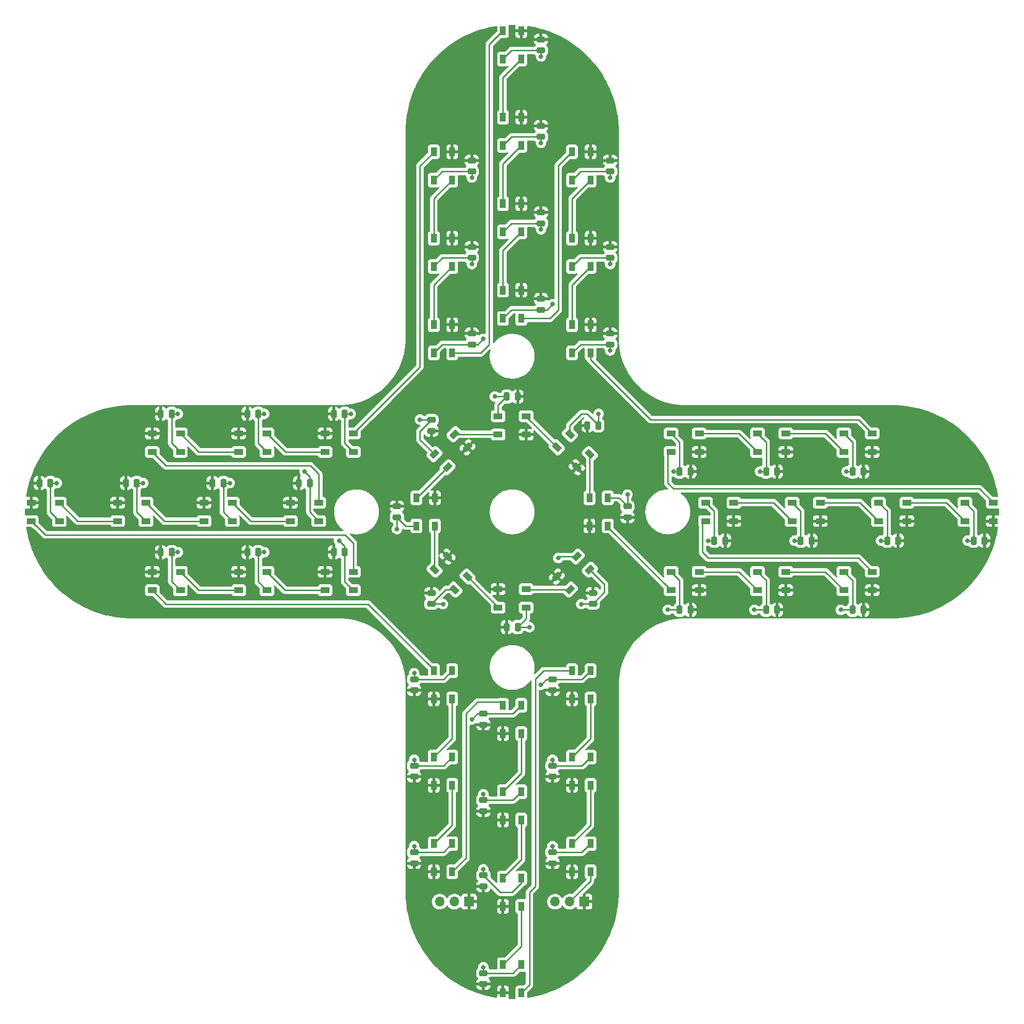
<source format=gbr>
%TF.GenerationSoftware,KiCad,Pcbnew,(6.0.5)*%
%TF.CreationDate,2022-08-25T18:23:53-06:00*%
%TF.ProjectId,Led Zia,4c656420-5a69-4612-9e6b-696361645f70,rev?*%
%TF.SameCoordinates,Original*%
%TF.FileFunction,Copper,L1,Top*%
%TF.FilePolarity,Positive*%
%FSLAX46Y46*%
G04 Gerber Fmt 4.6, Leading zero omitted, Abs format (unit mm)*
G04 Created by KiCad (PCBNEW (6.0.5)) date 2022-08-25 18:23:53*
%MOMM*%
%LPD*%
G01*
G04 APERTURE LIST*
G04 Aperture macros list*
%AMRoundRect*
0 Rectangle with rounded corners*
0 $1 Rounding radius*
0 $2 $3 $4 $5 $6 $7 $8 $9 X,Y pos of 4 corners*
0 Add a 4 corners polygon primitive as box body*
4,1,4,$2,$3,$4,$5,$6,$7,$8,$9,$2,$3,0*
0 Add four circle primitives for the rounded corners*
1,1,$1+$1,$2,$3*
1,1,$1+$1,$4,$5*
1,1,$1+$1,$6,$7*
1,1,$1+$1,$8,$9*
0 Add four rect primitives between the rounded corners*
20,1,$1+$1,$2,$3,$4,$5,0*
20,1,$1+$1,$4,$5,$6,$7,0*
20,1,$1+$1,$6,$7,$8,$9,0*
20,1,$1+$1,$8,$9,$2,$3,0*%
%AMRotRect*
0 Rectangle, with rotation*
0 The origin of the aperture is its center*
0 $1 length*
0 $2 width*
0 $3 Rotation angle, in degrees counterclockwise*
0 Add horizontal line*
21,1,$1,$2,0,0,$3*%
G04 Aperture macros list end*
%TA.AperFunction,SMDPad,CuDef*%
%ADD10RoundRect,0.250000X-0.250000X-0.475000X0.250000X-0.475000X0.250000X0.475000X-0.250000X0.475000X0*%
%TD*%
%TA.AperFunction,SMDPad,CuDef*%
%ADD11RoundRect,0.250000X0.475000X-0.250000X0.475000X0.250000X-0.475000X0.250000X-0.475000X-0.250000X0*%
%TD*%
%TA.AperFunction,SMDPad,CuDef*%
%ADD12RoundRect,0.250000X0.250000X0.475000X-0.250000X0.475000X-0.250000X-0.475000X0.250000X-0.475000X0*%
%TD*%
%TA.AperFunction,SMDPad,CuDef*%
%ADD13RoundRect,0.250000X-0.475000X0.250000X-0.475000X-0.250000X0.475000X-0.250000X0.475000X0.250000X0*%
%TD*%
%TA.AperFunction,SMDPad,CuDef*%
%ADD14R,1.000000X1.500000*%
%TD*%
%TA.AperFunction,SMDPad,CuDef*%
%ADD15R,1.500000X1.000000*%
%TD*%
%TA.AperFunction,ComponentPad*%
%ADD16R,1.700000X1.700000*%
%TD*%
%TA.AperFunction,ComponentPad*%
%ADD17O,1.700000X1.700000*%
%TD*%
%TA.AperFunction,SMDPad,CuDef*%
%ADD18RotRect,1.500000X1.000000X135.000000*%
%TD*%
%TA.AperFunction,SMDPad,CuDef*%
%ADD19RotRect,1.500000X1.000000X315.000000*%
%TD*%
%TA.AperFunction,SMDPad,CuDef*%
%ADD20RotRect,1.500000X1.000000X225.000000*%
%TD*%
%TA.AperFunction,SMDPad,CuDef*%
%ADD21RotRect,1.500000X1.000000X45.000000*%
%TD*%
%TA.AperFunction,ViaPad*%
%ADD22C,0.800000*%
%TD*%
%TA.AperFunction,Conductor*%
%ADD23C,0.250000*%
%TD*%
G04 APERTURE END LIST*
D10*
%TO.P,C9,1*%
%TO.N,GND*%
X132050000Y-119000000D03*
%TO.P,C9,2*%
%TO.N,+5V*%
X133950000Y-119000000D03*
%TD*%
D11*
%TO.P,C26,1*%
%TO.N,GND*%
X96000000Y-72950000D03*
%TO.P,C26,2*%
%TO.N,+5V*%
X96000000Y-71050000D03*
%TD*%
D12*
%TO.P,C30,1*%
%TO.N,GND*%
X58950000Y-85000000D03*
%TO.P,C30,2*%
%TO.N,+5V*%
X57050000Y-85000000D03*
%TD*%
D10*
%TO.P,C16,1*%
%TO.N,GND*%
X132050000Y-95000000D03*
%TO.P,C16,2*%
%TO.N,+5V*%
X133950000Y-95000000D03*
%TD*%
%TO.P,C18,1*%
%TO.N,GND*%
X162050000Y-95000000D03*
%TO.P,C18,2*%
%TO.N,+5V*%
X163950000Y-95000000D03*
%TD*%
D12*
%TO.P,C35,1*%
%TO.N,GND*%
X22900000Y-97000000D03*
%TO.P,C35,2*%
%TO.N,+5V*%
X21000000Y-97000000D03*
%TD*%
%TO.P,C34,1*%
%TO.N,GND*%
X37900000Y-97000000D03*
%TO.P,C34,2*%
%TO.N,+5V*%
X36000000Y-97000000D03*
%TD*%
%TO.P,C7,1*%
%TO.N,GND*%
X117950000Y-87000000D03*
%TO.P,C7,2*%
%TO.N,+5V*%
X116050000Y-87000000D03*
%TD*%
D11*
%TO.P,C20,1*%
%TO.N,GND*%
X120000000Y-57950000D03*
%TO.P,C20,2*%
%TO.N,+5V*%
X120000000Y-56050000D03*
%TD*%
D13*
%TO.P,C41,1*%
%TO.N,GND*%
X86000000Y-161050000D03*
%TO.P,C41,2*%
%TO.N,+5V*%
X86000000Y-162950000D03*
%TD*%
D11*
%TO.P,C1,1*%
%TO.N,GND*%
X117000000Y-117950000D03*
%TO.P,C1,2*%
%TO.N,+5V*%
X117000000Y-116050000D03*
%TD*%
D12*
%TO.P,C31,1*%
%TO.N,GND*%
X43950000Y-85000000D03*
%TO.P,C31,2*%
%TO.N,+5V*%
X42050000Y-85000000D03*
%TD*%
%TO.P,C33,1*%
%TO.N,GND*%
X52900000Y-97000000D03*
%TO.P,C33,2*%
%TO.N,+5V*%
X51000000Y-97000000D03*
%TD*%
D13*
%TO.P,C5,1*%
%TO.N,GND*%
X89000000Y-86050000D03*
%TO.P,C5,2*%
%TO.N,+5V*%
X89000000Y-87950000D03*
%TD*%
D10*
%TO.P,C10,1*%
%TO.N,GND*%
X147050000Y-119000000D03*
%TO.P,C10,2*%
%TO.N,+5V*%
X148950000Y-119000000D03*
%TD*%
D12*
%TO.P,C32,1*%
%TO.N,GND*%
X67900000Y-97000000D03*
%TO.P,C32,2*%
%TO.N,+5V*%
X66000000Y-97000000D03*
%TD*%
D13*
%TO.P,C42,1*%
%TO.N,GND*%
X98000000Y-137000000D03*
%TO.P,C42,2*%
%TO.N,+5V*%
X98000000Y-138900000D03*
%TD*%
D11*
%TO.P,C3,1*%
%TO.N,GND*%
X89000000Y-117950000D03*
%TO.P,C3,2*%
%TO.N,+5V*%
X89000000Y-116050000D03*
%TD*%
%TO.P,C21,1*%
%TO.N,GND*%
X120000000Y-42950000D03*
%TO.P,C21,2*%
%TO.N,+5V*%
X120000000Y-41050000D03*
%TD*%
D13*
%TO.P,C48,1*%
%TO.N,GND*%
X110000000Y-161050000D03*
%TO.P,C48,2*%
%TO.N,+5V*%
X110000000Y-162950000D03*
%TD*%
D10*
%TO.P,C11,1*%
%TO.N,GND*%
X162050000Y-119000000D03*
%TO.P,C11,2*%
%TO.N,+5V*%
X163950000Y-119000000D03*
%TD*%
%TO.P,C6,1*%
%TO.N,GND*%
X102050000Y-82000000D03*
%TO.P,C6,2*%
%TO.N,+5V*%
X103950000Y-82000000D03*
%TD*%
D12*
%TO.P,C38,1*%
%TO.N,GND*%
X43950000Y-109000000D03*
%TO.P,C38,2*%
%TO.N,+5V*%
X42050000Y-109000000D03*
%TD*%
%TO.P,C37,1*%
%TO.N,GND*%
X58950000Y-109000000D03*
%TO.P,C37,2*%
%TO.N,+5V*%
X57050000Y-109000000D03*
%TD*%
D11*
%TO.P,C22,1*%
%TO.N,GND*%
X108000000Y-66950000D03*
%TO.P,C22,2*%
%TO.N,+5V*%
X108000000Y-65050000D03*
%TD*%
D13*
%TO.P,C46,1*%
%TO.N,GND*%
X110000000Y-131050000D03*
%TO.P,C46,2*%
%TO.N,+5V*%
X110000000Y-132950000D03*
%TD*%
%TO.P,C44,1*%
%TO.N,GND*%
X98000000Y-165050000D03*
%TO.P,C44,2*%
%TO.N,+5V*%
X98000000Y-166950000D03*
%TD*%
D11*
%TO.P,C19,1*%
%TO.N,GND*%
X120000000Y-72950000D03*
%TO.P,C19,2*%
%TO.N,+5V*%
X120000000Y-71050000D03*
%TD*%
D12*
%TO.P,C29,1*%
%TO.N,GND*%
X73950000Y-85000000D03*
%TO.P,C29,2*%
%TO.N,+5V*%
X72050000Y-85000000D03*
%TD*%
D10*
%TO.P,C17,1*%
%TO.N,GND*%
X147050000Y-95000000D03*
%TO.P,C17,2*%
%TO.N,+5V*%
X148950000Y-95000000D03*
%TD*%
%TO.P,C12,1*%
%TO.N,GND*%
X138050000Y-107000000D03*
%TO.P,C12,2*%
%TO.N,+5V*%
X139950000Y-107000000D03*
%TD*%
D12*
%TO.P,C36,1*%
%TO.N,GND*%
X73950000Y-109000000D03*
%TO.P,C36,2*%
%TO.N,+5V*%
X72050000Y-109000000D03*
%TD*%
D11*
%TO.P,C4,1*%
%TO.N,GND*%
X83000000Y-102950000D03*
%TO.P,C4,2*%
%TO.N,+5V*%
X83000000Y-101050000D03*
%TD*%
%TO.P,C24,1*%
%TO.N,GND*%
X108000000Y-36950000D03*
%TO.P,C24,2*%
%TO.N,+5V*%
X108000000Y-35050000D03*
%TD*%
D13*
%TO.P,C45,1*%
%TO.N,GND*%
X98000000Y-182000000D03*
%TO.P,C45,2*%
%TO.N,+5V*%
X98000000Y-183900000D03*
%TD*%
D11*
%TO.P,C28,1*%
%TO.N,GND*%
X96000000Y-42950000D03*
%TO.P,C28,2*%
%TO.N,+5V*%
X96000000Y-41050000D03*
%TD*%
D10*
%TO.P,C15,1*%
%TO.N,GND*%
X183050000Y-107000000D03*
%TO.P,C15,2*%
%TO.N,+5V*%
X184950000Y-107000000D03*
%TD*%
D12*
%TO.P,C2,1*%
%TO.N,GND*%
X103950000Y-122000000D03*
%TO.P,C2,2*%
%TO.N,+5V*%
X102050000Y-122000000D03*
%TD*%
D13*
%TO.P,C43,1*%
%TO.N,GND*%
X98000000Y-152000000D03*
%TO.P,C43,2*%
%TO.N,+5V*%
X98000000Y-153900000D03*
%TD*%
D10*
%TO.P,C13,1*%
%TO.N,GND*%
X153050000Y-107000000D03*
%TO.P,C13,2*%
%TO.N,+5V*%
X154950000Y-107000000D03*
%TD*%
%TO.P,C14,1*%
%TO.N,GND*%
X168050000Y-107000000D03*
%TO.P,C14,2*%
%TO.N,+5V*%
X169950000Y-107000000D03*
%TD*%
D11*
%TO.P,C25,1*%
%TO.N,GND*%
X108000000Y-21950000D03*
%TO.P,C25,2*%
%TO.N,+5V*%
X108000000Y-20050000D03*
%TD*%
D13*
%TO.P,C40,1*%
%TO.N,GND*%
X86000000Y-146050000D03*
%TO.P,C40,2*%
%TO.N,+5V*%
X86000000Y-147950000D03*
%TD*%
D11*
%TO.P,C23,1*%
%TO.N,GND*%
X108000000Y-51950000D03*
%TO.P,C23,2*%
%TO.N,+5V*%
X108000000Y-50050000D03*
%TD*%
%TO.P,C27,1*%
%TO.N,GND*%
X96000000Y-57950000D03*
%TO.P,C27,2*%
%TO.N,+5V*%
X96000000Y-56050000D03*
%TD*%
D13*
%TO.P,C47,1*%
%TO.N,GND*%
X110000000Y-146050000D03*
%TO.P,C47,2*%
%TO.N,+5V*%
X110000000Y-147950000D03*
%TD*%
%TO.P,C39,1*%
%TO.N,GND*%
X86000000Y-131050000D03*
%TO.P,C39,2*%
%TO.N,+5V*%
X86000000Y-132950000D03*
%TD*%
%TO.P,C8,1*%
%TO.N,GND*%
X123000000Y-101050000D03*
%TO.P,C8,2*%
%TO.N,+5V*%
X123000000Y-102950000D03*
%TD*%
D14*
%TO.P,D46,1,VDD*%
%TO.N,+5V*%
X113399999Y-134450000D03*
%TO.P,D46,2,DOUT*%
%TO.N,Net-(D46-Pad2)*%
X116599999Y-134450000D03*
%TO.P,D46,3,VSS*%
%TO.N,GND*%
X116599999Y-129550000D03*
%TO.P,D46,4,DIN*%
%TO.N,Net-(D45-Pad2)*%
X113399999Y-129550000D03*
%TD*%
D15*
%TO.P,D11,1,VDD*%
%TO.N,+5V*%
X165449999Y-115600000D03*
%TO.P,D11,2,DOUT*%
%TO.N,Net-(D11-Pad2)*%
X165449999Y-112400000D03*
%TO.P,D11,3,VSS*%
%TO.N,GND*%
X160549999Y-112400000D03*
%TO.P,D11,4,DIN*%
%TO.N,Net-(D10-Pad2)*%
X160549999Y-115600000D03*
%TD*%
%TO.P,D33,1,VDD*%
%TO.N,+5V*%
X49549999Y-100400000D03*
%TO.P,D33,2,DOUT*%
%TO.N,Net-(D33-Pad2)*%
X49549999Y-103600000D03*
%TO.P,D33,3,VSS*%
%TO.N,GND*%
X54449999Y-103600000D03*
%TO.P,D33,4,DIN*%
%TO.N,Net-(D32-Pad2)*%
X54449999Y-100400000D03*
%TD*%
%TO.P,D34,1,VDD*%
%TO.N,+5V*%
X34549999Y-100400000D03*
%TO.P,D34,2,DOUT*%
%TO.N,Net-(D34-Pad2)*%
X34549999Y-103600000D03*
%TO.P,D34,3,VSS*%
%TO.N,GND*%
X39449999Y-103600000D03*
%TO.P,D34,4,DIN*%
%TO.N,Net-(D33-Pad2)*%
X39449999Y-100400000D03*
%TD*%
D14*
%TO.P,D45,1,VDD*%
%TO.N,+5V*%
X101399999Y-185450000D03*
%TO.P,D45,2,DOUT*%
%TO.N,Net-(D45-Pad2)*%
X104599999Y-185450000D03*
%TO.P,D45,3,VSS*%
%TO.N,GND*%
X104599999Y-180550000D03*
%TO.P,D45,4,DIN*%
%TO.N,Net-(D44-Pad2)*%
X101399999Y-180550000D03*
%TD*%
D16*
%TO.P,J2,1,Pin_1*%
%TO.N,+5V*%
X115525000Y-169625000D03*
D17*
%TO.P,J2,2,Pin_2*%
%TO.N,/23 LEDs1/DOUT*%
X112985000Y-169625000D03*
%TO.P,J2,3,Pin_3*%
%TO.N,GND*%
X110445000Y-169625000D03*
%TD*%
D14*
%TO.P,D8,1,VDD*%
%TO.N,+5V*%
X116399999Y-104450000D03*
%TO.P,D8,2,DOUT*%
%TO.N,Net-(D8-Pad2)*%
X119599999Y-104450000D03*
%TO.P,D8,3,VSS*%
%TO.N,GND*%
X119599999Y-99550000D03*
%TO.P,D8,4,DIN*%
%TO.N,Net-(D7-Pad2)*%
X116399999Y-99550000D03*
%TD*%
%TO.P,D27,1,VDD*%
%TO.N,+5V*%
X92599999Y-54550000D03*
%TO.P,D27,2,DOUT*%
%TO.N,Net-(D27-Pad2)*%
X89399999Y-54550000D03*
%TO.P,D27,3,VSS*%
%TO.N,GND*%
X89399999Y-59450000D03*
%TO.P,D27,4,DIN*%
%TO.N,Net-(D26-Pad2)*%
X92599999Y-59450000D03*
%TD*%
%TO.P,D19,1,VDD*%
%TO.N,+5V*%
X116599999Y-69550000D03*
%TO.P,D19,2,DOUT*%
%TO.N,Net-(D19-Pad2)*%
X113399999Y-69550000D03*
%TO.P,D19,3,VSS*%
%TO.N,GND*%
X113399999Y-74450000D03*
%TO.P,D19,4,DIN*%
%TO.N,Net-(D18-Pad2)*%
X116599999Y-74450000D03*
%TD*%
D18*
%TO.P,D7,1,VDD*%
%TO.N,+5V*%
X114207642Y-94257180D03*
%TO.P,D7,2,DOUT*%
%TO.N,Net-(D7-Pad2)*%
X116470383Y-91994439D03*
%TO.P,D7,3,VSS*%
%TO.N,GND*%
X113005560Y-88529616D03*
%TO.P,D7,4,DIN*%
%TO.N,Net-(D6-Pad2)*%
X110742819Y-90792357D03*
%TD*%
D14*
%TO.P,D4,1,VDD*%
%TO.N,+5V*%
X89600000Y-99550000D03*
%TO.P,D4,2,DOUT*%
%TO.N,Net-(D4-Pad2)*%
X86400000Y-99550000D03*
%TO.P,D4,3,VSS*%
%TO.N,GND*%
X86400000Y-104450000D03*
%TO.P,D4,4,DIN*%
%TO.N,Net-(D3-Pad2)*%
X89600000Y-104450000D03*
%TD*%
D19*
%TO.P,D3,1,VDD*%
%TO.N,+5V*%
X91792356Y-109742820D03*
%TO.P,D3,2,DOUT*%
%TO.N,Net-(D3-Pad2)*%
X89529615Y-112005561D03*
%TO.P,D3,3,VSS*%
%TO.N,GND*%
X92994438Y-115470384D03*
%TO.P,D3,4,DIN*%
%TO.N,Net-(D2-Pad2)*%
X95257179Y-113207643D03*
%TD*%
D15*
%TO.P,D35,1,VDD*%
%TO.N,+5V*%
X19549999Y-100400000D03*
%TO.P,D35,2,DOUT*%
%TO.N,Net-(D35-Pad2)*%
X19549999Y-103600000D03*
%TO.P,D35,3,VSS*%
%TO.N,GND*%
X24449999Y-103600000D03*
%TO.P,D35,4,DIN*%
%TO.N,Net-(D34-Pad2)*%
X24449999Y-100400000D03*
%TD*%
%TO.P,D38,1,VDD*%
%TO.N,+5V*%
X40549999Y-112400000D03*
%TO.P,D38,2,DOUT*%
%TO.N,Net-(D38-Pad2)*%
X40549999Y-115600000D03*
%TO.P,D38,3,VSS*%
%TO.N,GND*%
X45449999Y-115600000D03*
%TO.P,D38,4,DIN*%
%TO.N,Net-(D37-Pad2)*%
X45449999Y-112400000D03*
%TD*%
%TO.P,D30,1,VDD*%
%TO.N,+5V*%
X55549999Y-88400000D03*
%TO.P,D30,2,DOUT*%
%TO.N,Net-(D30-Pad2)*%
X55549999Y-91600000D03*
%TO.P,D30,3,VSS*%
%TO.N,GND*%
X60449999Y-91600000D03*
%TO.P,D30,4,DIN*%
%TO.N,Net-(D29-Pad2)*%
X60449999Y-88400000D03*
%TD*%
%TO.P,D2,1,VDD*%
%TO.N,+5V*%
X100550000Y-115400000D03*
%TO.P,D2,2,DOUT*%
%TO.N,Net-(D2-Pad2)*%
X100550000Y-118600000D03*
%TO.P,D2,3,VSS*%
%TO.N,GND*%
X105450000Y-118600000D03*
%TO.P,D2,4,DIN*%
%TO.N,Net-(D1-Pad2)*%
X105450000Y-115400000D03*
%TD*%
D14*
%TO.P,D26,1,VDD*%
%TO.N,+5V*%
X92599999Y-69550000D03*
%TO.P,D26,2,DOUT*%
%TO.N,Net-(D26-Pad2)*%
X89399999Y-69550000D03*
%TO.P,D26,3,VSS*%
%TO.N,GND*%
X89399999Y-74450000D03*
%TO.P,D26,4,DIN*%
%TO.N,/23 LEDs1/DIN*%
X92599999Y-74450000D03*
%TD*%
D15*
%TO.P,D12,1,VDD*%
%TO.N,+5V*%
X141449999Y-103600000D03*
%TO.P,D12,2,DOUT*%
%TO.N,Net-(D12-Pad2)*%
X141449999Y-100400000D03*
%TO.P,D12,3,VSS*%
%TO.N,GND*%
X136549999Y-100400000D03*
%TO.P,D12,4,DIN*%
%TO.N,Net-(D11-Pad2)*%
X136549999Y-103600000D03*
%TD*%
%TO.P,D15,1,VDD*%
%TO.N,+5V*%
X186449999Y-103600000D03*
%TO.P,D15,2,DOUT*%
%TO.N,Net-(D15-Pad2)*%
X186449999Y-100400000D03*
%TO.P,D15,3,VSS*%
%TO.N,GND*%
X181549999Y-100400000D03*
%TO.P,D15,4,DIN*%
%TO.N,Net-(D14-Pad2)*%
X181549999Y-103600000D03*
%TD*%
D20*
%TO.P,D5,1,VDD*%
%TO.N,+5V*%
X95257179Y-90792357D03*
%TO.P,D5,2,DOUT*%
%TO.N,Net-(D5-Pad2)*%
X92994438Y-88529616D03*
%TO.P,D5,3,VSS*%
%TO.N,GND*%
X89529615Y-91994439D03*
%TO.P,D5,4,DIN*%
%TO.N,Net-(D4-Pad2)*%
X91792356Y-94257180D03*
%TD*%
D14*
%TO.P,D23,1,VDD*%
%TO.N,+5V*%
X104599999Y-48550000D03*
%TO.P,D23,2,DOUT*%
%TO.N,Net-(D23-Pad2)*%
X101399999Y-48550000D03*
%TO.P,D23,3,VSS*%
%TO.N,GND*%
X101399999Y-53450000D03*
%TO.P,D23,4,DIN*%
%TO.N,Net-(D22-Pad2)*%
X104599999Y-53450000D03*
%TD*%
D15*
%TO.P,D10,1,VDD*%
%TO.N,+5V*%
X150449999Y-115600000D03*
%TO.P,D10,2,DOUT*%
%TO.N,Net-(D10-Pad2)*%
X150449999Y-112400000D03*
%TO.P,D10,3,VSS*%
%TO.N,GND*%
X145549999Y-112400000D03*
%TO.P,D10,4,DIN*%
%TO.N,Net-(D10-Pad4)*%
X145549999Y-115600000D03*
%TD*%
D14*
%TO.P,D48,1,VDD*%
%TO.N,+5V*%
X113399999Y-164450000D03*
%TO.P,D48,2,DOUT*%
%TO.N,/23 LEDs1/DOUT*%
X116599999Y-164450000D03*
%TO.P,D48,3,VSS*%
%TO.N,GND*%
X116599999Y-159550000D03*
%TO.P,D48,4,DIN*%
%TO.N,Net-(D47-Pad2)*%
X113399999Y-159550000D03*
%TD*%
D15*
%TO.P,D6,1,VDD*%
%TO.N,+5V*%
X105450000Y-88600000D03*
%TO.P,D6,2,DOUT*%
%TO.N,Net-(D6-Pad2)*%
X105450000Y-85400000D03*
%TO.P,D6,3,VSS*%
%TO.N,GND*%
X100550000Y-85400000D03*
%TO.P,D6,4,DIN*%
%TO.N,Net-(D5-Pad2)*%
X100550000Y-88600000D03*
%TD*%
D14*
%TO.P,D43,1,VDD*%
%TO.N,+5V*%
X101399999Y-155450000D03*
%TO.P,D43,2,DOUT*%
%TO.N,Net-(D43-Pad2)*%
X104599999Y-155450000D03*
%TO.P,D43,3,VSS*%
%TO.N,GND*%
X104599999Y-150550000D03*
%TO.P,D43,4,DIN*%
%TO.N,Net-(D42-Pad2)*%
X101399999Y-150550000D03*
%TD*%
D15*
%TO.P,D32,1,VDD*%
%TO.N,+5V*%
X64549999Y-100400000D03*
%TO.P,D32,2,DOUT*%
%TO.N,Net-(D32-Pad2)*%
X64549999Y-103600000D03*
%TO.P,D32,3,VSS*%
%TO.N,GND*%
X69449999Y-103600000D03*
%TO.P,D32,4,DIN*%
%TO.N,Net-(D31-Pad2)*%
X69449999Y-100400000D03*
%TD*%
D14*
%TO.P,D40,1,VDD*%
%TO.N,+5V*%
X89399999Y-149450000D03*
%TO.P,D40,2,DOUT*%
%TO.N,Net-(D40-Pad2)*%
X92599999Y-149450000D03*
%TO.P,D40,3,VSS*%
%TO.N,GND*%
X92599999Y-144550000D03*
%TO.P,D40,4,DIN*%
%TO.N,Net-(D39-Pad2)*%
X89399999Y-144550000D03*
%TD*%
D16*
%TO.P,J1,1,Pin_1*%
%TO.N,+5V*%
X95525000Y-169625000D03*
D17*
%TO.P,J1,2,Pin_2*%
%TO.N,/25 LEDs/DIN*%
X92985000Y-169625000D03*
%TO.P,J1,3,Pin_3*%
%TO.N,GND*%
X90445000Y-169625000D03*
%TD*%
D15*
%TO.P,D18,1,VDD*%
%TO.N,+5V*%
X165449999Y-91600000D03*
%TO.P,D18,2,DOUT*%
%TO.N,Net-(D18-Pad2)*%
X165449999Y-88400000D03*
%TO.P,D18,3,VSS*%
%TO.N,GND*%
X160549999Y-88400000D03*
%TO.P,D18,4,DIN*%
%TO.N,Net-(D17-Pad2)*%
X160549999Y-91600000D03*
%TD*%
%TO.P,D29,1,VDD*%
%TO.N,+5V*%
X70549999Y-88400000D03*
%TO.P,D29,2,DOUT*%
%TO.N,Net-(D29-Pad2)*%
X70549999Y-91600000D03*
%TO.P,D29,3,VSS*%
%TO.N,GND*%
X75449999Y-91600000D03*
%TO.P,D29,4,DIN*%
%TO.N,Net-(D28-Pad2)*%
X75449999Y-88400000D03*
%TD*%
%TO.P,D37,1,VDD*%
%TO.N,+5V*%
X55549999Y-112400000D03*
%TO.P,D37,2,DOUT*%
%TO.N,Net-(D37-Pad2)*%
X55549999Y-115600000D03*
%TO.P,D37,3,VSS*%
%TO.N,GND*%
X60449999Y-115600000D03*
%TO.P,D37,4,DIN*%
%TO.N,Net-(D36-Pad2)*%
X60449999Y-112400000D03*
%TD*%
D14*
%TO.P,D24,1,VDD*%
%TO.N,+5V*%
X104599999Y-33550000D03*
%TO.P,D24,2,DOUT*%
%TO.N,Net-(D24-Pad2)*%
X101399999Y-33550000D03*
%TO.P,D24,3,VSS*%
%TO.N,GND*%
X101399999Y-38450000D03*
%TO.P,D24,4,DIN*%
%TO.N,Net-(D23-Pad2)*%
X104599999Y-38450000D03*
%TD*%
D15*
%TO.P,D17,1,VDD*%
%TO.N,+5V*%
X150449999Y-91600000D03*
%TO.P,D17,2,DOUT*%
%TO.N,Net-(D17-Pad2)*%
X150449999Y-88400000D03*
%TO.P,D17,3,VSS*%
%TO.N,GND*%
X145549999Y-88400000D03*
%TO.P,D17,4,DIN*%
%TO.N,Net-(D16-Pad2)*%
X145549999Y-91600000D03*
%TD*%
D14*
%TO.P,D21,1,VDD*%
%TO.N,+5V*%
X116599999Y-39550000D03*
%TO.P,D21,2,DOUT*%
%TO.N,Net-(D21-Pad2)*%
X113399999Y-39550000D03*
%TO.P,D21,3,VSS*%
%TO.N,GND*%
X113399999Y-44450000D03*
%TO.P,D21,4,DIN*%
%TO.N,Net-(D20-Pad2)*%
X116599999Y-44450000D03*
%TD*%
D15*
%TO.P,D36,1,VDD*%
%TO.N,+5V*%
X70549999Y-112400000D03*
%TO.P,D36,2,DOUT*%
%TO.N,Net-(D36-Pad2)*%
X70549999Y-115600000D03*
%TO.P,D36,3,VSS*%
%TO.N,GND*%
X75449999Y-115600000D03*
%TO.P,D36,4,DIN*%
%TO.N,Net-(D35-Pad2)*%
X75449999Y-112400000D03*
%TD*%
D14*
%TO.P,D39,1,VDD*%
%TO.N,+5V*%
X89399999Y-134450000D03*
%TO.P,D39,2,DOUT*%
%TO.N,Net-(D39-Pad2)*%
X92599999Y-134450000D03*
%TO.P,D39,3,VSS*%
%TO.N,GND*%
X92599999Y-129550000D03*
%TO.P,D39,4,DIN*%
%TO.N,Net-(D38-Pad2)*%
X89399999Y-129550000D03*
%TD*%
%TO.P,D42,1,VDD*%
%TO.N,+5V*%
X101399999Y-140450000D03*
%TO.P,D42,2,DOUT*%
%TO.N,Net-(D42-Pad2)*%
X104599999Y-140450000D03*
%TO.P,D42,3,VSS*%
%TO.N,GND*%
X104599999Y-135550000D03*
%TO.P,D42,4,DIN*%
%TO.N,Net-(D41-Pad2)*%
X101399999Y-135550000D03*
%TD*%
%TO.P,D47,1,VDD*%
%TO.N,+5V*%
X113399999Y-149450000D03*
%TO.P,D47,2,DOUT*%
%TO.N,Net-(D47-Pad2)*%
X116599999Y-149450000D03*
%TO.P,D47,3,VSS*%
%TO.N,GND*%
X116599999Y-144550000D03*
%TO.P,D47,4,DIN*%
%TO.N,Net-(D46-Pad2)*%
X113399999Y-144550000D03*
%TD*%
D15*
%TO.P,D9,1,VDD*%
%TO.N,+5V*%
X135449999Y-115600000D03*
%TO.P,D9,2,DOUT*%
%TO.N,Net-(D10-Pad4)*%
X135449999Y-112400000D03*
%TO.P,D9,3,VSS*%
%TO.N,GND*%
X130549999Y-112400000D03*
%TO.P,D9,4,DIN*%
%TO.N,Net-(D8-Pad2)*%
X130549999Y-115600000D03*
%TD*%
D14*
%TO.P,D25,1,VDD*%
%TO.N,+5V*%
X104599999Y-18550000D03*
%TO.P,D25,2,DOUT*%
%TO.N,/23 LEDs1/DIN*%
X101399999Y-18550000D03*
%TO.P,D25,3,VSS*%
%TO.N,GND*%
X101399999Y-23450000D03*
%TO.P,D25,4,DIN*%
%TO.N,Net-(D24-Pad2)*%
X104599999Y-23450000D03*
%TD*%
D15*
%TO.P,D14,1,VDD*%
%TO.N,+5V*%
X171449999Y-103600000D03*
%TO.P,D14,2,DOUT*%
%TO.N,Net-(D14-Pad2)*%
X171449999Y-100400000D03*
%TO.P,D14,3,VSS*%
%TO.N,GND*%
X166549999Y-100400000D03*
%TO.P,D14,4,DIN*%
%TO.N,Net-(D13-Pad2)*%
X166549999Y-103600000D03*
%TD*%
D14*
%TO.P,D28,1,VDD*%
%TO.N,+5V*%
X92599999Y-39550000D03*
%TO.P,D28,2,DOUT*%
%TO.N,Net-(D28-Pad2)*%
X89399999Y-39550000D03*
%TO.P,D28,3,VSS*%
%TO.N,GND*%
X89399999Y-44450000D03*
%TO.P,D28,4,DIN*%
%TO.N,Net-(D27-Pad2)*%
X92599999Y-44450000D03*
%TD*%
D21*
%TO.P,D1,1,VDD*%
%TO.N,+5V*%
X110742819Y-113207643D03*
%TO.P,D1,2,DOUT*%
%TO.N,Net-(D1-Pad2)*%
X113005560Y-115470384D03*
%TO.P,D1,3,VSS*%
%TO.N,GND*%
X116470383Y-112005561D03*
%TO.P,D1,4,DIN*%
%TO.N,/25 LEDs/DIN*%
X114207642Y-109742820D03*
%TD*%
D15*
%TO.P,D31,1,VDD*%
%TO.N,+5V*%
X40549999Y-88400000D03*
%TO.P,D31,2,DOUT*%
%TO.N,Net-(D31-Pad2)*%
X40549999Y-91600000D03*
%TO.P,D31,3,VSS*%
%TO.N,GND*%
X45449999Y-91600000D03*
%TO.P,D31,4,DIN*%
%TO.N,Net-(D30-Pad2)*%
X45449999Y-88400000D03*
%TD*%
%TO.P,D13,1,VDD*%
%TO.N,+5V*%
X156449999Y-103600000D03*
%TO.P,D13,2,DOUT*%
%TO.N,Net-(D13-Pad2)*%
X156449999Y-100400000D03*
%TO.P,D13,3,VSS*%
%TO.N,GND*%
X151549999Y-100400000D03*
%TO.P,D13,4,DIN*%
%TO.N,Net-(D12-Pad2)*%
X151549999Y-103600000D03*
%TD*%
D14*
%TO.P,D41,1,VDD*%
%TO.N,+5V*%
X89399999Y-164450000D03*
%TO.P,D41,2,DOUT*%
%TO.N,Net-(D41-Pad2)*%
X92599999Y-164450000D03*
%TO.P,D41,3,VSS*%
%TO.N,GND*%
X92599999Y-159550000D03*
%TO.P,D41,4,DIN*%
%TO.N,Net-(D40-Pad2)*%
X89399999Y-159550000D03*
%TD*%
%TO.P,D44,1,VDD*%
%TO.N,+5V*%
X101399999Y-170450000D03*
%TO.P,D44,2,DOUT*%
%TO.N,Net-(D44-Pad2)*%
X104599999Y-170450000D03*
%TO.P,D44,3,VSS*%
%TO.N,GND*%
X104599999Y-165550000D03*
%TO.P,D44,4,DIN*%
%TO.N,Net-(D43-Pad2)*%
X101399999Y-165550000D03*
%TD*%
%TO.P,D22,1,VDD*%
%TO.N,+5V*%
X104599999Y-63550000D03*
%TO.P,D22,2,DOUT*%
%TO.N,Net-(D22-Pad2)*%
X101399999Y-63550000D03*
%TO.P,D22,3,VSS*%
%TO.N,GND*%
X101399999Y-68450000D03*
%TO.P,D22,4,DIN*%
%TO.N,Net-(D21-Pad2)*%
X104599999Y-68450000D03*
%TD*%
D15*
%TO.P,D16,1,VDD*%
%TO.N,+5V*%
X135449999Y-91600000D03*
%TO.P,D16,2,DOUT*%
%TO.N,Net-(D16-Pad2)*%
X135449999Y-88400000D03*
%TO.P,D16,3,VSS*%
%TO.N,GND*%
X130549999Y-88400000D03*
%TO.P,D16,4,DIN*%
%TO.N,Net-(D15-Pad2)*%
X130549999Y-91600000D03*
%TD*%
D14*
%TO.P,D20,1,VDD*%
%TO.N,+5V*%
X116599999Y-54550000D03*
%TO.P,D20,2,DOUT*%
%TO.N,Net-(D20-Pad2)*%
X113399999Y-54550000D03*
%TO.P,D20,3,VSS*%
%TO.N,GND*%
X113399999Y-59450000D03*
%TO.P,D20,4,DIN*%
%TO.N,Net-(D19-Pad2)*%
X116599999Y-59450000D03*
%TD*%
D22*
%TO.N,GND*%
X152000000Y-107000000D03*
X98000000Y-151000000D03*
X86000000Y-145000000D03*
X98000000Y-72000000D03*
X130000000Y-119000000D03*
X75000000Y-85000000D03*
X60000000Y-85000000D03*
X110000000Y-145000000D03*
X146000000Y-95000000D03*
X160000000Y-119000000D03*
X39000000Y-97000000D03*
X45000000Y-85000000D03*
X91000000Y-118000000D03*
X145000000Y-119000000D03*
X98000000Y-164000000D03*
X115000000Y-118000000D03*
X108000000Y-38000000D03*
X108000000Y-132000000D03*
X182000000Y-107000000D03*
X120000000Y-59000000D03*
X96000000Y-44000000D03*
X24000000Y-97000000D03*
X110000000Y-160000000D03*
X108000000Y-53000000D03*
X96000000Y-138000000D03*
X86000000Y-130000000D03*
X108000000Y-23000000D03*
X167000000Y-107000000D03*
X83000000Y-105000000D03*
X100000000Y-82000000D03*
X110000000Y-66000000D03*
X120000000Y-44000000D03*
X87000000Y-86000000D03*
X161000000Y-95000000D03*
X67000000Y-95000000D03*
X106000000Y-122000000D03*
X45000000Y-109000000D03*
X73000000Y-107000000D03*
X137000000Y-107000000D03*
X96000000Y-59000000D03*
X54000000Y-97000000D03*
X131000000Y-95000000D03*
X123000000Y-99000000D03*
X60000000Y-109000000D03*
X120000000Y-74000000D03*
X118000000Y-85000000D03*
X98000000Y-181000000D03*
X86000000Y-160000000D03*
%TO.N,/25 LEDs/DIN*%
X111000000Y-110000000D03*
%TD*%
D23*
%TO.N,+5V*%
X101399999Y-170450000D02*
X101399999Y-170349999D01*
%TO.N,Net-(D1-Pad2)*%
X105520384Y-115470384D02*
X105450000Y-115400000D01*
X113005560Y-115470384D02*
X105520384Y-115470384D01*
%TO.N,GND*%
X114899999Y-57950000D02*
X120000000Y-57950000D01*
X98000000Y-137000000D02*
X103149999Y-137000000D01*
X103149999Y-182000000D02*
X104599999Y-180550000D01*
X119000000Y-114535178D02*
X119000000Y-115950000D01*
X138050000Y-107000000D02*
X137000000Y-107000000D01*
X86000000Y-131050000D02*
X86000000Y-130000000D01*
X132050000Y-113900001D02*
X132050000Y-119000000D01*
X153050000Y-107000000D02*
X152000000Y-107000000D01*
X102050000Y-82000000D02*
X100000000Y-82000000D01*
X83000000Y-102950000D02*
X83000000Y-105000000D01*
X89529615Y-91994439D02*
X87000000Y-89464824D01*
X130549999Y-88400000D02*
X132050000Y-89900001D01*
X52900000Y-97000000D02*
X54000000Y-97000000D01*
X108000000Y-21950000D02*
X108000000Y-23000000D01*
X130549999Y-112400000D02*
X132050000Y-113900001D01*
X98000000Y-152000000D02*
X98000000Y-151000000D01*
X160549999Y-112400000D02*
X162050000Y-113900001D01*
X110000000Y-161050000D02*
X110000000Y-160000000D01*
X115000000Y-85000000D02*
X116000000Y-85000000D01*
X113000000Y-87816950D02*
X113000000Y-87000000D01*
X120000000Y-72950000D02*
X120000000Y-74000000D01*
X101399999Y-38450000D02*
X102899999Y-36950000D01*
X145549999Y-88400000D02*
X147050000Y-89900001D01*
X43950000Y-90100001D02*
X43950000Y-85000000D01*
X87000000Y-89464824D02*
X87000000Y-88050000D01*
X145549999Y-112400000D02*
X147050000Y-113900001D01*
X119000000Y-115950000D02*
X117000000Y-117950000D01*
X113000000Y-87000000D02*
X115000000Y-85000000D01*
X103149999Y-152000000D02*
X104599999Y-150550000D01*
X67900000Y-95900000D02*
X67000000Y-95000000D01*
X117000000Y-117950000D02*
X115050000Y-117950000D01*
X102899999Y-36950000D02*
X108000000Y-36950000D01*
X105450000Y-120500000D02*
X103950000Y-122000000D01*
X73950000Y-114100001D02*
X73950000Y-109000000D01*
X67900000Y-102050001D02*
X67900000Y-97000000D01*
X101399999Y-23450000D02*
X102899999Y-21950000D01*
X113005560Y-87822510D02*
X113000000Y-87816950D01*
X73950000Y-85000000D02*
X75000000Y-85000000D01*
X136549999Y-100400000D02*
X138050000Y-101900001D01*
X103950000Y-122000000D02*
X106000000Y-122000000D01*
X132050000Y-89900001D02*
X132050000Y-95000000D01*
X98000000Y-165050000D02*
X98000000Y-164000000D01*
X98000000Y-137000000D02*
X97000000Y-137000000D01*
X58950000Y-114100001D02*
X58950000Y-109000000D01*
X90899999Y-42950000D02*
X96000000Y-42950000D01*
X91099999Y-131050000D02*
X92599999Y-129550000D01*
X52900000Y-102050001D02*
X52900000Y-97000000D01*
X101399999Y-68450000D02*
X102899999Y-66950000D01*
X118000000Y-86950000D02*
X118000000Y-85000000D01*
X73950000Y-109000000D02*
X73950000Y-107950000D01*
X37900000Y-102050001D02*
X37900000Y-97000000D01*
X162050000Y-89900001D02*
X162050000Y-95000000D01*
X102899999Y-21950000D02*
X108000000Y-21950000D01*
X108000000Y-36950000D02*
X108000000Y-38000000D01*
X166549999Y-100400000D02*
X168050000Y-101900001D01*
X91479616Y-115470384D02*
X89000000Y-117950000D01*
X89399999Y-44450000D02*
X90899999Y-42950000D01*
X151549999Y-100400000D02*
X153050000Y-101900001D01*
X162050000Y-119000000D02*
X160000000Y-119000000D01*
X160549999Y-88400000D02*
X162050000Y-89900001D01*
X113399999Y-44450000D02*
X114899999Y-42950000D01*
X102899999Y-51950000D02*
X108000000Y-51950000D01*
X90899999Y-57950000D02*
X96000000Y-57950000D01*
X121500000Y-99550000D02*
X123000000Y-101050000D01*
X100550000Y-83500000D02*
X102050000Y-82000000D01*
X101399999Y-53450000D02*
X102899999Y-51950000D01*
X138050000Y-101900001D02*
X138050000Y-107000000D01*
X97050000Y-72950000D02*
X98000000Y-72000000D01*
X86400000Y-104450000D02*
X84500000Y-104450000D01*
X39449999Y-103600000D02*
X37900000Y-102050001D01*
X89000000Y-86050000D02*
X87050000Y-86050000D01*
X116470383Y-112005561D02*
X119000000Y-114535178D01*
X69449999Y-103600000D02*
X67900000Y-102050001D01*
X97000000Y-137000000D02*
X96000000Y-138000000D01*
X84500000Y-104450000D02*
X83000000Y-102950000D01*
X147050000Y-113900001D02*
X147050000Y-119000000D01*
X90950000Y-117950000D02*
X91000000Y-118000000D01*
X181549999Y-100400000D02*
X183050000Y-101900001D01*
X120000000Y-42950000D02*
X120000000Y-44000000D01*
X24449999Y-103600000D02*
X22900000Y-102050001D01*
X60449999Y-115600000D02*
X58950000Y-114100001D01*
X123000000Y-101050000D02*
X123000000Y-99000000D01*
X110000000Y-161050000D02*
X115099999Y-161050000D01*
X98000000Y-152000000D02*
X103149999Y-152000000D01*
X168050000Y-101900001D02*
X168050000Y-107000000D01*
X86000000Y-161050000D02*
X86000000Y-160000000D01*
X98000000Y-182000000D02*
X103149999Y-182000000D01*
X117950000Y-86950000D02*
X117950000Y-87000000D01*
X105450000Y-118600000D02*
X105450000Y-120500000D01*
X86000000Y-131050000D02*
X91099999Y-131050000D01*
X60449999Y-91600000D02*
X58950000Y-90100001D01*
X92994438Y-115470384D02*
X91479616Y-115470384D01*
X89000000Y-117950000D02*
X90950000Y-117950000D01*
X43950000Y-85000000D02*
X45000000Y-85000000D01*
X162050000Y-113900001D02*
X162050000Y-119000000D01*
X183050000Y-107000000D02*
X182000000Y-107000000D01*
X117950000Y-87000000D02*
X118000000Y-86950000D01*
X110000000Y-146050000D02*
X115099999Y-146050000D01*
X91099999Y-146050000D02*
X92599999Y-144550000D01*
X89399999Y-59450000D02*
X90899999Y-57950000D01*
X147050000Y-95000000D02*
X146000000Y-95000000D01*
X110000000Y-146050000D02*
X110000000Y-145000000D01*
X75449999Y-115600000D02*
X73950000Y-114100001D01*
X86000000Y-146050000D02*
X86000000Y-145000000D01*
X91099999Y-161050000D02*
X92599999Y-159550000D01*
X98000000Y-165050000D02*
X100950000Y-168000000D01*
X67900000Y-97000000D02*
X67900000Y-95900000D01*
X54449999Y-103600000D02*
X52900000Y-102050001D01*
X183050000Y-101900001D02*
X183050000Y-107000000D01*
X113005560Y-88529616D02*
X113005560Y-87822510D01*
X75449999Y-91600000D02*
X73950000Y-90100001D01*
X103000000Y-168000000D02*
X104599999Y-166400001D01*
X108000000Y-66950000D02*
X109050000Y-66950000D01*
X98000000Y-182000000D02*
X98000000Y-181000000D01*
X132050000Y-119000000D02*
X130000000Y-119000000D01*
X104599999Y-166400001D02*
X104599999Y-165550000D01*
X115099999Y-131050000D02*
X116599999Y-129550000D01*
X120000000Y-57950000D02*
X120000000Y-59000000D01*
X102899999Y-66950000D02*
X108000000Y-66950000D01*
X119599999Y-99550000D02*
X121500000Y-99550000D01*
X43950000Y-114100001D02*
X43950000Y-109000000D01*
X58950000Y-90100001D02*
X58950000Y-85000000D01*
X22900000Y-97000000D02*
X24000000Y-97000000D01*
X87000000Y-88050000D02*
X89000000Y-86050000D01*
X73950000Y-107950000D02*
X73000000Y-107000000D01*
X115099999Y-161050000D02*
X116599999Y-159550000D01*
X58950000Y-85000000D02*
X60000000Y-85000000D01*
X86000000Y-161050000D02*
X91099999Y-161050000D01*
X132050000Y-95000000D02*
X131000000Y-95000000D01*
X37900000Y-97000000D02*
X39000000Y-97000000D01*
X45449999Y-91600000D02*
X43950000Y-90100001D01*
X113399999Y-59450000D02*
X114899999Y-57950000D01*
X147050000Y-119000000D02*
X145000000Y-119000000D01*
X86000000Y-146050000D02*
X91099999Y-146050000D01*
X73950000Y-90100001D02*
X73950000Y-85000000D01*
X114899999Y-72950000D02*
X120000000Y-72950000D01*
X147050000Y-89900001D02*
X147050000Y-95000000D01*
X114899999Y-42950000D02*
X120000000Y-42950000D01*
X22900000Y-102050001D02*
X22900000Y-97000000D01*
X43950000Y-109000000D02*
X45000000Y-109000000D01*
X153050000Y-101900001D02*
X153050000Y-107000000D01*
X100550000Y-85400000D02*
X100550000Y-83500000D01*
X115099999Y-146050000D02*
X116599999Y-144550000D01*
X109050000Y-66950000D02*
X110000000Y-66000000D01*
X87050000Y-86050000D02*
X87000000Y-86000000D01*
X108000000Y-51950000D02*
X108000000Y-53000000D01*
X168050000Y-107000000D02*
X167000000Y-107000000D01*
X100950000Y-168000000D02*
X103000000Y-168000000D01*
X113399999Y-74450000D02*
X114899999Y-72950000D01*
X45449999Y-115600000D02*
X43950000Y-114100001D01*
X103149999Y-137000000D02*
X104599999Y-135550000D01*
X96000000Y-57950000D02*
X96000000Y-59000000D01*
X110000000Y-131050000D02*
X115099999Y-131050000D01*
X162050000Y-95000000D02*
X161000000Y-95000000D01*
X89399999Y-74450000D02*
X90899999Y-72950000D01*
X58950000Y-109000000D02*
X60000000Y-109000000D01*
X96000000Y-72950000D02*
X97050000Y-72950000D01*
X90899999Y-72950000D02*
X96000000Y-72950000D01*
X108950000Y-131050000D02*
X108000000Y-132000000D01*
X96000000Y-42950000D02*
X96000000Y-44000000D01*
X115050000Y-117950000D02*
X115000000Y-118000000D01*
X116000000Y-85000000D02*
X117950000Y-86950000D01*
X110000000Y-131050000D02*
X108950000Y-131050000D01*
%TO.N,/25 LEDs/DIN*%
X111257180Y-109742820D02*
X111000000Y-110000000D01*
X114207642Y-109742820D02*
X111257180Y-109742820D01*
%TO.N,Net-(D2-Pad2)*%
X100550000Y-118600000D02*
X100550000Y-118500464D01*
X100550000Y-118500464D02*
X95257179Y-113207643D01*
%TO.N,Net-(D3-Pad2)*%
X89529615Y-104520385D02*
X89600000Y-104450000D01*
X89529615Y-112005561D02*
X89529615Y-104520385D01*
%TO.N,Net-(D4-Pad2)*%
X86400000Y-99550000D02*
X86499536Y-99550000D01*
X86499536Y-99550000D02*
X91792356Y-94257180D01*
%TO.N,Net-(D5-Pad2)*%
X92994438Y-88529616D02*
X100479616Y-88529616D01*
X100479616Y-88529616D02*
X100550000Y-88600000D01*
%TO.N,Net-(D6-Pad2)*%
X105450000Y-85499538D02*
X110742819Y-90792357D01*
X105450000Y-85400000D02*
X105450000Y-85499538D01*
%TO.N,Net-(D7-Pad2)*%
X116470383Y-99479616D02*
X116399999Y-99550000D01*
X116470383Y-91994439D02*
X116470383Y-99479616D01*
%TO.N,Net-(D8-Pad2)*%
X119599999Y-104650000D02*
X130549999Y-115600000D01*
X119599999Y-104450000D02*
X119599999Y-104650000D01*
%TO.N,Net-(D10-Pad4)*%
X142349999Y-112400000D02*
X145549999Y-115600000D01*
X135449999Y-112400000D02*
X142349999Y-112400000D01*
%TO.N,Net-(D10-Pad2)*%
X157349999Y-112400000D02*
X160549999Y-115600000D01*
X150449999Y-112400000D02*
X157349999Y-112400000D01*
%TO.N,Net-(D11-Pad2)*%
X163049999Y-110000000D02*
X137000000Y-110000000D01*
X136400000Y-103600000D02*
X136549999Y-103600000D01*
X136000000Y-104000000D02*
X136400000Y-103600000D01*
X165449999Y-112400000D02*
X163049999Y-110000000D01*
X136000000Y-109000000D02*
X136000000Y-104000000D01*
X137000000Y-110000000D02*
X136000000Y-109000000D01*
%TO.N,Net-(D12-Pad2)*%
X141449999Y-100400000D02*
X148349999Y-100400000D01*
X148349999Y-100400000D02*
X151549999Y-103600000D01*
%TO.N,Net-(D13-Pad2)*%
X156449999Y-100400000D02*
X163349999Y-100400000D01*
X163349999Y-100400000D02*
X166549999Y-103600000D01*
%TO.N,Net-(D14-Pad2)*%
X178349999Y-100400000D02*
X181549999Y-103600000D01*
X171449999Y-100400000D02*
X178349999Y-100400000D01*
%TO.N,Net-(D15-Pad2)*%
X186449999Y-100400000D02*
X184049999Y-98000000D01*
X130400000Y-91600000D02*
X130549999Y-91600000D01*
X130000000Y-97000000D02*
X130000000Y-92000000D01*
X131000000Y-98000000D02*
X130000000Y-97000000D01*
X184049999Y-98000000D02*
X131000000Y-98000000D01*
X130000000Y-92000000D02*
X130400000Y-91600000D01*
%TO.N,Net-(D16-Pad2)*%
X135449999Y-88400000D02*
X142349999Y-88400000D01*
X142349999Y-88400000D02*
X145549999Y-91600000D01*
%TO.N,Net-(D17-Pad2)*%
X150449999Y-88400000D02*
X157349999Y-88400000D01*
X157349999Y-88400000D02*
X160549999Y-91600000D01*
%TO.N,Net-(D18-Pad2)*%
X165449999Y-88400000D02*
X163049999Y-86000000D01*
X127000000Y-86000000D02*
X116599999Y-75599999D01*
X163049999Y-86000000D02*
X127000000Y-86000000D01*
X116599999Y-75599999D02*
X116599999Y-74450000D01*
%TO.N,Net-(D19-Pad2)*%
X113399999Y-62650000D02*
X116599999Y-59450000D01*
X113399999Y-69550000D02*
X113399999Y-62650000D01*
%TO.N,Net-(D20-Pad2)*%
X113399999Y-54550000D02*
X113399999Y-47650000D01*
X113399999Y-47650000D02*
X116599999Y-44450000D01*
%TO.N,Net-(D21-Pad2)*%
X109550000Y-68450000D02*
X104599999Y-68450000D01*
X111000000Y-41949999D02*
X111000000Y-67000000D01*
X111000000Y-67000000D02*
X109550000Y-68450000D01*
X113399999Y-39550000D02*
X111000000Y-41949999D01*
%TO.N,Net-(D22-Pad2)*%
X101399999Y-56650000D02*
X104599999Y-53450000D01*
X101399999Y-63550000D02*
X101399999Y-56650000D01*
%TO.N,Net-(D23-Pad2)*%
X101399999Y-41650000D02*
X104599999Y-38450000D01*
X101399999Y-48550000D02*
X101399999Y-41650000D01*
%TO.N,Net-(D24-Pad2)*%
X101399999Y-26650000D02*
X104599999Y-23450000D01*
X101399999Y-33550000D02*
X101399999Y-26650000D01*
%TO.N,/23 LEDs1/DIN*%
X99000000Y-73000000D02*
X97550000Y-74450000D01*
X101399999Y-18550000D02*
X99000000Y-20949999D01*
X99000000Y-20949999D02*
X99000000Y-73000000D01*
X97550000Y-74450000D02*
X92599999Y-74450000D01*
%TO.N,Net-(D26-Pad2)*%
X89399999Y-62650000D02*
X92599999Y-59450000D01*
X89399999Y-69550000D02*
X89399999Y-62650000D01*
%TO.N,Net-(D27-Pad2)*%
X89399999Y-54550000D02*
X89399999Y-47650000D01*
X89399999Y-47650000D02*
X92599999Y-44450000D01*
%TO.N,Net-(D28-Pad2)*%
X87000000Y-42000000D02*
X87000000Y-76849999D01*
X89399999Y-39600001D02*
X87000000Y-42000000D01*
X89399999Y-39550000D02*
X89399999Y-39600001D01*
X87000000Y-76849999D02*
X75449999Y-88400000D01*
%TO.N,Net-(D29-Pad2)*%
X70549999Y-91600000D02*
X63649999Y-91600000D01*
X63649999Y-91600000D02*
X60449999Y-88400000D01*
%TO.N,Net-(D30-Pad2)*%
X55549999Y-91600000D02*
X48649999Y-91600000D01*
X48649999Y-91600000D02*
X45449999Y-88400000D01*
%TO.N,Net-(D31-Pad2)*%
X40549999Y-91600000D02*
X42949999Y-94000000D01*
X69449999Y-95449999D02*
X69449999Y-100400000D01*
X68000000Y-94000000D02*
X69449999Y-95449999D01*
X42949999Y-94000000D02*
X68000000Y-94000000D01*
%TO.N,Net-(D32-Pad2)*%
X57649999Y-103600000D02*
X54449999Y-100400000D01*
X64549999Y-103600000D02*
X57649999Y-103600000D01*
%TO.N,Net-(D33-Pad2)*%
X49549999Y-103600000D02*
X42649999Y-103600000D01*
X42649999Y-103600000D02*
X39449999Y-100400000D01*
%TO.N,Net-(D34-Pad2)*%
X34549999Y-103600000D02*
X27649999Y-103600000D01*
X27649999Y-103600000D02*
X24449999Y-100400000D01*
%TO.N,Net-(D35-Pad2)*%
X19549999Y-103600000D02*
X20374510Y-104424511D01*
X20374510Y-104424511D02*
X20424511Y-104424511D01*
X22000000Y-106000000D02*
X74000000Y-106000000D01*
X74000000Y-106000000D02*
X75449999Y-107449999D01*
X20424511Y-104424511D02*
X22000000Y-106000000D01*
X75449999Y-107449999D02*
X75449999Y-112400000D01*
%TO.N,Net-(D36-Pad2)*%
X63600000Y-115600000D02*
X60449999Y-112449999D01*
X60449999Y-112449999D02*
X60449999Y-112400000D01*
X70549999Y-115600000D02*
X63600000Y-115600000D01*
%TO.N,Net-(D37-Pad2)*%
X48649999Y-115600000D02*
X45449999Y-112400000D01*
X55549999Y-115600000D02*
X48649999Y-115600000D01*
%TO.N,Net-(D38-Pad2)*%
X40549999Y-115600000D02*
X42949999Y-118000000D01*
X42949999Y-118000000D02*
X78000000Y-118000000D01*
X89399999Y-129399999D02*
X89399999Y-129550000D01*
X78000000Y-118000000D02*
X89399999Y-129399999D01*
%TO.N,Net-(D39-Pad2)*%
X92599999Y-141350000D02*
X89399999Y-144550000D01*
X92599999Y-134450000D02*
X92599999Y-141350000D01*
%TO.N,Net-(D40-Pad2)*%
X92599999Y-156350000D02*
X89399999Y-159550000D01*
X92599999Y-149450000D02*
X92599999Y-156350000D01*
%TO.N,Net-(D41-Pad2)*%
X95000000Y-162049999D02*
X95000000Y-137000000D01*
X101399999Y-135399999D02*
X101399999Y-135550000D01*
X97000000Y-135000000D02*
X101000000Y-135000000D01*
X95000000Y-137000000D02*
X97000000Y-135000000D01*
X92599999Y-164450000D02*
X95000000Y-162049999D01*
X101000000Y-135000000D02*
X101399999Y-135399999D01*
%TO.N,Net-(D42-Pad2)*%
X104599999Y-147350000D02*
X101399999Y-150550000D01*
X104599999Y-140450000D02*
X104599999Y-147350000D01*
%TO.N,Net-(D43-Pad2)*%
X104599999Y-155450000D02*
X104599999Y-162350000D01*
X104599999Y-162350000D02*
X101399999Y-165550000D01*
%TO.N,Net-(D44-Pad2)*%
X104599999Y-177350000D02*
X101399999Y-180550000D01*
X104599999Y-170450000D02*
X104599999Y-177350000D01*
%TO.N,Net-(D45-Pad2)*%
X108450000Y-129550000D02*
X113399999Y-129550000D01*
X107000000Y-131000000D02*
X108450000Y-129550000D01*
X106000000Y-168000000D02*
X107000000Y-167000000D01*
X104599999Y-185450000D02*
X106000000Y-184049999D01*
X106000000Y-184049999D02*
X106000000Y-168000000D01*
X107000000Y-167000000D02*
X107000000Y-131000000D01*
%TO.N,Net-(D46-Pad2)*%
X116599999Y-141350000D02*
X113399999Y-144550000D01*
X116599999Y-134450000D02*
X116599999Y-141350000D01*
%TO.N,Net-(D47-Pad2)*%
X116599999Y-156350000D02*
X113399999Y-159550000D01*
X116599999Y-149450000D02*
X116599999Y-156350000D01*
%TO.N,/23 LEDs1/DOUT*%
X116599999Y-164450000D02*
X116599999Y-166010001D01*
X116599999Y-166010001D02*
X112985000Y-169625000D01*
%TD*%
%TA.AperFunction,Conductor*%
%TO.N,+5V*%
G36*
X103423801Y-17513422D02*
G01*
X103487759Y-17516336D01*
X103554899Y-17539417D01*
X103598901Y-17595133D01*
X103605796Y-17665794D01*
X103603298Y-17674697D01*
X103603348Y-17674709D01*
X103597894Y-17697649D01*
X103592368Y-17748514D01*
X103591999Y-17755328D01*
X103591999Y-18277885D01*
X103596474Y-18293124D01*
X103597864Y-18294329D01*
X103605547Y-18296000D01*
X105589883Y-18296000D01*
X105605122Y-18291525D01*
X105606327Y-18290135D01*
X105607998Y-18282452D01*
X105607998Y-17842450D01*
X105628000Y-17774329D01*
X105681656Y-17727836D01*
X105751154Y-17717624D01*
X105931447Y-17742405D01*
X105937075Y-17743309D01*
X106759397Y-17894750D01*
X106764989Y-17895912D01*
X107118028Y-17977699D01*
X107579535Y-18084615D01*
X107585092Y-18086036D01*
X108187135Y-18254720D01*
X108318493Y-18291525D01*
X108390209Y-18311619D01*
X108395690Y-18313290D01*
X109189723Y-18575290D01*
X109195074Y-18577192D01*
X109976391Y-18875073D01*
X109981670Y-18877224D01*
X110748572Y-19210336D01*
X110753773Y-19212737D01*
X110997753Y-19332193D01*
X111504717Y-19580409D01*
X111509810Y-19583048D01*
X112243229Y-19984511D01*
X112248197Y-19987379D01*
X112962589Y-20421811D01*
X112967421Y-20424902D01*
X113661307Y-20891403D01*
X113665993Y-20894711D01*
X114337918Y-21392304D01*
X114342449Y-21395822D01*
X114445758Y-21479870D01*
X114957011Y-21895805D01*
X114991039Y-21923489D01*
X114995397Y-21927203D01*
X115585058Y-22453295D01*
X115619278Y-22483826D01*
X115623469Y-22487739D01*
X116140810Y-22993434D01*
X116221403Y-23072213D01*
X116225412Y-23076315D01*
X116796103Y-23687376D01*
X116799922Y-23691657D01*
X117342199Y-24328048D01*
X117345819Y-24332497D01*
X117858585Y-24992928D01*
X117861996Y-24997534D01*
X118344182Y-25680637D01*
X118347355Y-25685357D01*
X118789315Y-26376198D01*
X118797954Y-26389702D01*
X118800926Y-26394590D01*
X119099886Y-26912404D01*
X119218982Y-27118684D01*
X119221737Y-27123716D01*
X119606423Y-27866127D01*
X119608925Y-27871237D01*
X119821076Y-28330740D01*
X119959412Y-28630365D01*
X119961697Y-28635626D01*
X120277257Y-29409890D01*
X120279301Y-29415250D01*
X120476468Y-29970024D01*
X120559306Y-30203109D01*
X120561103Y-30208557D01*
X120804945Y-31008298D01*
X120806493Y-31013821D01*
X121013690Y-31823862D01*
X121014982Y-31829437D01*
X121185102Y-32648100D01*
X121186134Y-32653705D01*
X121201372Y-32748514D01*
X121318814Y-33479244D01*
X121319595Y-33484927D01*
X121402059Y-34206261D01*
X121414563Y-34315641D01*
X121415083Y-34321342D01*
X121429923Y-34538297D01*
X121472141Y-35155508D01*
X121472402Y-35161238D01*
X121490458Y-35954246D01*
X121488991Y-35976499D01*
X121486309Y-35993724D01*
X121487473Y-36002626D01*
X121487473Y-36002628D01*
X121490436Y-36025283D01*
X121491500Y-36041621D01*
X121491500Y-71950633D01*
X121490000Y-71970018D01*
X121487690Y-71984851D01*
X121487690Y-71984855D01*
X121486309Y-71993724D01*
X121487130Y-72000000D01*
X121486971Y-72000000D01*
X121505083Y-72645541D01*
X121505232Y-72647306D01*
X121505232Y-72647308D01*
X121557302Y-73264611D01*
X121559363Y-73289050D01*
X121559608Y-73290783D01*
X121559608Y-73290786D01*
X121567109Y-73343919D01*
X121649638Y-73928504D01*
X121649978Y-73930213D01*
X121649981Y-73930231D01*
X121770665Y-74536944D01*
X121775627Y-74561890D01*
X121776063Y-74563580D01*
X121776065Y-74563589D01*
X121919916Y-75121253D01*
X121936931Y-75187215D01*
X122133044Y-75802512D01*
X122133675Y-75804164D01*
X122133676Y-75804168D01*
X122345646Y-76359470D01*
X122363348Y-76405845D01*
X122364062Y-76407440D01*
X122364070Y-76407460D01*
X122622268Y-76984475D01*
X122627119Y-76995316D01*
X122923527Y-77569070D01*
X122924419Y-77570582D01*
X122924420Y-77570584D01*
X123144569Y-77943789D01*
X123251640Y-78125301D01*
X123252615Y-78126760D01*
X123252618Y-78126765D01*
X123609439Y-78660786D01*
X123609452Y-78660805D01*
X123610424Y-78662259D01*
X123998751Y-79178256D01*
X124415400Y-79671667D01*
X124859059Y-80140941D01*
X125328333Y-80584600D01*
X125619633Y-80830581D01*
X125728686Y-80922668D01*
X125821744Y-81001249D01*
X125823156Y-81002312D01*
X125823164Y-81002318D01*
X126096755Y-81208216D01*
X126337741Y-81389576D01*
X126339195Y-81390548D01*
X126339214Y-81390561D01*
X126868666Y-81744329D01*
X126874699Y-81748360D01*
X126876212Y-81749253D01*
X126876216Y-81749255D01*
X127290160Y-81993435D01*
X127430930Y-82076473D01*
X128004684Y-82372881D01*
X128006291Y-82373600D01*
X128006295Y-82373602D01*
X128592540Y-82635930D01*
X128592560Y-82635938D01*
X128594155Y-82636652D01*
X128595806Y-82637282D01*
X128595820Y-82637288D01*
X129195269Y-82866109D01*
X129197488Y-82866956D01*
X129812785Y-83063069D01*
X129814509Y-83063514D01*
X129814510Y-83063514D01*
X130436411Y-83223935D01*
X130436420Y-83223937D01*
X130438110Y-83224373D01*
X130439822Y-83224714D01*
X130439824Y-83224714D01*
X131069769Y-83350019D01*
X131069787Y-83350022D01*
X131071496Y-83350362D01*
X131510150Y-83412289D01*
X131709214Y-83440392D01*
X131709217Y-83440392D01*
X131710950Y-83440637D01*
X131712694Y-83440784D01*
X131712702Y-83440785D01*
X132352692Y-83494768D01*
X132352694Y-83494768D01*
X132354459Y-83494917D01*
X132356233Y-83494967D01*
X132356237Y-83494967D01*
X132975103Y-83512331D01*
X132982697Y-83512777D01*
X132987448Y-83513576D01*
X132993966Y-83513655D01*
X132995140Y-83513670D01*
X132995143Y-83513670D01*
X133000000Y-83513729D01*
X133027624Y-83509773D01*
X133045486Y-83508500D01*
X168950633Y-83508500D01*
X168970018Y-83510000D01*
X168984851Y-83512310D01*
X168984855Y-83512310D01*
X168993724Y-83513691D01*
X169018907Y-83510398D01*
X169038108Y-83509368D01*
X169838762Y-83527598D01*
X169844492Y-83527859D01*
X170356536Y-83562883D01*
X170678658Y-83584917D01*
X170684345Y-83585436D01*
X171246719Y-83649727D01*
X171515073Y-83680405D01*
X171520756Y-83681186D01*
X171796474Y-83725499D01*
X172346295Y-83813866D01*
X172351900Y-83814898D01*
X173170563Y-83985018D01*
X173176134Y-83986309D01*
X173646688Y-84106670D01*
X173986179Y-84193507D01*
X173991702Y-84195055D01*
X174791458Y-84438902D01*
X174796876Y-84440689D01*
X175087338Y-84543919D01*
X175584750Y-84720699D01*
X175590110Y-84722743D01*
X176364374Y-85038303D01*
X176369635Y-85040588D01*
X176400103Y-85054655D01*
X177128763Y-85391075D01*
X177133873Y-85393577D01*
X177739058Y-85707158D01*
X177876284Y-85778263D01*
X177881316Y-85781018D01*
X178605410Y-86199074D01*
X178610285Y-86202038D01*
X179314643Y-86652645D01*
X179319363Y-86655818D01*
X180002462Y-87138001D01*
X180007072Y-87141415D01*
X180667503Y-87654181D01*
X180671952Y-87657801D01*
X181308343Y-88200078D01*
X181312624Y-88203897D01*
X181923685Y-88774588D01*
X181927787Y-88778597D01*
X182481231Y-89344786D01*
X182512259Y-89376529D01*
X182516172Y-89380719D01*
X183041875Y-89969944D01*
X183072790Y-90004595D01*
X183076504Y-90008952D01*
X183290518Y-90272011D01*
X183604178Y-90657551D01*
X183607696Y-90662082D01*
X184105289Y-91334007D01*
X184108597Y-91338693D01*
X184110501Y-91341525D01*
X184561561Y-92012443D01*
X184575098Y-92032579D01*
X184578187Y-92037408D01*
X185012621Y-92751803D01*
X185015489Y-92756771D01*
X185416952Y-93490190D01*
X185419591Y-93495283D01*
X185568834Y-93800101D01*
X185776669Y-94224589D01*
X185787259Y-94246219D01*
X185789661Y-94251421D01*
X186117666Y-95006565D01*
X186122772Y-95018321D01*
X186124927Y-95023609D01*
X186422808Y-95804926D01*
X186424710Y-95810277D01*
X186607321Y-96363710D01*
X186686708Y-96604304D01*
X186688381Y-96609791D01*
X186913964Y-97414908D01*
X186915385Y-97420465D01*
X186975248Y-97678866D01*
X187103623Y-98232999D01*
X187104086Y-98234999D01*
X187105250Y-98240603D01*
X187255455Y-99056211D01*
X187256688Y-99062907D01*
X187257590Y-99068517D01*
X187282307Y-99248344D01*
X187271766Y-99318554D01*
X187224941Y-99371919D01*
X187157480Y-99391500D01*
X186389593Y-99391500D01*
X186321472Y-99371498D01*
X186300498Y-99354595D01*
X184553651Y-97607747D01*
X184546111Y-97599461D01*
X184541999Y-97592982D01*
X184492347Y-97546356D01*
X184489506Y-97543602D01*
X184469769Y-97523865D01*
X184466572Y-97521385D01*
X184457550Y-97513680D01*
X184431099Y-97488841D01*
X184425320Y-97483414D01*
X184418374Y-97479595D01*
X184418371Y-97479593D01*
X184407565Y-97473652D01*
X184391046Y-97462801D01*
X184390582Y-97462441D01*
X184375040Y-97450386D01*
X184367771Y-97447241D01*
X184367767Y-97447238D01*
X184334462Y-97432826D01*
X184323812Y-97427609D01*
X184285059Y-97406305D01*
X184265436Y-97401267D01*
X184246733Y-97394863D01*
X184235419Y-97389967D01*
X184235418Y-97389967D01*
X184228144Y-97386819D01*
X184220321Y-97385580D01*
X184220311Y-97385577D01*
X184184475Y-97379901D01*
X184172855Y-97377495D01*
X184137710Y-97368472D01*
X184137709Y-97368472D01*
X184130029Y-97366500D01*
X184109775Y-97366500D01*
X184090064Y-97364949D01*
X184077885Y-97363020D01*
X184070056Y-97361780D01*
X184033126Y-97365271D01*
X184026038Y-97365941D01*
X184014180Y-97366500D01*
X131314595Y-97366500D01*
X131246474Y-97346498D01*
X131225499Y-97329595D01*
X130670404Y-96774499D01*
X130636379Y-96712187D01*
X130633500Y-96685404D01*
X130633500Y-96006492D01*
X130653502Y-95938371D01*
X130707158Y-95891878D01*
X130777432Y-95881774D01*
X130785697Y-95883245D01*
X130898056Y-95907128D01*
X130898061Y-95907128D01*
X130904513Y-95908500D01*
X131095487Y-95908500D01*
X131096949Y-95908189D01*
X131164921Y-95920620D01*
X131200924Y-95949947D01*
X131201522Y-95949348D01*
X131326697Y-96074305D01*
X131332927Y-96078145D01*
X131332928Y-96078146D01*
X131470288Y-96162816D01*
X131477262Y-96167115D01*
X131557005Y-96193564D01*
X131638611Y-96220632D01*
X131638613Y-96220632D01*
X131645139Y-96222797D01*
X131651975Y-96223497D01*
X131651978Y-96223498D01*
X131695031Y-96227909D01*
X131749600Y-96233500D01*
X132350400Y-96233500D01*
X132353646Y-96233163D01*
X132353650Y-96233163D01*
X132449308Y-96223238D01*
X132449312Y-96223237D01*
X132456166Y-96222526D01*
X132462702Y-96220345D01*
X132462704Y-96220345D01*
X132594806Y-96176272D01*
X132623946Y-96166550D01*
X132774348Y-96073478D01*
X132899305Y-95948303D01*
X132902102Y-95943765D01*
X132959353Y-95903176D01*
X133030276Y-95899946D01*
X133091687Y-95935572D01*
X133099062Y-95944068D01*
X133107098Y-95954207D01*
X133221829Y-96068739D01*
X133233240Y-96077751D01*
X133371243Y-96162816D01*
X133384424Y-96168963D01*
X133538710Y-96220138D01*
X133552086Y-96223005D01*
X133646438Y-96232672D01*
X133652854Y-96233000D01*
X133677885Y-96233000D01*
X133693124Y-96228525D01*
X133694329Y-96227135D01*
X133696000Y-96219452D01*
X133696000Y-96214884D01*
X134204000Y-96214884D01*
X134208475Y-96230123D01*
X134209865Y-96231328D01*
X134217548Y-96232999D01*
X134247095Y-96232999D01*
X134253614Y-96232662D01*
X134349206Y-96222743D01*
X134362600Y-96219851D01*
X134516784Y-96168412D01*
X134529962Y-96162239D01*
X134667807Y-96076937D01*
X134679208Y-96067901D01*
X134793739Y-95953171D01*
X134802751Y-95941760D01*
X134887816Y-95803757D01*
X134893963Y-95790576D01*
X134945138Y-95636290D01*
X134948005Y-95622914D01*
X134957672Y-95528562D01*
X134958000Y-95522146D01*
X134958000Y-95272115D01*
X134953525Y-95256876D01*
X134952135Y-95255671D01*
X134944452Y-95254000D01*
X134222115Y-95254000D01*
X134206876Y-95258475D01*
X134205671Y-95259865D01*
X134204000Y-95267548D01*
X134204000Y-96214884D01*
X133696000Y-96214884D01*
X133696000Y-94727885D01*
X134204000Y-94727885D01*
X134208475Y-94743124D01*
X134209865Y-94744329D01*
X134217548Y-94746000D01*
X134939884Y-94746000D01*
X134955123Y-94741525D01*
X134956328Y-94740135D01*
X134957999Y-94732452D01*
X134957999Y-94477905D01*
X134957662Y-94471386D01*
X134947743Y-94375794D01*
X134944851Y-94362400D01*
X134893412Y-94208216D01*
X134887239Y-94195038D01*
X134801937Y-94057193D01*
X134792901Y-94045792D01*
X134678171Y-93931261D01*
X134666760Y-93922249D01*
X134528757Y-93837184D01*
X134515576Y-93831037D01*
X134361290Y-93779862D01*
X134347914Y-93776995D01*
X134253562Y-93767328D01*
X134247145Y-93767000D01*
X134222115Y-93767000D01*
X134206876Y-93771475D01*
X134205671Y-93772865D01*
X134204000Y-93780548D01*
X134204000Y-94727885D01*
X133696000Y-94727885D01*
X133696000Y-93785116D01*
X133691525Y-93769877D01*
X133690135Y-93768672D01*
X133682452Y-93767001D01*
X133652905Y-93767001D01*
X133646386Y-93767338D01*
X133550794Y-93777257D01*
X133537400Y-93780149D01*
X133383216Y-93831588D01*
X133370038Y-93837761D01*
X133232193Y-93923063D01*
X133220792Y-93932099D01*
X133106262Y-94046828D01*
X133099206Y-94055762D01*
X133041288Y-94096823D01*
X132970365Y-94100053D01*
X132908954Y-94064426D01*
X132902154Y-94056593D01*
X132898478Y-94050652D01*
X132773303Y-93925695D01*
X132743382Y-93907251D01*
X132695890Y-93854478D01*
X132683500Y-93799992D01*
X132683500Y-92144669D01*
X134192000Y-92144669D01*
X134192370Y-92151490D01*
X134197894Y-92202352D01*
X134201520Y-92217604D01*
X134246675Y-92338054D01*
X134255213Y-92353649D01*
X134331714Y-92455724D01*
X134344275Y-92468285D01*
X134446350Y-92544786D01*
X134461945Y-92553324D01*
X134582393Y-92598478D01*
X134597648Y-92602105D01*
X134648513Y-92607631D01*
X134655327Y-92608000D01*
X135177884Y-92608000D01*
X135193123Y-92603525D01*
X135194328Y-92602135D01*
X135195999Y-92594452D01*
X135195999Y-92589884D01*
X135703999Y-92589884D01*
X135708474Y-92605123D01*
X135709864Y-92606328D01*
X135717547Y-92607999D01*
X136244668Y-92607999D01*
X136251489Y-92607629D01*
X136302351Y-92602105D01*
X136317603Y-92598479D01*
X136438053Y-92553324D01*
X136453648Y-92544786D01*
X136555723Y-92468285D01*
X136568284Y-92455724D01*
X136644785Y-92353649D01*
X136653323Y-92338054D01*
X136698477Y-92217606D01*
X136702104Y-92202351D01*
X136707630Y-92151486D01*
X136707999Y-92144672D01*
X136707999Y-91872115D01*
X136703524Y-91856876D01*
X136702134Y-91855671D01*
X136694451Y-91854000D01*
X135722114Y-91854000D01*
X135706875Y-91858475D01*
X135705670Y-91859865D01*
X135703999Y-91867548D01*
X135703999Y-92589884D01*
X135195999Y-92589884D01*
X135195999Y-91872115D01*
X135191524Y-91856876D01*
X135190134Y-91855671D01*
X135182451Y-91854000D01*
X134210115Y-91854000D01*
X134194876Y-91858475D01*
X134193671Y-91859865D01*
X134192000Y-91867548D01*
X134192000Y-92144669D01*
X132683500Y-92144669D01*
X132683500Y-91327885D01*
X134191999Y-91327885D01*
X134196474Y-91343124D01*
X134197864Y-91344329D01*
X134205547Y-91346000D01*
X135177884Y-91346000D01*
X135193123Y-91341525D01*
X135194328Y-91340135D01*
X135195999Y-91332452D01*
X135195999Y-91327885D01*
X135703999Y-91327885D01*
X135708474Y-91343124D01*
X135709864Y-91344329D01*
X135717547Y-91346000D01*
X136689883Y-91346000D01*
X136705122Y-91341525D01*
X136706327Y-91340135D01*
X136707998Y-91332452D01*
X136707998Y-91055331D01*
X136707628Y-91048510D01*
X136702104Y-90997648D01*
X136698478Y-90982396D01*
X136653323Y-90861946D01*
X136644785Y-90846351D01*
X136568283Y-90744275D01*
X136555723Y-90731715D01*
X136453648Y-90655214D01*
X136438053Y-90646676D01*
X136317605Y-90601522D01*
X136302350Y-90597895D01*
X136251485Y-90592369D01*
X136244671Y-90592000D01*
X135722114Y-90592000D01*
X135706875Y-90596475D01*
X135705670Y-90597865D01*
X135703999Y-90605548D01*
X135703999Y-91327885D01*
X135195999Y-91327885D01*
X135195999Y-90610116D01*
X135191524Y-90594877D01*
X135190134Y-90593672D01*
X135182451Y-90592001D01*
X134655330Y-90592001D01*
X134648509Y-90592371D01*
X134597647Y-90597895D01*
X134582395Y-90601521D01*
X134461945Y-90646676D01*
X134446350Y-90655214D01*
X134344275Y-90731715D01*
X134331715Y-90744275D01*
X134255213Y-90846351D01*
X134246675Y-90861946D01*
X134201521Y-90982394D01*
X134197894Y-90997649D01*
X134192368Y-91048514D01*
X134191999Y-91055328D01*
X134191999Y-91327885D01*
X132683500Y-91327885D01*
X132683500Y-89978769D01*
X132684027Y-89967586D01*
X132685702Y-89960093D01*
X132683562Y-89892002D01*
X132683500Y-89888045D01*
X132683500Y-89860145D01*
X132682996Y-89856154D01*
X132682063Y-89844312D01*
X132681080Y-89813016D01*
X132680674Y-89800112D01*
X132678462Y-89792498D01*
X132678461Y-89792493D01*
X132675023Y-89780660D01*
X132671012Y-89761296D01*
X132669467Y-89749065D01*
X132668474Y-89741204D01*
X132665557Y-89733837D01*
X132665556Y-89733832D01*
X132652198Y-89700093D01*
X132648354Y-89688866D01*
X132644606Y-89675966D01*
X132636018Y-89646408D01*
X132625707Y-89628973D01*
X132617012Y-89611225D01*
X132609552Y-89592384D01*
X132583564Y-89556614D01*
X132577048Y-89546694D01*
X132558580Y-89515466D01*
X132558578Y-89515463D01*
X132554542Y-89508639D01*
X132540221Y-89494318D01*
X132527380Y-89479284D01*
X132524109Y-89474782D01*
X132515472Y-89462894D01*
X132481395Y-89434703D01*
X132472616Y-89426713D01*
X131994037Y-88948134D01*
X134191499Y-88948134D01*
X134198254Y-89010316D01*
X134249384Y-89146705D01*
X134336738Y-89263261D01*
X134453294Y-89350615D01*
X134589683Y-89401745D01*
X134651865Y-89408500D01*
X136248133Y-89408500D01*
X136310315Y-89401745D01*
X136446704Y-89350615D01*
X136563260Y-89263261D01*
X136650614Y-89146705D01*
X136653768Y-89138293D01*
X136662400Y-89115269D01*
X136705042Y-89058505D01*
X136771604Y-89033806D01*
X136780381Y-89033500D01*
X142035405Y-89033500D01*
X142103526Y-89053502D01*
X142124500Y-89070405D01*
X144254594Y-91200499D01*
X144288620Y-91262811D01*
X144291499Y-91289594D01*
X144291499Y-92148134D01*
X144298254Y-92210316D01*
X144349384Y-92346705D01*
X144436738Y-92463261D01*
X144553294Y-92550615D01*
X144689683Y-92601745D01*
X144751865Y-92608500D01*
X146290500Y-92608500D01*
X146358621Y-92628502D01*
X146405114Y-92682158D01*
X146416500Y-92734500D01*
X146416500Y-93800101D01*
X146396498Y-93868222D01*
X146356803Y-93907245D01*
X146325652Y-93926522D01*
X146200695Y-94051697D01*
X146199400Y-94050404D01*
X146149204Y-94085994D01*
X146097332Y-94091892D01*
X146095487Y-94091500D01*
X145904513Y-94091500D01*
X145898061Y-94092872D01*
X145898056Y-94092872D01*
X145811112Y-94111353D01*
X145717712Y-94131206D01*
X145711682Y-94133891D01*
X145711681Y-94133891D01*
X145549278Y-94206197D01*
X145549276Y-94206198D01*
X145543248Y-94208882D01*
X145537907Y-94212762D01*
X145537906Y-94212763D01*
X145521629Y-94224589D01*
X145388747Y-94321134D01*
X145384326Y-94326044D01*
X145384325Y-94326045D01*
X145268215Y-94454999D01*
X145260960Y-94463056D01*
X145221662Y-94531122D01*
X145176103Y-94610033D01*
X145165473Y-94628444D01*
X145106458Y-94810072D01*
X145105768Y-94816633D01*
X145105768Y-94816635D01*
X145090499Y-94961917D01*
X145086496Y-95000000D01*
X145087186Y-95006565D01*
X145102526Y-95152513D01*
X145106458Y-95189928D01*
X145165473Y-95371556D01*
X145168776Y-95377278D01*
X145168777Y-95377279D01*
X145202686Y-95436010D01*
X145260960Y-95536944D01*
X145265375Y-95541847D01*
X145265379Y-95541852D01*
X145344697Y-95629944D01*
X145388747Y-95678866D01*
X145434907Y-95712403D01*
X145528700Y-95780548D01*
X145543248Y-95791118D01*
X145549276Y-95793802D01*
X145549278Y-95793803D01*
X145711681Y-95866109D01*
X145717712Y-95868794D01*
X145811113Y-95888647D01*
X145898056Y-95907128D01*
X145898061Y-95907128D01*
X145904513Y-95908500D01*
X146095487Y-95908500D01*
X146096949Y-95908189D01*
X146164921Y-95920620D01*
X146200924Y-95949947D01*
X146201522Y-95949348D01*
X146326697Y-96074305D01*
X146332927Y-96078145D01*
X146332928Y-96078146D01*
X146470288Y-96162816D01*
X146477262Y-96167115D01*
X146557005Y-96193564D01*
X146638611Y-96220632D01*
X146638613Y-96220632D01*
X146645139Y-96222797D01*
X146651975Y-96223497D01*
X146651978Y-96223498D01*
X146695031Y-96227909D01*
X146749600Y-96233500D01*
X147350400Y-96233500D01*
X147353646Y-96233163D01*
X147353650Y-96233163D01*
X147449308Y-96223238D01*
X147449312Y-96223237D01*
X147456166Y-96222526D01*
X147462702Y-96220345D01*
X147462704Y-96220345D01*
X147594806Y-96176272D01*
X147623946Y-96166550D01*
X147774348Y-96073478D01*
X147899305Y-95948303D01*
X147902102Y-95943765D01*
X147959353Y-95903176D01*
X148030276Y-95899946D01*
X148091687Y-95935572D01*
X148099062Y-95944068D01*
X148107098Y-95954207D01*
X148221829Y-96068739D01*
X148233240Y-96077751D01*
X148371243Y-96162816D01*
X148384424Y-96168963D01*
X148538710Y-96220138D01*
X148552086Y-96223005D01*
X148646438Y-96232672D01*
X148652854Y-96233000D01*
X148677885Y-96233000D01*
X148693124Y-96228525D01*
X148694329Y-96227135D01*
X148696000Y-96219452D01*
X148696000Y-96214884D01*
X149204000Y-96214884D01*
X149208475Y-96230123D01*
X149209865Y-96231328D01*
X149217548Y-96232999D01*
X149247095Y-96232999D01*
X149253614Y-96232662D01*
X149349206Y-96222743D01*
X149362600Y-96219851D01*
X149516784Y-96168412D01*
X149529962Y-96162239D01*
X149667807Y-96076937D01*
X149679208Y-96067901D01*
X149793739Y-95953171D01*
X149802751Y-95941760D01*
X149887816Y-95803757D01*
X149893963Y-95790576D01*
X149945138Y-95636290D01*
X149948005Y-95622914D01*
X149957672Y-95528562D01*
X149958000Y-95522146D01*
X149958000Y-95272115D01*
X149953525Y-95256876D01*
X149952135Y-95255671D01*
X149944452Y-95254000D01*
X149222115Y-95254000D01*
X149206876Y-95258475D01*
X149205671Y-95259865D01*
X149204000Y-95267548D01*
X149204000Y-96214884D01*
X148696000Y-96214884D01*
X148696000Y-94727885D01*
X149204000Y-94727885D01*
X149208475Y-94743124D01*
X149209865Y-94744329D01*
X149217548Y-94746000D01*
X149939884Y-94746000D01*
X149955123Y-94741525D01*
X149956328Y-94740135D01*
X149957999Y-94732452D01*
X149957999Y-94477905D01*
X149957662Y-94471386D01*
X149947743Y-94375794D01*
X149944851Y-94362400D01*
X149893412Y-94208216D01*
X149887239Y-94195038D01*
X149801937Y-94057193D01*
X149792901Y-94045792D01*
X149678171Y-93931261D01*
X149666760Y-93922249D01*
X149528757Y-93837184D01*
X149515576Y-93831037D01*
X149361290Y-93779862D01*
X149347914Y-93776995D01*
X149253562Y-93767328D01*
X149247145Y-93767000D01*
X149222115Y-93767000D01*
X149206876Y-93771475D01*
X149205671Y-93772865D01*
X149204000Y-93780548D01*
X149204000Y-94727885D01*
X148696000Y-94727885D01*
X148696000Y-93785116D01*
X148691525Y-93769877D01*
X148690135Y-93768672D01*
X148682452Y-93767001D01*
X148652905Y-93767001D01*
X148646386Y-93767338D01*
X148550794Y-93777257D01*
X148537400Y-93780149D01*
X148383216Y-93831588D01*
X148370038Y-93837761D01*
X148232193Y-93923063D01*
X148220792Y-93932099D01*
X148106262Y-94046828D01*
X148099206Y-94055762D01*
X148041288Y-94096823D01*
X147970365Y-94100053D01*
X147908954Y-94064426D01*
X147902154Y-94056593D01*
X147898478Y-94050652D01*
X147773303Y-93925695D01*
X147743382Y-93907251D01*
X147695890Y-93854478D01*
X147683500Y-93799992D01*
X147683500Y-92144669D01*
X149192000Y-92144669D01*
X149192370Y-92151490D01*
X149197894Y-92202352D01*
X149201520Y-92217604D01*
X149246675Y-92338054D01*
X149255213Y-92353649D01*
X149331714Y-92455724D01*
X149344275Y-92468285D01*
X149446350Y-92544786D01*
X149461945Y-92553324D01*
X149582393Y-92598478D01*
X149597648Y-92602105D01*
X149648513Y-92607631D01*
X149655327Y-92608000D01*
X150177884Y-92608000D01*
X150193123Y-92603525D01*
X150194328Y-92602135D01*
X150195999Y-92594452D01*
X150195999Y-92589884D01*
X150703999Y-92589884D01*
X150708474Y-92605123D01*
X150709864Y-92606328D01*
X150717547Y-92607999D01*
X151244668Y-92607999D01*
X151251489Y-92607629D01*
X151302351Y-92602105D01*
X151317603Y-92598479D01*
X151438053Y-92553324D01*
X151453648Y-92544786D01*
X151555723Y-92468285D01*
X151568284Y-92455724D01*
X151644785Y-92353649D01*
X151653323Y-92338054D01*
X151698477Y-92217606D01*
X151702104Y-92202351D01*
X151707630Y-92151486D01*
X151707999Y-92144672D01*
X151707999Y-91872115D01*
X151703524Y-91856876D01*
X151702134Y-91855671D01*
X151694451Y-91854000D01*
X150722114Y-91854000D01*
X150706875Y-91858475D01*
X150705670Y-91859865D01*
X150703999Y-91867548D01*
X150703999Y-92589884D01*
X150195999Y-92589884D01*
X150195999Y-91872115D01*
X150191524Y-91856876D01*
X150190134Y-91855671D01*
X150182451Y-91854000D01*
X149210115Y-91854000D01*
X149194876Y-91858475D01*
X149193671Y-91859865D01*
X149192000Y-91867548D01*
X149192000Y-92144669D01*
X147683500Y-92144669D01*
X147683500Y-91327885D01*
X149191999Y-91327885D01*
X149196474Y-91343124D01*
X149197864Y-91344329D01*
X149205547Y-91346000D01*
X150177884Y-91346000D01*
X150193123Y-91341525D01*
X150194328Y-91340135D01*
X150195999Y-91332452D01*
X150195999Y-91327885D01*
X150703999Y-91327885D01*
X150708474Y-91343124D01*
X150709864Y-91344329D01*
X150717547Y-91346000D01*
X151689883Y-91346000D01*
X151705122Y-91341525D01*
X151706327Y-91340135D01*
X151707998Y-91332452D01*
X151707998Y-91055331D01*
X151707628Y-91048510D01*
X151702104Y-90997648D01*
X151698478Y-90982396D01*
X151653323Y-90861946D01*
X151644785Y-90846351D01*
X151568283Y-90744275D01*
X151555723Y-90731715D01*
X151453648Y-90655214D01*
X151438053Y-90646676D01*
X151317605Y-90601522D01*
X151302350Y-90597895D01*
X151251485Y-90592369D01*
X151244671Y-90592000D01*
X150722114Y-90592000D01*
X150706875Y-90596475D01*
X150705670Y-90597865D01*
X150703999Y-90605548D01*
X150703999Y-91327885D01*
X150195999Y-91327885D01*
X150195999Y-90610116D01*
X150191524Y-90594877D01*
X150190134Y-90593672D01*
X150182451Y-90592001D01*
X149655330Y-90592001D01*
X149648509Y-90592371D01*
X149597647Y-90597895D01*
X149582395Y-90601521D01*
X149461945Y-90646676D01*
X149446350Y-90655214D01*
X149344275Y-90731715D01*
X149331715Y-90744275D01*
X149255213Y-90846351D01*
X149246675Y-90861946D01*
X149201521Y-90982394D01*
X149197894Y-90997649D01*
X149192368Y-91048514D01*
X149191999Y-91055328D01*
X149191999Y-91327885D01*
X147683500Y-91327885D01*
X147683500Y-89978769D01*
X147684027Y-89967586D01*
X147685702Y-89960093D01*
X147683562Y-89892002D01*
X147683500Y-89888045D01*
X147683500Y-89860145D01*
X147682996Y-89856154D01*
X147682063Y-89844312D01*
X147681080Y-89813016D01*
X147680674Y-89800112D01*
X147678462Y-89792498D01*
X147678461Y-89792493D01*
X147675023Y-89780660D01*
X147671012Y-89761296D01*
X147669467Y-89749065D01*
X147668474Y-89741204D01*
X147665557Y-89733837D01*
X147665556Y-89733832D01*
X147652198Y-89700093D01*
X147648354Y-89688866D01*
X147644606Y-89675966D01*
X147636018Y-89646408D01*
X147625707Y-89628973D01*
X147617012Y-89611225D01*
X147609552Y-89592384D01*
X147583564Y-89556614D01*
X147577048Y-89546694D01*
X147558580Y-89515466D01*
X147558578Y-89515463D01*
X147554542Y-89508639D01*
X147540221Y-89494318D01*
X147527380Y-89479284D01*
X147524109Y-89474782D01*
X147515472Y-89462894D01*
X147481395Y-89434703D01*
X147472616Y-89426713D01*
X146994037Y-88948134D01*
X149191499Y-88948134D01*
X149198254Y-89010316D01*
X149249384Y-89146705D01*
X149336738Y-89263261D01*
X149453294Y-89350615D01*
X149589683Y-89401745D01*
X149651865Y-89408500D01*
X151248133Y-89408500D01*
X151310315Y-89401745D01*
X151446704Y-89350615D01*
X151563260Y-89263261D01*
X151650614Y-89146705D01*
X151653768Y-89138293D01*
X151662400Y-89115269D01*
X151705042Y-89058505D01*
X151771604Y-89033806D01*
X151780381Y-89033500D01*
X157035405Y-89033500D01*
X157103526Y-89053502D01*
X157124500Y-89070405D01*
X159254594Y-91200499D01*
X159288620Y-91262811D01*
X159291499Y-91289594D01*
X159291499Y-92148134D01*
X159298254Y-92210316D01*
X159349384Y-92346705D01*
X159436738Y-92463261D01*
X159553294Y-92550615D01*
X159689683Y-92601745D01*
X159751865Y-92608500D01*
X161290500Y-92608500D01*
X161358621Y-92628502D01*
X161405114Y-92682158D01*
X161416500Y-92734500D01*
X161416500Y-93800101D01*
X161396498Y-93868222D01*
X161356803Y-93907245D01*
X161325652Y-93926522D01*
X161200695Y-94051697D01*
X161199400Y-94050404D01*
X161149204Y-94085994D01*
X161097332Y-94091892D01*
X161095487Y-94091500D01*
X160904513Y-94091500D01*
X160898061Y-94092872D01*
X160898056Y-94092872D01*
X160811112Y-94111353D01*
X160717712Y-94131206D01*
X160711682Y-94133891D01*
X160711681Y-94133891D01*
X160549278Y-94206197D01*
X160549276Y-94206198D01*
X160543248Y-94208882D01*
X160537907Y-94212762D01*
X160537906Y-94212763D01*
X160521629Y-94224589D01*
X160388747Y-94321134D01*
X160384326Y-94326044D01*
X160384325Y-94326045D01*
X160268215Y-94454999D01*
X160260960Y-94463056D01*
X160221662Y-94531122D01*
X160176103Y-94610033D01*
X160165473Y-94628444D01*
X160106458Y-94810072D01*
X160105768Y-94816633D01*
X160105768Y-94816635D01*
X160090499Y-94961917D01*
X160086496Y-95000000D01*
X160087186Y-95006565D01*
X160102526Y-95152513D01*
X160106458Y-95189928D01*
X160165473Y-95371556D01*
X160168776Y-95377278D01*
X160168777Y-95377279D01*
X160202686Y-95436010D01*
X160260960Y-95536944D01*
X160265375Y-95541847D01*
X160265379Y-95541852D01*
X160344697Y-95629944D01*
X160388747Y-95678866D01*
X160434907Y-95712403D01*
X160528700Y-95780548D01*
X160543248Y-95791118D01*
X160549276Y-95793802D01*
X160549278Y-95793803D01*
X160711681Y-95866109D01*
X160717712Y-95868794D01*
X160811113Y-95888647D01*
X160898056Y-95907128D01*
X160898061Y-95907128D01*
X160904513Y-95908500D01*
X161095487Y-95908500D01*
X161096949Y-95908189D01*
X161164921Y-95920620D01*
X161200924Y-95949947D01*
X161201522Y-95949348D01*
X161326697Y-96074305D01*
X161332927Y-96078145D01*
X161332928Y-96078146D01*
X161470288Y-96162816D01*
X161477262Y-96167115D01*
X161557005Y-96193564D01*
X161638611Y-96220632D01*
X161638613Y-96220632D01*
X161645139Y-96222797D01*
X161651975Y-96223497D01*
X161651978Y-96223498D01*
X161695031Y-96227909D01*
X161749600Y-96233500D01*
X162350400Y-96233500D01*
X162353646Y-96233163D01*
X162353650Y-96233163D01*
X162449308Y-96223238D01*
X162449312Y-96223237D01*
X162456166Y-96222526D01*
X162462702Y-96220345D01*
X162462704Y-96220345D01*
X162594806Y-96176272D01*
X162623946Y-96166550D01*
X162774348Y-96073478D01*
X162899305Y-95948303D01*
X162902102Y-95943765D01*
X162959353Y-95903176D01*
X163030276Y-95899946D01*
X163091687Y-95935572D01*
X163099062Y-95944068D01*
X163107098Y-95954207D01*
X163221829Y-96068739D01*
X163233240Y-96077751D01*
X163371243Y-96162816D01*
X163384424Y-96168963D01*
X163538710Y-96220138D01*
X163552086Y-96223005D01*
X163646438Y-96232672D01*
X163652854Y-96233000D01*
X163677885Y-96233000D01*
X163693124Y-96228525D01*
X163694329Y-96227135D01*
X163696000Y-96219452D01*
X163696000Y-96214884D01*
X164204000Y-96214884D01*
X164208475Y-96230123D01*
X164209865Y-96231328D01*
X164217548Y-96232999D01*
X164247095Y-96232999D01*
X164253614Y-96232662D01*
X164349206Y-96222743D01*
X164362600Y-96219851D01*
X164516784Y-96168412D01*
X164529962Y-96162239D01*
X164667807Y-96076937D01*
X164679208Y-96067901D01*
X164793739Y-95953171D01*
X164802751Y-95941760D01*
X164887816Y-95803757D01*
X164893963Y-95790576D01*
X164945138Y-95636290D01*
X164948005Y-95622914D01*
X164957672Y-95528562D01*
X164958000Y-95522146D01*
X164958000Y-95272115D01*
X164953525Y-95256876D01*
X164952135Y-95255671D01*
X164944452Y-95254000D01*
X164222115Y-95254000D01*
X164206876Y-95258475D01*
X164205671Y-95259865D01*
X164204000Y-95267548D01*
X164204000Y-96214884D01*
X163696000Y-96214884D01*
X163696000Y-94727885D01*
X164204000Y-94727885D01*
X164208475Y-94743124D01*
X164209865Y-94744329D01*
X164217548Y-94746000D01*
X164939884Y-94746000D01*
X164955123Y-94741525D01*
X164956328Y-94740135D01*
X164957999Y-94732452D01*
X164957999Y-94477905D01*
X164957662Y-94471386D01*
X164947743Y-94375794D01*
X164944851Y-94362400D01*
X164893412Y-94208216D01*
X164887239Y-94195038D01*
X164801937Y-94057193D01*
X164792901Y-94045792D01*
X164678171Y-93931261D01*
X164666760Y-93922249D01*
X164528757Y-93837184D01*
X164515576Y-93831037D01*
X164361290Y-93779862D01*
X164347914Y-93776995D01*
X164253562Y-93767328D01*
X164247145Y-93767000D01*
X164222115Y-93767000D01*
X164206876Y-93771475D01*
X164205671Y-93772865D01*
X164204000Y-93780548D01*
X164204000Y-94727885D01*
X163696000Y-94727885D01*
X163696000Y-93785116D01*
X163691525Y-93769877D01*
X163690135Y-93768672D01*
X163682452Y-93767001D01*
X163652905Y-93767001D01*
X163646386Y-93767338D01*
X163550794Y-93777257D01*
X163537400Y-93780149D01*
X163383216Y-93831588D01*
X163370038Y-93837761D01*
X163232193Y-93923063D01*
X163220792Y-93932099D01*
X163106262Y-94046828D01*
X163099206Y-94055762D01*
X163041288Y-94096823D01*
X162970365Y-94100053D01*
X162908954Y-94064426D01*
X162902154Y-94056593D01*
X162898478Y-94050652D01*
X162773303Y-93925695D01*
X162743382Y-93907251D01*
X162695890Y-93854478D01*
X162683500Y-93799992D01*
X162683500Y-92144669D01*
X164192000Y-92144669D01*
X164192370Y-92151490D01*
X164197894Y-92202352D01*
X164201520Y-92217604D01*
X164246675Y-92338054D01*
X164255213Y-92353649D01*
X164331714Y-92455724D01*
X164344275Y-92468285D01*
X164446350Y-92544786D01*
X164461945Y-92553324D01*
X164582393Y-92598478D01*
X164597648Y-92602105D01*
X164648513Y-92607631D01*
X164655327Y-92608000D01*
X165177884Y-92608000D01*
X165193123Y-92603525D01*
X165194328Y-92602135D01*
X165195999Y-92594452D01*
X165195999Y-92589884D01*
X165703999Y-92589884D01*
X165708474Y-92605123D01*
X165709864Y-92606328D01*
X165717547Y-92607999D01*
X166244668Y-92607999D01*
X166251489Y-92607629D01*
X166302351Y-92602105D01*
X166317603Y-92598479D01*
X166438053Y-92553324D01*
X166453648Y-92544786D01*
X166555723Y-92468285D01*
X166568284Y-92455724D01*
X166644785Y-92353649D01*
X166653323Y-92338054D01*
X166698477Y-92217606D01*
X166702104Y-92202351D01*
X166707630Y-92151486D01*
X166707999Y-92144672D01*
X166707999Y-91872115D01*
X166703524Y-91856876D01*
X166702134Y-91855671D01*
X166694451Y-91854000D01*
X165722114Y-91854000D01*
X165706875Y-91858475D01*
X165705670Y-91859865D01*
X165703999Y-91867548D01*
X165703999Y-92589884D01*
X165195999Y-92589884D01*
X165195999Y-91872115D01*
X165191524Y-91856876D01*
X165190134Y-91855671D01*
X165182451Y-91854000D01*
X164210115Y-91854000D01*
X164194876Y-91858475D01*
X164193671Y-91859865D01*
X164192000Y-91867548D01*
X164192000Y-92144669D01*
X162683500Y-92144669D01*
X162683500Y-91327885D01*
X164191999Y-91327885D01*
X164196474Y-91343124D01*
X164197864Y-91344329D01*
X164205547Y-91346000D01*
X165177884Y-91346000D01*
X165193123Y-91341525D01*
X165194328Y-91340135D01*
X165195999Y-91332452D01*
X165195999Y-91327885D01*
X165703999Y-91327885D01*
X165708474Y-91343124D01*
X165709864Y-91344329D01*
X165717547Y-91346000D01*
X166689883Y-91346000D01*
X166705122Y-91341525D01*
X166706327Y-91340135D01*
X166707998Y-91332452D01*
X166707998Y-91055331D01*
X166707628Y-91048510D01*
X166702104Y-90997648D01*
X166698478Y-90982396D01*
X166653323Y-90861946D01*
X166644785Y-90846351D01*
X166568283Y-90744275D01*
X166555723Y-90731715D01*
X166453648Y-90655214D01*
X166438053Y-90646676D01*
X166317605Y-90601522D01*
X166302350Y-90597895D01*
X166251485Y-90592369D01*
X166244671Y-90592000D01*
X165722114Y-90592000D01*
X165706875Y-90596475D01*
X165705670Y-90597865D01*
X165703999Y-90605548D01*
X165703999Y-91327885D01*
X165195999Y-91327885D01*
X165195999Y-90610116D01*
X165191524Y-90594877D01*
X165190134Y-90593672D01*
X165182451Y-90592001D01*
X164655330Y-90592001D01*
X164648509Y-90592371D01*
X164597647Y-90597895D01*
X164582395Y-90601521D01*
X164461945Y-90646676D01*
X164446350Y-90655214D01*
X164344275Y-90731715D01*
X164331715Y-90744275D01*
X164255213Y-90846351D01*
X164246675Y-90861946D01*
X164201521Y-90982394D01*
X164197894Y-90997649D01*
X164192368Y-91048514D01*
X164191999Y-91055328D01*
X164191999Y-91327885D01*
X162683500Y-91327885D01*
X162683500Y-89978769D01*
X162684027Y-89967586D01*
X162685702Y-89960093D01*
X162683562Y-89892002D01*
X162683500Y-89888045D01*
X162683500Y-89860145D01*
X162682996Y-89856154D01*
X162682063Y-89844312D01*
X162681080Y-89813016D01*
X162680674Y-89800112D01*
X162678462Y-89792498D01*
X162678461Y-89792493D01*
X162675023Y-89780660D01*
X162671012Y-89761296D01*
X162669467Y-89749065D01*
X162668474Y-89741204D01*
X162665557Y-89733837D01*
X162665556Y-89733832D01*
X162652198Y-89700093D01*
X162648354Y-89688866D01*
X162644606Y-89675966D01*
X162636018Y-89646408D01*
X162625707Y-89628973D01*
X162617012Y-89611225D01*
X162609552Y-89592384D01*
X162583564Y-89556614D01*
X162577048Y-89546694D01*
X162558580Y-89515466D01*
X162558578Y-89515463D01*
X162554542Y-89508639D01*
X162540221Y-89494318D01*
X162527380Y-89479284D01*
X162524109Y-89474782D01*
X162515472Y-89462894D01*
X162481395Y-89434703D01*
X162472616Y-89426713D01*
X161845404Y-88799501D01*
X161811378Y-88737189D01*
X161808499Y-88710406D01*
X161808499Y-87851866D01*
X161801744Y-87789684D01*
X161750614Y-87653295D01*
X161663260Y-87536739D01*
X161546704Y-87449385D01*
X161410315Y-87398255D01*
X161348133Y-87391500D01*
X159751865Y-87391500D01*
X159689683Y-87398255D01*
X159553294Y-87449385D01*
X159436738Y-87536739D01*
X159349384Y-87653295D01*
X159298254Y-87789684D01*
X159291499Y-87851866D01*
X159291499Y-88948134D01*
X159298254Y-89010316D01*
X159349384Y-89146705D01*
X159354770Y-89153891D01*
X159355947Y-89155462D01*
X159356629Y-89157286D01*
X159359078Y-89161760D01*
X159358432Y-89162114D01*
X159380795Y-89221968D01*
X159365742Y-89291351D01*
X159315568Y-89341581D01*
X159246202Y-89356711D01*
X159179668Y-89331937D01*
X159166026Y-89320122D01*
X157853651Y-88007747D01*
X157846111Y-87999461D01*
X157841999Y-87992982D01*
X157792347Y-87946356D01*
X157789506Y-87943602D01*
X157769769Y-87923865D01*
X157766572Y-87921385D01*
X157757550Y-87913680D01*
X157725320Y-87883414D01*
X157718374Y-87879595D01*
X157718371Y-87879593D01*
X157707565Y-87873652D01*
X157691046Y-87862801D01*
X157689630Y-87861703D01*
X157675040Y-87850386D01*
X157667771Y-87847241D01*
X157667767Y-87847238D01*
X157634462Y-87832826D01*
X157623812Y-87827609D01*
X157585059Y-87806305D01*
X157565436Y-87801267D01*
X157546733Y-87794863D01*
X157535419Y-87789967D01*
X157535418Y-87789967D01*
X157528144Y-87786819D01*
X157520321Y-87785580D01*
X157520311Y-87785577D01*
X157484475Y-87779901D01*
X157472855Y-87777495D01*
X157437710Y-87768472D01*
X157437709Y-87768472D01*
X157430029Y-87766500D01*
X157409775Y-87766500D01*
X157390064Y-87764949D01*
X157377885Y-87763020D01*
X157370056Y-87761780D01*
X157330312Y-87765537D01*
X157326038Y-87765941D01*
X157314180Y-87766500D01*
X151780381Y-87766500D01*
X151712260Y-87746498D01*
X151665767Y-87692842D01*
X151662400Y-87684731D01*
X151653768Y-87661707D01*
X151653766Y-87661703D01*
X151650614Y-87653295D01*
X151563260Y-87536739D01*
X151446704Y-87449385D01*
X151310315Y-87398255D01*
X151248133Y-87391500D01*
X149651865Y-87391500D01*
X149589683Y-87398255D01*
X149453294Y-87449385D01*
X149336738Y-87536739D01*
X149249384Y-87653295D01*
X149198254Y-87789684D01*
X149191499Y-87851866D01*
X149191499Y-88948134D01*
X146994037Y-88948134D01*
X146845404Y-88799501D01*
X146811378Y-88737189D01*
X146808499Y-88710406D01*
X146808499Y-87851866D01*
X146801744Y-87789684D01*
X146750614Y-87653295D01*
X146663260Y-87536739D01*
X146546704Y-87449385D01*
X146410315Y-87398255D01*
X146348133Y-87391500D01*
X144751865Y-87391500D01*
X144689683Y-87398255D01*
X144553294Y-87449385D01*
X144436738Y-87536739D01*
X144349384Y-87653295D01*
X144298254Y-87789684D01*
X144291499Y-87851866D01*
X144291499Y-88948134D01*
X144298254Y-89010316D01*
X144349384Y-89146705D01*
X144354770Y-89153891D01*
X144355947Y-89155462D01*
X144356629Y-89157286D01*
X144359078Y-89161760D01*
X144358432Y-89162114D01*
X144380795Y-89221968D01*
X144365742Y-89291351D01*
X144315568Y-89341581D01*
X144246202Y-89356711D01*
X144179668Y-89331937D01*
X144166026Y-89320122D01*
X142853651Y-88007747D01*
X142846111Y-87999461D01*
X142841999Y-87992982D01*
X142792347Y-87946356D01*
X142789506Y-87943602D01*
X142769769Y-87923865D01*
X142766572Y-87921385D01*
X142757550Y-87913680D01*
X142725320Y-87883414D01*
X142718374Y-87879595D01*
X142718371Y-87879593D01*
X142707565Y-87873652D01*
X142691046Y-87862801D01*
X142689630Y-87861703D01*
X142675040Y-87850386D01*
X142667771Y-87847241D01*
X142667767Y-87847238D01*
X142634462Y-87832826D01*
X142623812Y-87827609D01*
X142585059Y-87806305D01*
X142565436Y-87801267D01*
X142546733Y-87794863D01*
X142535419Y-87789967D01*
X142535418Y-87789967D01*
X142528144Y-87786819D01*
X142520321Y-87785580D01*
X142520311Y-87785577D01*
X142484475Y-87779901D01*
X142472855Y-87777495D01*
X142437710Y-87768472D01*
X142437709Y-87768472D01*
X142430029Y-87766500D01*
X142409775Y-87766500D01*
X142390064Y-87764949D01*
X142377885Y-87763020D01*
X142370056Y-87761780D01*
X142330312Y-87765537D01*
X142326038Y-87765941D01*
X142314180Y-87766500D01*
X136780381Y-87766500D01*
X136712260Y-87746498D01*
X136665767Y-87692842D01*
X136662400Y-87684731D01*
X136653768Y-87661707D01*
X136653766Y-87661703D01*
X136650614Y-87653295D01*
X136563260Y-87536739D01*
X136446704Y-87449385D01*
X136310315Y-87398255D01*
X136248133Y-87391500D01*
X134651865Y-87391500D01*
X134589683Y-87398255D01*
X134453294Y-87449385D01*
X134336738Y-87536739D01*
X134249384Y-87653295D01*
X134198254Y-87789684D01*
X134191499Y-87851866D01*
X134191499Y-88948134D01*
X131994037Y-88948134D01*
X131845404Y-88799501D01*
X131811378Y-88737189D01*
X131808499Y-88710406D01*
X131808499Y-87851866D01*
X131801744Y-87789684D01*
X131750614Y-87653295D01*
X131663260Y-87536739D01*
X131546704Y-87449385D01*
X131410315Y-87398255D01*
X131348133Y-87391500D01*
X129751865Y-87391500D01*
X129689683Y-87398255D01*
X129553294Y-87449385D01*
X129436738Y-87536739D01*
X129349384Y-87653295D01*
X129298254Y-87789684D01*
X129291499Y-87851866D01*
X129291499Y-88948134D01*
X129298254Y-89010316D01*
X129349384Y-89146705D01*
X129436738Y-89263261D01*
X129553294Y-89350615D01*
X129689683Y-89401745D01*
X129751865Y-89408500D01*
X130610404Y-89408500D01*
X130678525Y-89428502D01*
X130699500Y-89445405D01*
X131379596Y-90125502D01*
X131413621Y-90187814D01*
X131416500Y-90214597D01*
X131416500Y-90465500D01*
X131396498Y-90533621D01*
X131342842Y-90580114D01*
X131290500Y-90591500D01*
X129751865Y-90591500D01*
X129689683Y-90598255D01*
X129553294Y-90649385D01*
X129436738Y-90736739D01*
X129349384Y-90853295D01*
X129298254Y-90989684D01*
X129291499Y-91051866D01*
X129291499Y-92148134D01*
X129298254Y-92210316D01*
X129349384Y-92346705D01*
X129351736Y-92349843D01*
X129366500Y-92407552D01*
X129366500Y-96921233D01*
X129365973Y-96932416D01*
X129364298Y-96939909D01*
X129364547Y-96947835D01*
X129364547Y-96947836D01*
X129366438Y-97007986D01*
X129366500Y-97011945D01*
X129366500Y-97039856D01*
X129366997Y-97043790D01*
X129366997Y-97043791D01*
X129367005Y-97043856D01*
X129367938Y-97055693D01*
X129369327Y-97099889D01*
X129374978Y-97119339D01*
X129378987Y-97138700D01*
X129381526Y-97158797D01*
X129384445Y-97166168D01*
X129384445Y-97166170D01*
X129397804Y-97199912D01*
X129401649Y-97211142D01*
X129413982Y-97253593D01*
X129418015Y-97260412D01*
X129418017Y-97260417D01*
X129424293Y-97271028D01*
X129432988Y-97288776D01*
X129440448Y-97307617D01*
X129445110Y-97314033D01*
X129445110Y-97314034D01*
X129466436Y-97343387D01*
X129472952Y-97353307D01*
X129488680Y-97379901D01*
X129495458Y-97391362D01*
X129509779Y-97405683D01*
X129522619Y-97420716D01*
X129534528Y-97437107D01*
X129565587Y-97462801D01*
X129568605Y-97465298D01*
X129577384Y-97473288D01*
X130002301Y-97898205D01*
X130036327Y-97960517D01*
X130031262Y-98031332D01*
X129988715Y-98088168D01*
X129922195Y-98112979D01*
X129913206Y-98113300D01*
X129901399Y-98113300D01*
X129899828Y-98113380D01*
X129899811Y-98113380D01*
X129609893Y-98128067D01*
X129609888Y-98128068D01*
X129606720Y-98128228D01*
X129414389Y-98157659D01*
X129220626Y-98187308D01*
X129220617Y-98187310D01*
X129217466Y-98187792D01*
X129146299Y-98206197D01*
X128839304Y-98285591D01*
X128839296Y-98285594D01*
X128836224Y-98286388D01*
X128833241Y-98287491D01*
X128833236Y-98287493D01*
X128469895Y-98421897D01*
X128469889Y-98421900D01*
X128466898Y-98423006D01*
X128113269Y-98596247D01*
X128110551Y-98597939D01*
X128110547Y-98597941D01*
X127950360Y-98697649D01*
X127778957Y-98804338D01*
X127768901Y-98812110D01*
X127469910Y-99043196D01*
X127469905Y-99043201D01*
X127467385Y-99045148D01*
X127465073Y-99047342D01*
X127206073Y-99293124D01*
X127181744Y-99316211D01*
X127179659Y-99318635D01*
X126991888Y-99536940D01*
X126924958Y-99614753D01*
X126870482Y-99692842D01*
X126701478Y-99935102D01*
X126701473Y-99935110D01*
X126699655Y-99937716D01*
X126698103Y-99940504D01*
X126698102Y-99940506D01*
X126584656Y-100144329D01*
X126508144Y-100281794D01*
X126506886Y-100284714D01*
X126506884Y-100284719D01*
X126353647Y-100640530D01*
X126353643Y-100640540D01*
X126352384Y-100643464D01*
X126233971Y-101019023D01*
X126184953Y-101255724D01*
X126155769Y-101396651D01*
X126154117Y-101404626D01*
X126130830Y-101629962D01*
X126119934Y-101735405D01*
X126113638Y-101796324D01*
X126113632Y-101799490D01*
X126113632Y-101799499D01*
X126113352Y-101960093D01*
X126112951Y-102190108D01*
X126119471Y-102255432D01*
X126149082Y-102552086D01*
X126152062Y-102581946D01*
X126230570Y-102967825D01*
X126231517Y-102970867D01*
X126231519Y-102970873D01*
X126256746Y-103051866D01*
X126347671Y-103343795D01*
X126348925Y-103346735D01*
X126495554Y-103690500D01*
X126502168Y-103706007D01*
X126503707Y-103708794D01*
X126503707Y-103708795D01*
X126542791Y-103779595D01*
X126692477Y-104050751D01*
X126694292Y-104053373D01*
X126694295Y-104053377D01*
X126832868Y-104253502D01*
X126916650Y-104374499D01*
X127172393Y-104673935D01*
X127457086Y-104945994D01*
X127459600Y-104947951D01*
X127459601Y-104947952D01*
X127765298Y-105185931D01*
X127765304Y-105185935D01*
X127767815Y-105187890D01*
X127770519Y-105189586D01*
X127770523Y-105189589D01*
X127869196Y-105251486D01*
X128101399Y-105397146D01*
X128454422Y-105571621D01*
X128823269Y-105709527D01*
X128826348Y-105710335D01*
X128826355Y-105710337D01*
X128978088Y-105750143D01*
X129204164Y-105809453D01*
X129207320Y-105809947D01*
X129207319Y-105809947D01*
X129590069Y-105869885D01*
X129590077Y-105869886D01*
X129593207Y-105870376D01*
X129596369Y-105870547D01*
X129596376Y-105870548D01*
X129892938Y-105886609D01*
X129892953Y-105886609D01*
X129894626Y-105886700D01*
X130098601Y-105886700D01*
X130100172Y-105886620D01*
X130100189Y-105886620D01*
X130390107Y-105871933D01*
X130390112Y-105871932D01*
X130393280Y-105871772D01*
X130615544Y-105837761D01*
X130779374Y-105812692D01*
X130779383Y-105812690D01*
X130782534Y-105812208D01*
X130907607Y-105779862D01*
X131160696Y-105714409D01*
X131160704Y-105714406D01*
X131163776Y-105713612D01*
X131166759Y-105712509D01*
X131166764Y-105712507D01*
X131530105Y-105578103D01*
X131530111Y-105578100D01*
X131533102Y-105576994D01*
X131886731Y-105403753D01*
X131929264Y-105377279D01*
X132131286Y-105251531D01*
X132221043Y-105195662D01*
X132361023Y-105087473D01*
X132530090Y-104956804D01*
X132530095Y-104956799D01*
X132532615Y-104954852D01*
X132553278Y-104935244D01*
X132815939Y-104685988D01*
X132815941Y-104685985D01*
X132818256Y-104683789D01*
X132888825Y-104601745D01*
X133072958Y-104387670D01*
X133072959Y-104387669D01*
X133075042Y-104385247D01*
X133190253Y-104220097D01*
X133240455Y-104148134D01*
X135291499Y-104148134D01*
X135298254Y-104210316D01*
X135349384Y-104346705D01*
X135351736Y-104349843D01*
X135366500Y-104407552D01*
X135366500Y-108921233D01*
X135365973Y-108932416D01*
X135364298Y-108939909D01*
X135364547Y-108947835D01*
X135364547Y-108947836D01*
X135366438Y-109007986D01*
X135366500Y-109011945D01*
X135366500Y-109039856D01*
X135366997Y-109043790D01*
X135366997Y-109043791D01*
X135367005Y-109043856D01*
X135367938Y-109055693D01*
X135369327Y-109099889D01*
X135374978Y-109119339D01*
X135378987Y-109138700D01*
X135381526Y-109158797D01*
X135384445Y-109166168D01*
X135384445Y-109166170D01*
X135397804Y-109199912D01*
X135401649Y-109211142D01*
X135410956Y-109243177D01*
X135413982Y-109253593D01*
X135418015Y-109260412D01*
X135418017Y-109260417D01*
X135424293Y-109271028D01*
X135432988Y-109288776D01*
X135440448Y-109307617D01*
X135445110Y-109314033D01*
X135445110Y-109314034D01*
X135466436Y-109343387D01*
X135472952Y-109353307D01*
X135488680Y-109379901D01*
X135495458Y-109391362D01*
X135509779Y-109405683D01*
X135522619Y-109420716D01*
X135534528Y-109437107D01*
X135559962Y-109458148D01*
X135568605Y-109465298D01*
X135577384Y-109473288D01*
X136496343Y-110392247D01*
X136503887Y-110400537D01*
X136508000Y-110407018D01*
X136513777Y-110412443D01*
X136557667Y-110453658D01*
X136560509Y-110456413D01*
X136580231Y-110476135D01*
X136583355Y-110478558D01*
X136583359Y-110478562D01*
X136583424Y-110478612D01*
X136592445Y-110486317D01*
X136624679Y-110516586D01*
X136631627Y-110520405D01*
X136631629Y-110520407D01*
X136642432Y-110526346D01*
X136658959Y-110537202D01*
X136668698Y-110544757D01*
X136668700Y-110544758D01*
X136674960Y-110549614D01*
X136715540Y-110567174D01*
X136726188Y-110572391D01*
X136764940Y-110593695D01*
X136772616Y-110595666D01*
X136772619Y-110595667D01*
X136784562Y-110598733D01*
X136803267Y-110605137D01*
X136821855Y-110613181D01*
X136829678Y-110614420D01*
X136829688Y-110614423D01*
X136865524Y-110620099D01*
X136877144Y-110622505D01*
X136900877Y-110628598D01*
X136919970Y-110633500D01*
X136940224Y-110633500D01*
X136959934Y-110635051D01*
X136979943Y-110638220D01*
X136987835Y-110637474D01*
X137023961Y-110634059D01*
X137035819Y-110633500D01*
X162735405Y-110633500D01*
X162803526Y-110653502D01*
X162824500Y-110670405D01*
X164154594Y-112000499D01*
X164188620Y-112062811D01*
X164191499Y-112089594D01*
X164191499Y-112948134D01*
X164198254Y-113010316D01*
X164249384Y-113146705D01*
X164336738Y-113263261D01*
X164453294Y-113350615D01*
X164589683Y-113401745D01*
X164651865Y-113408500D01*
X166248133Y-113408500D01*
X166310315Y-113401745D01*
X166446704Y-113350615D01*
X166563260Y-113263261D01*
X166650614Y-113146705D01*
X166701744Y-113010316D01*
X166708499Y-112948134D01*
X166708499Y-111851866D01*
X166701744Y-111789684D01*
X166650614Y-111653295D01*
X166563260Y-111536739D01*
X166446704Y-111449385D01*
X166310315Y-111398255D01*
X166248133Y-111391500D01*
X165389593Y-111391500D01*
X165321472Y-111371498D01*
X165300498Y-111354595D01*
X164432221Y-110486317D01*
X163553651Y-109607747D01*
X163546111Y-109599461D01*
X163541999Y-109592982D01*
X163492347Y-109546356D01*
X163489506Y-109543602D01*
X163469769Y-109523865D01*
X163466572Y-109521385D01*
X163457550Y-109513680D01*
X163431099Y-109488841D01*
X163425320Y-109483414D01*
X163418374Y-109479595D01*
X163418371Y-109479593D01*
X163407565Y-109473652D01*
X163391046Y-109462801D01*
X163385047Y-109458148D01*
X163375040Y-109450386D01*
X163367771Y-109447241D01*
X163367767Y-109447238D01*
X163334462Y-109432826D01*
X163323812Y-109427609D01*
X163285059Y-109406305D01*
X163265436Y-109401267D01*
X163246733Y-109394863D01*
X163235419Y-109389967D01*
X163235418Y-109389967D01*
X163228144Y-109386819D01*
X163220321Y-109385580D01*
X163220311Y-109385577D01*
X163184475Y-109379901D01*
X163172855Y-109377495D01*
X163137710Y-109368472D01*
X163137709Y-109368472D01*
X163130029Y-109366500D01*
X163109775Y-109366500D01*
X163090064Y-109364949D01*
X163077885Y-109363020D01*
X163070056Y-109361780D01*
X163033126Y-109365271D01*
X163026038Y-109365941D01*
X163014180Y-109366500D01*
X137314595Y-109366500D01*
X137246474Y-109346498D01*
X137225499Y-109329595D01*
X136670404Y-108774499D01*
X136636379Y-108712187D01*
X136633500Y-108685404D01*
X136633500Y-108006492D01*
X136653502Y-107938371D01*
X136707158Y-107891878D01*
X136777432Y-107881774D01*
X136785697Y-107883245D01*
X136898056Y-107907128D01*
X136898061Y-107907128D01*
X136904513Y-107908500D01*
X137095487Y-107908500D01*
X137096949Y-107908189D01*
X137164921Y-107920620D01*
X137200924Y-107949947D01*
X137201522Y-107949348D01*
X137326697Y-108074305D01*
X137332927Y-108078145D01*
X137332928Y-108078146D01*
X137470288Y-108162816D01*
X137477262Y-108167115D01*
X137545363Y-108189703D01*
X137638611Y-108220632D01*
X137638613Y-108220632D01*
X137645139Y-108222797D01*
X137651975Y-108223497D01*
X137651978Y-108223498D01*
X137695031Y-108227909D01*
X137749600Y-108233500D01*
X138350400Y-108233500D01*
X138353646Y-108233163D01*
X138353650Y-108233163D01*
X138449308Y-108223238D01*
X138449312Y-108223237D01*
X138456166Y-108222526D01*
X138462702Y-108220345D01*
X138462704Y-108220345D01*
X138594806Y-108176272D01*
X138623946Y-108166550D01*
X138774348Y-108073478D01*
X138899305Y-107948303D01*
X138902102Y-107943765D01*
X138959353Y-107903176D01*
X139030276Y-107899946D01*
X139091687Y-107935572D01*
X139099062Y-107944068D01*
X139107098Y-107954207D01*
X139221829Y-108068739D01*
X139233240Y-108077751D01*
X139371243Y-108162816D01*
X139384424Y-108168963D01*
X139538710Y-108220138D01*
X139552086Y-108223005D01*
X139646438Y-108232672D01*
X139652854Y-108233000D01*
X139677885Y-108233000D01*
X139693124Y-108228525D01*
X139694329Y-108227135D01*
X139696000Y-108219452D01*
X139696000Y-108214884D01*
X140204000Y-108214884D01*
X140208475Y-108230123D01*
X140209865Y-108231328D01*
X140217548Y-108232999D01*
X140247095Y-108232999D01*
X140253614Y-108232662D01*
X140349206Y-108222743D01*
X140362600Y-108219851D01*
X140516784Y-108168412D01*
X140529962Y-108162239D01*
X140667807Y-108076937D01*
X140679208Y-108067901D01*
X140793739Y-107953171D01*
X140802751Y-107941760D01*
X140887816Y-107803757D01*
X140893963Y-107790576D01*
X140945138Y-107636290D01*
X140948005Y-107622914D01*
X140957672Y-107528562D01*
X140958000Y-107522146D01*
X140958000Y-107272115D01*
X140953525Y-107256876D01*
X140952135Y-107255671D01*
X140944452Y-107254000D01*
X140222115Y-107254000D01*
X140206876Y-107258475D01*
X140205671Y-107259865D01*
X140204000Y-107267548D01*
X140204000Y-108214884D01*
X139696000Y-108214884D01*
X139696000Y-106727885D01*
X140204000Y-106727885D01*
X140208475Y-106743124D01*
X140209865Y-106744329D01*
X140217548Y-106746000D01*
X140939884Y-106746000D01*
X140955123Y-106741525D01*
X140956328Y-106740135D01*
X140957999Y-106732452D01*
X140957999Y-106477905D01*
X140957662Y-106471386D01*
X140947743Y-106375794D01*
X140944851Y-106362400D01*
X140893412Y-106208216D01*
X140887239Y-106195038D01*
X140801937Y-106057193D01*
X140792901Y-106045792D01*
X140678171Y-105931261D01*
X140666760Y-105922249D01*
X140528757Y-105837184D01*
X140515576Y-105831037D01*
X140361290Y-105779862D01*
X140347914Y-105776995D01*
X140253562Y-105767328D01*
X140247145Y-105767000D01*
X140222115Y-105767000D01*
X140206876Y-105771475D01*
X140205671Y-105772865D01*
X140204000Y-105780548D01*
X140204000Y-106727885D01*
X139696000Y-106727885D01*
X139696000Y-105785116D01*
X139691525Y-105769877D01*
X139690135Y-105768672D01*
X139682452Y-105767001D01*
X139652905Y-105767001D01*
X139646386Y-105767338D01*
X139550794Y-105777257D01*
X139537400Y-105780149D01*
X139383216Y-105831588D01*
X139370038Y-105837761D01*
X139232193Y-105923063D01*
X139220792Y-105932099D01*
X139106262Y-106046828D01*
X139099206Y-106055762D01*
X139041288Y-106096823D01*
X138970365Y-106100053D01*
X138908954Y-106064426D01*
X138902154Y-106056593D01*
X138898478Y-106050652D01*
X138773303Y-105925695D01*
X138743382Y-105907251D01*
X138695890Y-105854478D01*
X138683500Y-105799992D01*
X138683500Y-104144669D01*
X140192000Y-104144669D01*
X140192370Y-104151490D01*
X140197894Y-104202352D01*
X140201520Y-104217604D01*
X140246675Y-104338054D01*
X140255213Y-104353649D01*
X140331714Y-104455724D01*
X140344275Y-104468285D01*
X140446350Y-104544786D01*
X140461945Y-104553324D01*
X140582393Y-104598478D01*
X140597648Y-104602105D01*
X140648513Y-104607631D01*
X140655327Y-104608000D01*
X141177884Y-104608000D01*
X141193123Y-104603525D01*
X141194328Y-104602135D01*
X141195999Y-104594452D01*
X141195999Y-104589884D01*
X141703999Y-104589884D01*
X141708474Y-104605123D01*
X141709864Y-104606328D01*
X141717547Y-104607999D01*
X142244668Y-104607999D01*
X142251489Y-104607629D01*
X142302351Y-104602105D01*
X142317603Y-104598479D01*
X142438053Y-104553324D01*
X142453648Y-104544786D01*
X142555723Y-104468285D01*
X142568284Y-104455724D01*
X142644785Y-104353649D01*
X142653323Y-104338054D01*
X142698477Y-104217606D01*
X142702104Y-104202351D01*
X142707630Y-104151486D01*
X142707999Y-104144672D01*
X142707999Y-103872115D01*
X142703524Y-103856876D01*
X142702134Y-103855671D01*
X142694451Y-103854000D01*
X141722114Y-103854000D01*
X141706875Y-103858475D01*
X141705670Y-103859865D01*
X141703999Y-103867548D01*
X141703999Y-104589884D01*
X141195999Y-104589884D01*
X141195999Y-103872115D01*
X141191524Y-103856876D01*
X141190134Y-103855671D01*
X141182451Y-103854000D01*
X140210115Y-103854000D01*
X140194876Y-103858475D01*
X140193671Y-103859865D01*
X140192000Y-103867548D01*
X140192000Y-104144669D01*
X138683500Y-104144669D01*
X138683500Y-103327885D01*
X140191999Y-103327885D01*
X140196474Y-103343124D01*
X140197864Y-103344329D01*
X140205547Y-103346000D01*
X141177884Y-103346000D01*
X141193123Y-103341525D01*
X141194328Y-103340135D01*
X141195999Y-103332452D01*
X141195999Y-103327885D01*
X141703999Y-103327885D01*
X141708474Y-103343124D01*
X141709864Y-103344329D01*
X141717547Y-103346000D01*
X142689883Y-103346000D01*
X142705122Y-103341525D01*
X142706327Y-103340135D01*
X142707998Y-103332452D01*
X142707998Y-103055331D01*
X142707628Y-103048510D01*
X142702104Y-102997648D01*
X142698478Y-102982396D01*
X142653323Y-102861946D01*
X142644785Y-102846351D01*
X142568284Y-102744276D01*
X142555723Y-102731715D01*
X142453648Y-102655214D01*
X142438053Y-102646676D01*
X142317605Y-102601522D01*
X142302350Y-102597895D01*
X142251485Y-102592369D01*
X142244671Y-102592000D01*
X141722114Y-102592000D01*
X141706875Y-102596475D01*
X141705670Y-102597865D01*
X141703999Y-102605548D01*
X141703999Y-103327885D01*
X141195999Y-103327885D01*
X141195999Y-102610116D01*
X141191524Y-102594877D01*
X141190134Y-102593672D01*
X141182451Y-102592001D01*
X140655330Y-102592001D01*
X140648509Y-102592371D01*
X140597647Y-102597895D01*
X140582395Y-102601521D01*
X140461945Y-102646676D01*
X140446350Y-102655214D01*
X140344275Y-102731715D01*
X140331714Y-102744276D01*
X140255213Y-102846351D01*
X140246675Y-102861946D01*
X140201521Y-102982394D01*
X140197894Y-102997649D01*
X140192368Y-103048514D01*
X140191999Y-103055328D01*
X140191999Y-103327885D01*
X138683500Y-103327885D01*
X138683500Y-101978769D01*
X138684027Y-101967586D01*
X138685702Y-101960093D01*
X138683562Y-101892002D01*
X138683500Y-101888045D01*
X138683500Y-101860145D01*
X138682996Y-101856154D01*
X138682063Y-101844312D01*
X138681441Y-101824500D01*
X138680674Y-101800112D01*
X138678462Y-101792498D01*
X138678461Y-101792493D01*
X138675023Y-101780660D01*
X138671012Y-101761296D01*
X138669467Y-101749065D01*
X138668474Y-101741204D01*
X138665557Y-101733837D01*
X138665556Y-101733832D01*
X138652198Y-101700093D01*
X138648354Y-101688866D01*
X138638230Y-101654023D01*
X138636018Y-101646408D01*
X138625707Y-101628973D01*
X138617012Y-101611225D01*
X138609552Y-101592384D01*
X138583564Y-101556614D01*
X138577048Y-101546694D01*
X138558580Y-101515466D01*
X138558578Y-101515463D01*
X138554542Y-101508639D01*
X138540221Y-101494318D01*
X138527380Y-101479284D01*
X138515472Y-101462894D01*
X138481395Y-101434703D01*
X138472616Y-101426713D01*
X137994037Y-100948134D01*
X140191499Y-100948134D01*
X140198254Y-101010316D01*
X140249384Y-101146705D01*
X140336738Y-101263261D01*
X140453294Y-101350615D01*
X140589683Y-101401745D01*
X140651865Y-101408500D01*
X142248133Y-101408500D01*
X142310315Y-101401745D01*
X142446704Y-101350615D01*
X142563260Y-101263261D01*
X142650614Y-101146705D01*
X142653768Y-101138293D01*
X142662400Y-101115269D01*
X142705042Y-101058505D01*
X142771604Y-101033806D01*
X142780381Y-101033500D01*
X148035405Y-101033500D01*
X148103526Y-101053502D01*
X148124500Y-101070405D01*
X150254594Y-103200499D01*
X150288620Y-103262811D01*
X150291499Y-103289594D01*
X150291499Y-104148134D01*
X150298254Y-104210316D01*
X150349384Y-104346705D01*
X150436738Y-104463261D01*
X150553294Y-104550615D01*
X150689683Y-104601745D01*
X150751865Y-104608500D01*
X152290500Y-104608500D01*
X152358621Y-104628502D01*
X152405114Y-104682158D01*
X152416500Y-104734500D01*
X152416500Y-105800101D01*
X152396498Y-105868222D01*
X152356803Y-105907245D01*
X152325652Y-105926522D01*
X152200695Y-106051697D01*
X152199400Y-106050404D01*
X152149204Y-106085994D01*
X152097332Y-106091892D01*
X152095487Y-106091500D01*
X151904513Y-106091500D01*
X151898061Y-106092872D01*
X151898056Y-106092872D01*
X151811113Y-106111353D01*
X151717712Y-106131206D01*
X151711682Y-106133891D01*
X151711681Y-106133891D01*
X151549278Y-106206197D01*
X151549276Y-106206198D01*
X151543248Y-106208882D01*
X151388747Y-106321134D01*
X151384326Y-106326044D01*
X151384325Y-106326045D01*
X151316807Y-106401032D01*
X151260960Y-106463056D01*
X151213789Y-106544758D01*
X151176103Y-106610033D01*
X151165473Y-106628444D01*
X151106458Y-106810072D01*
X151086496Y-107000000D01*
X151087186Y-107006565D01*
X151100787Y-107135967D01*
X151106458Y-107189928D01*
X151165473Y-107371556D01*
X151260960Y-107536944D01*
X151265378Y-107541851D01*
X151265379Y-107541852D01*
X151384325Y-107673955D01*
X151388747Y-107678866D01*
X151412890Y-107696407D01*
X151528700Y-107780548D01*
X151543248Y-107791118D01*
X151549276Y-107793802D01*
X151549278Y-107793803D01*
X151645683Y-107836725D01*
X151717712Y-107868794D01*
X151811112Y-107888647D01*
X151898056Y-107907128D01*
X151898061Y-107907128D01*
X151904513Y-107908500D01*
X152095487Y-107908500D01*
X152096949Y-107908189D01*
X152164921Y-107920620D01*
X152200924Y-107949947D01*
X152201522Y-107949348D01*
X152326697Y-108074305D01*
X152332927Y-108078145D01*
X152332928Y-108078146D01*
X152470288Y-108162816D01*
X152477262Y-108167115D01*
X152545363Y-108189703D01*
X152638611Y-108220632D01*
X152638613Y-108220632D01*
X152645139Y-108222797D01*
X152651975Y-108223497D01*
X152651978Y-108223498D01*
X152695031Y-108227909D01*
X152749600Y-108233500D01*
X153350400Y-108233500D01*
X153353646Y-108233163D01*
X153353650Y-108233163D01*
X153449308Y-108223238D01*
X153449312Y-108223237D01*
X153456166Y-108222526D01*
X153462702Y-108220345D01*
X153462704Y-108220345D01*
X153594806Y-108176272D01*
X153623946Y-108166550D01*
X153774348Y-108073478D01*
X153899305Y-107948303D01*
X153902102Y-107943765D01*
X153959353Y-107903176D01*
X154030276Y-107899946D01*
X154091687Y-107935572D01*
X154099062Y-107944068D01*
X154107098Y-107954207D01*
X154221829Y-108068739D01*
X154233240Y-108077751D01*
X154371243Y-108162816D01*
X154384424Y-108168963D01*
X154538710Y-108220138D01*
X154552086Y-108223005D01*
X154646438Y-108232672D01*
X154652854Y-108233000D01*
X154677885Y-108233000D01*
X154693124Y-108228525D01*
X154694329Y-108227135D01*
X154696000Y-108219452D01*
X154696000Y-108214884D01*
X155204000Y-108214884D01*
X155208475Y-108230123D01*
X155209865Y-108231328D01*
X155217548Y-108232999D01*
X155247095Y-108232999D01*
X155253614Y-108232662D01*
X155349206Y-108222743D01*
X155362600Y-108219851D01*
X155516784Y-108168412D01*
X155529962Y-108162239D01*
X155667807Y-108076937D01*
X155679208Y-108067901D01*
X155793739Y-107953171D01*
X155802751Y-107941760D01*
X155887816Y-107803757D01*
X155893963Y-107790576D01*
X155945138Y-107636290D01*
X155948005Y-107622914D01*
X155957672Y-107528562D01*
X155958000Y-107522146D01*
X155958000Y-107272115D01*
X155953525Y-107256876D01*
X155952135Y-107255671D01*
X155944452Y-107254000D01*
X155222115Y-107254000D01*
X155206876Y-107258475D01*
X155205671Y-107259865D01*
X155204000Y-107267548D01*
X155204000Y-108214884D01*
X154696000Y-108214884D01*
X154696000Y-106727885D01*
X155204000Y-106727885D01*
X155208475Y-106743124D01*
X155209865Y-106744329D01*
X155217548Y-106746000D01*
X155939884Y-106746000D01*
X155955123Y-106741525D01*
X155956328Y-106740135D01*
X155957999Y-106732452D01*
X155957999Y-106477905D01*
X155957662Y-106471386D01*
X155947743Y-106375794D01*
X155944851Y-106362400D01*
X155893412Y-106208216D01*
X155887239Y-106195038D01*
X155801937Y-106057193D01*
X155792901Y-106045792D01*
X155678171Y-105931261D01*
X155666760Y-105922249D01*
X155528757Y-105837184D01*
X155515576Y-105831037D01*
X155361290Y-105779862D01*
X155347914Y-105776995D01*
X155253562Y-105767328D01*
X155247145Y-105767000D01*
X155222115Y-105767000D01*
X155206876Y-105771475D01*
X155205671Y-105772865D01*
X155204000Y-105780548D01*
X155204000Y-106727885D01*
X154696000Y-106727885D01*
X154696000Y-105785116D01*
X154691525Y-105769877D01*
X154690135Y-105768672D01*
X154682452Y-105767001D01*
X154652905Y-105767001D01*
X154646386Y-105767338D01*
X154550794Y-105777257D01*
X154537400Y-105780149D01*
X154383216Y-105831588D01*
X154370038Y-105837761D01*
X154232193Y-105923063D01*
X154220792Y-105932099D01*
X154106262Y-106046828D01*
X154099206Y-106055762D01*
X154041288Y-106096823D01*
X153970365Y-106100053D01*
X153908954Y-106064426D01*
X153902154Y-106056593D01*
X153898478Y-106050652D01*
X153773303Y-105925695D01*
X153743382Y-105907251D01*
X153695890Y-105854478D01*
X153683500Y-105799992D01*
X153683500Y-104144669D01*
X155192000Y-104144669D01*
X155192370Y-104151490D01*
X155197894Y-104202352D01*
X155201520Y-104217604D01*
X155246675Y-104338054D01*
X155255213Y-104353649D01*
X155331714Y-104455724D01*
X155344275Y-104468285D01*
X155446350Y-104544786D01*
X155461945Y-104553324D01*
X155582393Y-104598478D01*
X155597648Y-104602105D01*
X155648513Y-104607631D01*
X155655327Y-104608000D01*
X156177884Y-104608000D01*
X156193123Y-104603525D01*
X156194328Y-104602135D01*
X156195999Y-104594452D01*
X156195999Y-104589884D01*
X156703999Y-104589884D01*
X156708474Y-104605123D01*
X156709864Y-104606328D01*
X156717547Y-104607999D01*
X157244668Y-104607999D01*
X157251489Y-104607629D01*
X157302351Y-104602105D01*
X157317603Y-104598479D01*
X157438053Y-104553324D01*
X157453648Y-104544786D01*
X157555723Y-104468285D01*
X157568284Y-104455724D01*
X157644785Y-104353649D01*
X157653323Y-104338054D01*
X157698477Y-104217606D01*
X157702104Y-104202351D01*
X157707630Y-104151486D01*
X157707999Y-104144672D01*
X157707999Y-103872115D01*
X157703524Y-103856876D01*
X157702134Y-103855671D01*
X157694451Y-103854000D01*
X156722114Y-103854000D01*
X156706875Y-103858475D01*
X156705670Y-103859865D01*
X156703999Y-103867548D01*
X156703999Y-104589884D01*
X156195999Y-104589884D01*
X156195999Y-103872115D01*
X156191524Y-103856876D01*
X156190134Y-103855671D01*
X156182451Y-103854000D01*
X155210115Y-103854000D01*
X155194876Y-103858475D01*
X155193671Y-103859865D01*
X155192000Y-103867548D01*
X155192000Y-104144669D01*
X153683500Y-104144669D01*
X153683500Y-103327885D01*
X155191999Y-103327885D01*
X155196474Y-103343124D01*
X155197864Y-103344329D01*
X155205547Y-103346000D01*
X156177884Y-103346000D01*
X156193123Y-103341525D01*
X156194328Y-103340135D01*
X156195999Y-103332452D01*
X156195999Y-103327885D01*
X156703999Y-103327885D01*
X156708474Y-103343124D01*
X156709864Y-103344329D01*
X156717547Y-103346000D01*
X157689883Y-103346000D01*
X157705122Y-103341525D01*
X157706327Y-103340135D01*
X157707998Y-103332452D01*
X157707998Y-103055331D01*
X157707628Y-103048510D01*
X157702104Y-102997648D01*
X157698478Y-102982396D01*
X157653323Y-102861946D01*
X157644785Y-102846351D01*
X157568284Y-102744276D01*
X157555723Y-102731715D01*
X157453648Y-102655214D01*
X157438053Y-102646676D01*
X157317605Y-102601522D01*
X157302350Y-102597895D01*
X157251485Y-102592369D01*
X157244671Y-102592000D01*
X156722114Y-102592000D01*
X156706875Y-102596475D01*
X156705670Y-102597865D01*
X156703999Y-102605548D01*
X156703999Y-103327885D01*
X156195999Y-103327885D01*
X156195999Y-102610116D01*
X156191524Y-102594877D01*
X156190134Y-102593672D01*
X156182451Y-102592001D01*
X155655330Y-102592001D01*
X155648509Y-102592371D01*
X155597647Y-102597895D01*
X155582395Y-102601521D01*
X155461945Y-102646676D01*
X155446350Y-102655214D01*
X155344275Y-102731715D01*
X155331714Y-102744276D01*
X155255213Y-102846351D01*
X155246675Y-102861946D01*
X155201521Y-102982394D01*
X155197894Y-102997649D01*
X155192368Y-103048514D01*
X155191999Y-103055328D01*
X155191999Y-103327885D01*
X153683500Y-103327885D01*
X153683500Y-101978769D01*
X153684027Y-101967586D01*
X153685702Y-101960093D01*
X153683562Y-101892002D01*
X153683500Y-101888045D01*
X153683500Y-101860145D01*
X153682996Y-101856154D01*
X153682063Y-101844312D01*
X153681441Y-101824500D01*
X153680674Y-101800112D01*
X153678462Y-101792498D01*
X153678461Y-101792493D01*
X153675023Y-101780660D01*
X153671012Y-101761296D01*
X153669467Y-101749065D01*
X153668474Y-101741204D01*
X153665557Y-101733837D01*
X153665556Y-101733832D01*
X153652198Y-101700093D01*
X153648354Y-101688866D01*
X153638230Y-101654023D01*
X153636018Y-101646408D01*
X153625707Y-101628973D01*
X153617012Y-101611225D01*
X153609552Y-101592384D01*
X153583564Y-101556614D01*
X153577048Y-101546694D01*
X153558580Y-101515466D01*
X153558578Y-101515463D01*
X153554542Y-101508639D01*
X153540221Y-101494318D01*
X153527380Y-101479284D01*
X153515472Y-101462894D01*
X153481395Y-101434703D01*
X153472616Y-101426713D01*
X152994037Y-100948134D01*
X155191499Y-100948134D01*
X155198254Y-101010316D01*
X155249384Y-101146705D01*
X155336738Y-101263261D01*
X155453294Y-101350615D01*
X155589683Y-101401745D01*
X155651865Y-101408500D01*
X157248133Y-101408500D01*
X157310315Y-101401745D01*
X157446704Y-101350615D01*
X157563260Y-101263261D01*
X157650614Y-101146705D01*
X157653768Y-101138293D01*
X157662400Y-101115269D01*
X157705042Y-101058505D01*
X157771604Y-101033806D01*
X157780381Y-101033500D01*
X163035405Y-101033500D01*
X163103526Y-101053502D01*
X163124500Y-101070405D01*
X165254594Y-103200499D01*
X165288620Y-103262811D01*
X165291499Y-103289594D01*
X165291499Y-104148134D01*
X165298254Y-104210316D01*
X165349384Y-104346705D01*
X165436738Y-104463261D01*
X165553294Y-104550615D01*
X165689683Y-104601745D01*
X165751865Y-104608500D01*
X167290500Y-104608500D01*
X167358621Y-104628502D01*
X167405114Y-104682158D01*
X167416500Y-104734500D01*
X167416500Y-105800101D01*
X167396498Y-105868222D01*
X167356803Y-105907245D01*
X167325652Y-105926522D01*
X167200695Y-106051697D01*
X167199400Y-106050404D01*
X167149204Y-106085994D01*
X167097332Y-106091892D01*
X167095487Y-106091500D01*
X166904513Y-106091500D01*
X166898061Y-106092872D01*
X166898056Y-106092872D01*
X166811113Y-106111353D01*
X166717712Y-106131206D01*
X166711682Y-106133891D01*
X166711681Y-106133891D01*
X166549278Y-106206197D01*
X166549276Y-106206198D01*
X166543248Y-106208882D01*
X166388747Y-106321134D01*
X166384326Y-106326044D01*
X166384325Y-106326045D01*
X166316807Y-106401032D01*
X166260960Y-106463056D01*
X166213789Y-106544758D01*
X166176103Y-106610033D01*
X166165473Y-106628444D01*
X166106458Y-106810072D01*
X166086496Y-107000000D01*
X166087186Y-107006565D01*
X166100787Y-107135967D01*
X166106458Y-107189928D01*
X166165473Y-107371556D01*
X166260960Y-107536944D01*
X166265378Y-107541851D01*
X166265379Y-107541852D01*
X166384325Y-107673955D01*
X166388747Y-107678866D01*
X166412890Y-107696407D01*
X166528700Y-107780548D01*
X166543248Y-107791118D01*
X166549276Y-107793802D01*
X166549278Y-107793803D01*
X166645683Y-107836725D01*
X166717712Y-107868794D01*
X166811112Y-107888647D01*
X166898056Y-107907128D01*
X166898061Y-107907128D01*
X166904513Y-107908500D01*
X167095487Y-107908500D01*
X167096949Y-107908189D01*
X167164921Y-107920620D01*
X167200924Y-107949947D01*
X167201522Y-107949348D01*
X167326697Y-108074305D01*
X167332927Y-108078145D01*
X167332928Y-108078146D01*
X167470288Y-108162816D01*
X167477262Y-108167115D01*
X167545363Y-108189703D01*
X167638611Y-108220632D01*
X167638613Y-108220632D01*
X167645139Y-108222797D01*
X167651975Y-108223497D01*
X167651978Y-108223498D01*
X167695031Y-108227909D01*
X167749600Y-108233500D01*
X168350400Y-108233500D01*
X168353646Y-108233163D01*
X168353650Y-108233163D01*
X168449308Y-108223238D01*
X168449312Y-108223237D01*
X168456166Y-108222526D01*
X168462702Y-108220345D01*
X168462704Y-108220345D01*
X168594806Y-108176272D01*
X168623946Y-108166550D01*
X168774348Y-108073478D01*
X168899305Y-107948303D01*
X168902102Y-107943765D01*
X168959353Y-107903176D01*
X169030276Y-107899946D01*
X169091687Y-107935572D01*
X169099062Y-107944068D01*
X169107098Y-107954207D01*
X169221829Y-108068739D01*
X169233240Y-108077751D01*
X169371243Y-108162816D01*
X169384424Y-108168963D01*
X169538710Y-108220138D01*
X169552086Y-108223005D01*
X169646438Y-108232672D01*
X169652854Y-108233000D01*
X169677885Y-108233000D01*
X169693124Y-108228525D01*
X169694329Y-108227135D01*
X169696000Y-108219452D01*
X169696000Y-108214884D01*
X170204000Y-108214884D01*
X170208475Y-108230123D01*
X170209865Y-108231328D01*
X170217548Y-108232999D01*
X170247095Y-108232999D01*
X170253614Y-108232662D01*
X170349206Y-108222743D01*
X170362600Y-108219851D01*
X170516784Y-108168412D01*
X170529962Y-108162239D01*
X170667807Y-108076937D01*
X170679208Y-108067901D01*
X170793739Y-107953171D01*
X170802751Y-107941760D01*
X170887816Y-107803757D01*
X170893963Y-107790576D01*
X170945138Y-107636290D01*
X170948005Y-107622914D01*
X170957672Y-107528562D01*
X170958000Y-107522146D01*
X170958000Y-107272115D01*
X170953525Y-107256876D01*
X170952135Y-107255671D01*
X170944452Y-107254000D01*
X170222115Y-107254000D01*
X170206876Y-107258475D01*
X170205671Y-107259865D01*
X170204000Y-107267548D01*
X170204000Y-108214884D01*
X169696000Y-108214884D01*
X169696000Y-106727885D01*
X170204000Y-106727885D01*
X170208475Y-106743124D01*
X170209865Y-106744329D01*
X170217548Y-106746000D01*
X170939884Y-106746000D01*
X170955123Y-106741525D01*
X170956328Y-106740135D01*
X170957999Y-106732452D01*
X170957999Y-106477905D01*
X170957662Y-106471386D01*
X170947743Y-106375794D01*
X170944851Y-106362400D01*
X170893412Y-106208216D01*
X170887239Y-106195038D01*
X170801937Y-106057193D01*
X170792901Y-106045792D01*
X170678171Y-105931261D01*
X170666760Y-105922249D01*
X170528757Y-105837184D01*
X170515576Y-105831037D01*
X170361290Y-105779862D01*
X170347914Y-105776995D01*
X170253562Y-105767328D01*
X170247145Y-105767000D01*
X170222115Y-105767000D01*
X170206876Y-105771475D01*
X170205671Y-105772865D01*
X170204000Y-105780548D01*
X170204000Y-106727885D01*
X169696000Y-106727885D01*
X169696000Y-105785116D01*
X169691525Y-105769877D01*
X169690135Y-105768672D01*
X169682452Y-105767001D01*
X169652905Y-105767001D01*
X169646386Y-105767338D01*
X169550794Y-105777257D01*
X169537400Y-105780149D01*
X169383216Y-105831588D01*
X169370038Y-105837761D01*
X169232193Y-105923063D01*
X169220792Y-105932099D01*
X169106262Y-106046828D01*
X169099206Y-106055762D01*
X169041288Y-106096823D01*
X168970365Y-106100053D01*
X168908954Y-106064426D01*
X168902154Y-106056593D01*
X168898478Y-106050652D01*
X168773303Y-105925695D01*
X168743382Y-105907251D01*
X168695890Y-105854478D01*
X168683500Y-105799992D01*
X168683500Y-104144669D01*
X170192000Y-104144669D01*
X170192370Y-104151490D01*
X170197894Y-104202352D01*
X170201520Y-104217604D01*
X170246675Y-104338054D01*
X170255213Y-104353649D01*
X170331714Y-104455724D01*
X170344275Y-104468285D01*
X170446350Y-104544786D01*
X170461945Y-104553324D01*
X170582393Y-104598478D01*
X170597648Y-104602105D01*
X170648513Y-104607631D01*
X170655327Y-104608000D01*
X171177884Y-104608000D01*
X171193123Y-104603525D01*
X171194328Y-104602135D01*
X171195999Y-104594452D01*
X171195999Y-104589884D01*
X171703999Y-104589884D01*
X171708474Y-104605123D01*
X171709864Y-104606328D01*
X171717547Y-104607999D01*
X172244668Y-104607999D01*
X172251489Y-104607629D01*
X172302351Y-104602105D01*
X172317603Y-104598479D01*
X172438053Y-104553324D01*
X172453648Y-104544786D01*
X172555723Y-104468285D01*
X172568284Y-104455724D01*
X172644785Y-104353649D01*
X172653323Y-104338054D01*
X172698477Y-104217606D01*
X172702104Y-104202351D01*
X172707630Y-104151486D01*
X172707999Y-104144672D01*
X172707999Y-103872115D01*
X172703524Y-103856876D01*
X172702134Y-103855671D01*
X172694451Y-103854000D01*
X171722114Y-103854000D01*
X171706875Y-103858475D01*
X171705670Y-103859865D01*
X171703999Y-103867548D01*
X171703999Y-104589884D01*
X171195999Y-104589884D01*
X171195999Y-103872115D01*
X171191524Y-103856876D01*
X171190134Y-103855671D01*
X171182451Y-103854000D01*
X170210115Y-103854000D01*
X170194876Y-103858475D01*
X170193671Y-103859865D01*
X170192000Y-103867548D01*
X170192000Y-104144669D01*
X168683500Y-104144669D01*
X168683500Y-103327885D01*
X170191999Y-103327885D01*
X170196474Y-103343124D01*
X170197864Y-103344329D01*
X170205547Y-103346000D01*
X171177884Y-103346000D01*
X171193123Y-103341525D01*
X171194328Y-103340135D01*
X171195999Y-103332452D01*
X171195999Y-103327885D01*
X171703999Y-103327885D01*
X171708474Y-103343124D01*
X171709864Y-103344329D01*
X171717547Y-103346000D01*
X172689883Y-103346000D01*
X172705122Y-103341525D01*
X172706327Y-103340135D01*
X172707998Y-103332452D01*
X172707998Y-103055331D01*
X172707628Y-103048510D01*
X172702104Y-102997648D01*
X172698478Y-102982396D01*
X172653323Y-102861946D01*
X172644785Y-102846351D01*
X172568284Y-102744276D01*
X172555723Y-102731715D01*
X172453648Y-102655214D01*
X172438053Y-102646676D01*
X172317605Y-102601522D01*
X172302350Y-102597895D01*
X172251485Y-102592369D01*
X172244671Y-102592000D01*
X171722114Y-102592000D01*
X171706875Y-102596475D01*
X171705670Y-102597865D01*
X171703999Y-102605548D01*
X171703999Y-103327885D01*
X171195999Y-103327885D01*
X171195999Y-102610116D01*
X171191524Y-102594877D01*
X171190134Y-102593672D01*
X171182451Y-102592001D01*
X170655330Y-102592001D01*
X170648509Y-102592371D01*
X170597647Y-102597895D01*
X170582395Y-102601521D01*
X170461945Y-102646676D01*
X170446350Y-102655214D01*
X170344275Y-102731715D01*
X170331714Y-102744276D01*
X170255213Y-102846351D01*
X170246675Y-102861946D01*
X170201521Y-102982394D01*
X170197894Y-102997649D01*
X170192368Y-103048514D01*
X170191999Y-103055328D01*
X170191999Y-103327885D01*
X168683500Y-103327885D01*
X168683500Y-101978769D01*
X168684027Y-101967586D01*
X168685702Y-101960093D01*
X168683562Y-101892002D01*
X168683500Y-101888045D01*
X168683500Y-101860145D01*
X168682996Y-101856154D01*
X168682063Y-101844312D01*
X168681441Y-101824500D01*
X168680674Y-101800112D01*
X168678462Y-101792498D01*
X168678461Y-101792493D01*
X168675023Y-101780660D01*
X168671012Y-101761296D01*
X168669467Y-101749065D01*
X168668474Y-101741204D01*
X168665557Y-101733837D01*
X168665556Y-101733832D01*
X168652198Y-101700093D01*
X168648354Y-101688866D01*
X168638230Y-101654023D01*
X168636018Y-101646408D01*
X168625707Y-101628973D01*
X168617012Y-101611225D01*
X168609552Y-101592384D01*
X168583564Y-101556614D01*
X168577048Y-101546694D01*
X168558580Y-101515466D01*
X168558578Y-101515463D01*
X168554542Y-101508639D01*
X168540221Y-101494318D01*
X168527380Y-101479284D01*
X168515472Y-101462894D01*
X168481395Y-101434703D01*
X168472616Y-101426713D01*
X167994037Y-100948134D01*
X170191499Y-100948134D01*
X170198254Y-101010316D01*
X170249384Y-101146705D01*
X170336738Y-101263261D01*
X170453294Y-101350615D01*
X170589683Y-101401745D01*
X170651865Y-101408500D01*
X172248133Y-101408500D01*
X172310315Y-101401745D01*
X172446704Y-101350615D01*
X172563260Y-101263261D01*
X172650614Y-101146705D01*
X172653768Y-101138293D01*
X172662400Y-101115269D01*
X172705042Y-101058505D01*
X172771604Y-101033806D01*
X172780381Y-101033500D01*
X178035405Y-101033500D01*
X178103526Y-101053502D01*
X178124500Y-101070405D01*
X180254594Y-103200499D01*
X180288620Y-103262811D01*
X180291499Y-103289594D01*
X180291499Y-104148134D01*
X180298254Y-104210316D01*
X180349384Y-104346705D01*
X180436738Y-104463261D01*
X180553294Y-104550615D01*
X180689683Y-104601745D01*
X180751865Y-104608500D01*
X182290500Y-104608500D01*
X182358621Y-104628502D01*
X182405114Y-104682158D01*
X182416500Y-104734500D01*
X182416500Y-105800101D01*
X182396498Y-105868222D01*
X182356803Y-105907245D01*
X182325652Y-105926522D01*
X182200695Y-106051697D01*
X182199400Y-106050404D01*
X182149204Y-106085994D01*
X182097332Y-106091892D01*
X182095487Y-106091500D01*
X181904513Y-106091500D01*
X181898061Y-106092872D01*
X181898056Y-106092872D01*
X181811113Y-106111353D01*
X181717712Y-106131206D01*
X181711682Y-106133891D01*
X181711681Y-106133891D01*
X181549278Y-106206197D01*
X181549276Y-106206198D01*
X181543248Y-106208882D01*
X181388747Y-106321134D01*
X181384326Y-106326044D01*
X181384325Y-106326045D01*
X181316807Y-106401032D01*
X181260960Y-106463056D01*
X181213789Y-106544758D01*
X181176103Y-106610033D01*
X181165473Y-106628444D01*
X181106458Y-106810072D01*
X181086496Y-107000000D01*
X181087186Y-107006565D01*
X181100787Y-107135967D01*
X181106458Y-107189928D01*
X181165473Y-107371556D01*
X181260960Y-107536944D01*
X181265378Y-107541851D01*
X181265379Y-107541852D01*
X181384325Y-107673955D01*
X181388747Y-107678866D01*
X181412890Y-107696407D01*
X181528700Y-107780548D01*
X181543248Y-107791118D01*
X181549276Y-107793802D01*
X181549278Y-107793803D01*
X181645683Y-107836725D01*
X181717712Y-107868794D01*
X181811112Y-107888647D01*
X181898056Y-107907128D01*
X181898061Y-107907128D01*
X181904513Y-107908500D01*
X182095487Y-107908500D01*
X182096949Y-107908189D01*
X182164921Y-107920620D01*
X182200924Y-107949947D01*
X182201522Y-107949348D01*
X182326697Y-108074305D01*
X182332927Y-108078145D01*
X182332928Y-108078146D01*
X182470288Y-108162816D01*
X182477262Y-108167115D01*
X182545363Y-108189703D01*
X182638611Y-108220632D01*
X182638613Y-108220632D01*
X182645139Y-108222797D01*
X182651975Y-108223497D01*
X182651978Y-108223498D01*
X182695031Y-108227909D01*
X182749600Y-108233500D01*
X183350400Y-108233500D01*
X183353646Y-108233163D01*
X183353650Y-108233163D01*
X183449308Y-108223238D01*
X183449312Y-108223237D01*
X183456166Y-108222526D01*
X183462702Y-108220345D01*
X183462704Y-108220345D01*
X183594806Y-108176272D01*
X183623946Y-108166550D01*
X183774348Y-108073478D01*
X183899305Y-107948303D01*
X183902102Y-107943765D01*
X183959353Y-107903176D01*
X184030276Y-107899946D01*
X184091687Y-107935572D01*
X184099062Y-107944068D01*
X184107098Y-107954207D01*
X184221829Y-108068739D01*
X184233240Y-108077751D01*
X184371243Y-108162816D01*
X184384424Y-108168963D01*
X184538710Y-108220138D01*
X184552086Y-108223005D01*
X184646438Y-108232672D01*
X184652854Y-108233000D01*
X184677885Y-108233000D01*
X184693124Y-108228525D01*
X184694329Y-108227135D01*
X184696000Y-108219452D01*
X184696000Y-108214884D01*
X185204000Y-108214884D01*
X185208475Y-108230123D01*
X185209865Y-108231328D01*
X185217548Y-108232999D01*
X185247095Y-108232999D01*
X185253614Y-108232662D01*
X185349206Y-108222743D01*
X185362600Y-108219851D01*
X185516784Y-108168412D01*
X185529962Y-108162239D01*
X185667807Y-108076937D01*
X185679208Y-108067901D01*
X185793739Y-107953171D01*
X185802751Y-107941760D01*
X185887816Y-107803757D01*
X185893963Y-107790576D01*
X185945138Y-107636290D01*
X185948005Y-107622914D01*
X185957672Y-107528562D01*
X185958000Y-107522146D01*
X185958000Y-107272115D01*
X185953525Y-107256876D01*
X185952135Y-107255671D01*
X185944452Y-107254000D01*
X185222115Y-107254000D01*
X185206876Y-107258475D01*
X185205671Y-107259865D01*
X185204000Y-107267548D01*
X185204000Y-108214884D01*
X184696000Y-108214884D01*
X184696000Y-106727885D01*
X185204000Y-106727885D01*
X185208475Y-106743124D01*
X185209865Y-106744329D01*
X185217548Y-106746000D01*
X185939884Y-106746000D01*
X185955123Y-106741525D01*
X185956328Y-106740135D01*
X185957999Y-106732452D01*
X185957999Y-106477905D01*
X185957662Y-106471386D01*
X185947743Y-106375794D01*
X185944851Y-106362400D01*
X185893412Y-106208216D01*
X185887239Y-106195038D01*
X185801937Y-106057193D01*
X185792901Y-106045792D01*
X185678171Y-105931261D01*
X185666760Y-105922249D01*
X185528757Y-105837184D01*
X185515576Y-105831037D01*
X185361290Y-105779862D01*
X185347914Y-105776995D01*
X185253562Y-105767328D01*
X185247145Y-105767000D01*
X185222115Y-105767000D01*
X185206876Y-105771475D01*
X185205671Y-105772865D01*
X185204000Y-105780548D01*
X185204000Y-106727885D01*
X184696000Y-106727885D01*
X184696000Y-105785116D01*
X184691525Y-105769877D01*
X184690135Y-105768672D01*
X184682452Y-105767001D01*
X184652905Y-105767001D01*
X184646386Y-105767338D01*
X184550794Y-105777257D01*
X184537400Y-105780149D01*
X184383216Y-105831588D01*
X184370038Y-105837761D01*
X184232193Y-105923063D01*
X184220792Y-105932099D01*
X184106262Y-106046828D01*
X184099206Y-106055762D01*
X184041288Y-106096823D01*
X183970365Y-106100053D01*
X183908954Y-106064426D01*
X183902154Y-106056593D01*
X183898478Y-106050652D01*
X183773303Y-105925695D01*
X183743382Y-105907251D01*
X183695890Y-105854478D01*
X183683500Y-105799992D01*
X183683500Y-104144669D01*
X185192000Y-104144669D01*
X185192370Y-104151490D01*
X185197894Y-104202352D01*
X185201520Y-104217604D01*
X185246675Y-104338054D01*
X185255213Y-104353649D01*
X185331714Y-104455724D01*
X185344275Y-104468285D01*
X185446350Y-104544786D01*
X185461945Y-104553324D01*
X185582393Y-104598478D01*
X185597648Y-104602105D01*
X185648513Y-104607631D01*
X185655327Y-104608000D01*
X186177884Y-104608000D01*
X186193123Y-104603525D01*
X186194328Y-104602135D01*
X186195999Y-104594452D01*
X186195999Y-103872115D01*
X186191524Y-103856876D01*
X186190134Y-103855671D01*
X186182451Y-103854000D01*
X185210115Y-103854000D01*
X185194876Y-103858475D01*
X185193671Y-103859865D01*
X185192000Y-103867548D01*
X185192000Y-104144669D01*
X183683500Y-104144669D01*
X183683500Y-103327885D01*
X185191999Y-103327885D01*
X185196474Y-103343124D01*
X185197864Y-103344329D01*
X185205547Y-103346000D01*
X186177884Y-103346000D01*
X186193123Y-103341525D01*
X186194328Y-103340135D01*
X186195999Y-103332452D01*
X186195999Y-102610116D01*
X186191524Y-102594877D01*
X186190134Y-102593672D01*
X186182451Y-102592001D01*
X185655330Y-102592001D01*
X185648509Y-102592371D01*
X185597647Y-102597895D01*
X185582395Y-102601521D01*
X185461945Y-102646676D01*
X185446350Y-102655214D01*
X185344275Y-102731715D01*
X185331714Y-102744276D01*
X185255213Y-102846351D01*
X185246675Y-102861946D01*
X185201521Y-102982394D01*
X185197894Y-102997649D01*
X185192368Y-103048514D01*
X185191999Y-103055328D01*
X185191999Y-103327885D01*
X183683500Y-103327885D01*
X183683500Y-101978769D01*
X183684027Y-101967586D01*
X183685702Y-101960093D01*
X183683562Y-101892002D01*
X183683500Y-101888045D01*
X183683500Y-101860145D01*
X183682996Y-101856154D01*
X183682063Y-101844312D01*
X183681441Y-101824500D01*
X183680674Y-101800112D01*
X183678462Y-101792498D01*
X183678461Y-101792493D01*
X183675023Y-101780660D01*
X183671012Y-101761296D01*
X183669467Y-101749065D01*
X183668474Y-101741204D01*
X183665557Y-101733837D01*
X183665556Y-101733832D01*
X183652198Y-101700093D01*
X183648354Y-101688866D01*
X183638230Y-101654023D01*
X183636018Y-101646408D01*
X183625707Y-101628973D01*
X183617012Y-101611225D01*
X183609552Y-101592384D01*
X183583564Y-101556614D01*
X183577048Y-101546694D01*
X183558580Y-101515466D01*
X183558578Y-101515463D01*
X183554542Y-101508639D01*
X183540221Y-101494318D01*
X183527380Y-101479284D01*
X183515472Y-101462894D01*
X183481395Y-101434703D01*
X183472616Y-101426713D01*
X182845404Y-100799501D01*
X182811378Y-100737189D01*
X182808499Y-100710406D01*
X182808499Y-99851866D01*
X182801744Y-99789684D01*
X182750614Y-99653295D01*
X182663260Y-99536739D01*
X182546704Y-99449385D01*
X182410315Y-99398255D01*
X182348133Y-99391500D01*
X180751865Y-99391500D01*
X180689683Y-99398255D01*
X180553294Y-99449385D01*
X180436738Y-99536739D01*
X180349384Y-99653295D01*
X180298254Y-99789684D01*
X180291499Y-99851866D01*
X180291499Y-100948134D01*
X180298254Y-101010316D01*
X180349384Y-101146705D01*
X180354770Y-101153891D01*
X180355947Y-101155462D01*
X180356629Y-101157286D01*
X180359078Y-101161760D01*
X180358432Y-101162114D01*
X180380795Y-101221968D01*
X180365742Y-101291351D01*
X180315568Y-101341581D01*
X180246202Y-101356711D01*
X180179668Y-101331937D01*
X180166026Y-101320122D01*
X178853651Y-100007747D01*
X178846111Y-99999461D01*
X178841999Y-99992982D01*
X178792347Y-99946356D01*
X178789506Y-99943602D01*
X178769769Y-99923865D01*
X178766572Y-99921385D01*
X178757550Y-99913680D01*
X178731099Y-99888841D01*
X178725320Y-99883414D01*
X178718374Y-99879595D01*
X178718371Y-99879593D01*
X178707565Y-99873652D01*
X178691046Y-99862801D01*
X178681353Y-99855283D01*
X178675040Y-99850386D01*
X178667771Y-99847241D01*
X178667767Y-99847238D01*
X178634462Y-99832826D01*
X178623812Y-99827609D01*
X178585059Y-99806305D01*
X178565436Y-99801267D01*
X178546733Y-99794863D01*
X178535419Y-99789967D01*
X178535418Y-99789967D01*
X178528144Y-99786819D01*
X178520321Y-99785580D01*
X178520311Y-99785577D01*
X178484475Y-99779901D01*
X178472855Y-99777495D01*
X178437710Y-99768472D01*
X178437709Y-99768472D01*
X178430029Y-99766500D01*
X178409775Y-99766500D01*
X178390064Y-99764949D01*
X178377885Y-99763020D01*
X178370056Y-99761780D01*
X178362164Y-99762526D01*
X178326038Y-99765941D01*
X178314180Y-99766500D01*
X172780381Y-99766500D01*
X172712260Y-99746498D01*
X172665767Y-99692842D01*
X172662400Y-99684731D01*
X172653768Y-99661707D01*
X172653766Y-99661703D01*
X172650614Y-99653295D01*
X172563260Y-99536739D01*
X172446704Y-99449385D01*
X172310315Y-99398255D01*
X172248133Y-99391500D01*
X170651865Y-99391500D01*
X170589683Y-99398255D01*
X170453294Y-99449385D01*
X170336738Y-99536739D01*
X170249384Y-99653295D01*
X170198254Y-99789684D01*
X170191499Y-99851866D01*
X170191499Y-100948134D01*
X167994037Y-100948134D01*
X167845404Y-100799501D01*
X167811378Y-100737189D01*
X167808499Y-100710406D01*
X167808499Y-99851866D01*
X167801744Y-99789684D01*
X167750614Y-99653295D01*
X167663260Y-99536739D01*
X167546704Y-99449385D01*
X167410315Y-99398255D01*
X167348133Y-99391500D01*
X165751865Y-99391500D01*
X165689683Y-99398255D01*
X165553294Y-99449385D01*
X165436738Y-99536739D01*
X165349384Y-99653295D01*
X165298254Y-99789684D01*
X165291499Y-99851866D01*
X165291499Y-100948134D01*
X165298254Y-101010316D01*
X165349384Y-101146705D01*
X165354770Y-101153891D01*
X165355947Y-101155462D01*
X165356629Y-101157286D01*
X165359078Y-101161760D01*
X165358432Y-101162114D01*
X165380795Y-101221968D01*
X165365742Y-101291351D01*
X165315568Y-101341581D01*
X165246202Y-101356711D01*
X165179668Y-101331937D01*
X165166026Y-101320122D01*
X163853651Y-100007747D01*
X163846111Y-99999461D01*
X163841999Y-99992982D01*
X163792347Y-99946356D01*
X163789506Y-99943602D01*
X163769769Y-99923865D01*
X163766572Y-99921385D01*
X163757550Y-99913680D01*
X163731099Y-99888841D01*
X163725320Y-99883414D01*
X163718374Y-99879595D01*
X163718371Y-99879593D01*
X163707565Y-99873652D01*
X163691046Y-99862801D01*
X163681353Y-99855283D01*
X163675040Y-99850386D01*
X163667771Y-99847241D01*
X163667767Y-99847238D01*
X163634462Y-99832826D01*
X163623812Y-99827609D01*
X163585059Y-99806305D01*
X163565436Y-99801267D01*
X163546733Y-99794863D01*
X163535419Y-99789967D01*
X163535418Y-99789967D01*
X163528144Y-99786819D01*
X163520321Y-99785580D01*
X163520311Y-99785577D01*
X163484475Y-99779901D01*
X163472855Y-99777495D01*
X163437710Y-99768472D01*
X163437709Y-99768472D01*
X163430029Y-99766500D01*
X163409775Y-99766500D01*
X163390064Y-99764949D01*
X163377885Y-99763020D01*
X163370056Y-99761780D01*
X163362164Y-99762526D01*
X163326038Y-99765941D01*
X163314180Y-99766500D01*
X157780381Y-99766500D01*
X157712260Y-99746498D01*
X157665767Y-99692842D01*
X157662400Y-99684731D01*
X157653768Y-99661707D01*
X157653766Y-99661703D01*
X157650614Y-99653295D01*
X157563260Y-99536739D01*
X157446704Y-99449385D01*
X157310315Y-99398255D01*
X157248133Y-99391500D01*
X155651865Y-99391500D01*
X155589683Y-99398255D01*
X155453294Y-99449385D01*
X155336738Y-99536739D01*
X155249384Y-99653295D01*
X155198254Y-99789684D01*
X155191499Y-99851866D01*
X155191499Y-100948134D01*
X152994037Y-100948134D01*
X152845404Y-100799501D01*
X152811378Y-100737189D01*
X152808499Y-100710406D01*
X152808499Y-99851866D01*
X152801744Y-99789684D01*
X152750614Y-99653295D01*
X152663260Y-99536739D01*
X152546704Y-99449385D01*
X152410315Y-99398255D01*
X152348133Y-99391500D01*
X150751865Y-99391500D01*
X150689683Y-99398255D01*
X150553294Y-99449385D01*
X150436738Y-99536739D01*
X150349384Y-99653295D01*
X150298254Y-99789684D01*
X150291499Y-99851866D01*
X150291499Y-100948134D01*
X150298254Y-101010316D01*
X150349384Y-101146705D01*
X150354770Y-101153891D01*
X150355947Y-101155462D01*
X150356629Y-101157286D01*
X150359078Y-101161760D01*
X150358432Y-101162114D01*
X150380795Y-101221968D01*
X150365742Y-101291351D01*
X150315568Y-101341581D01*
X150246202Y-101356711D01*
X150179668Y-101331937D01*
X150166026Y-101320122D01*
X148853651Y-100007747D01*
X148846111Y-99999461D01*
X148841999Y-99992982D01*
X148792347Y-99946356D01*
X148789506Y-99943602D01*
X148769769Y-99923865D01*
X148766572Y-99921385D01*
X148757550Y-99913680D01*
X148731099Y-99888841D01*
X148725320Y-99883414D01*
X148718374Y-99879595D01*
X148718371Y-99879593D01*
X148707565Y-99873652D01*
X148691046Y-99862801D01*
X148681353Y-99855283D01*
X148675040Y-99850386D01*
X148667771Y-99847241D01*
X148667767Y-99847238D01*
X148634462Y-99832826D01*
X148623812Y-99827609D01*
X148585059Y-99806305D01*
X148565436Y-99801267D01*
X148546733Y-99794863D01*
X148535419Y-99789967D01*
X148535418Y-99789967D01*
X148528144Y-99786819D01*
X148520321Y-99785580D01*
X148520311Y-99785577D01*
X148484475Y-99779901D01*
X148472855Y-99777495D01*
X148437710Y-99768472D01*
X148437709Y-99768472D01*
X148430029Y-99766500D01*
X148409775Y-99766500D01*
X148390064Y-99764949D01*
X148377885Y-99763020D01*
X148370056Y-99761780D01*
X148362164Y-99762526D01*
X148326038Y-99765941D01*
X148314180Y-99766500D01*
X142780381Y-99766500D01*
X142712260Y-99746498D01*
X142665767Y-99692842D01*
X142662400Y-99684731D01*
X142653768Y-99661707D01*
X142653766Y-99661703D01*
X142650614Y-99653295D01*
X142563260Y-99536739D01*
X142446704Y-99449385D01*
X142310315Y-99398255D01*
X142248133Y-99391500D01*
X140651865Y-99391500D01*
X140589683Y-99398255D01*
X140453294Y-99449385D01*
X140336738Y-99536739D01*
X140249384Y-99653295D01*
X140198254Y-99789684D01*
X140191499Y-99851866D01*
X140191499Y-100948134D01*
X137994037Y-100948134D01*
X137845404Y-100799501D01*
X137811378Y-100737189D01*
X137808499Y-100710406D01*
X137808499Y-99851866D01*
X137801744Y-99789684D01*
X137750614Y-99653295D01*
X137663260Y-99536739D01*
X137546704Y-99449385D01*
X137410315Y-99398255D01*
X137348133Y-99391500D01*
X135751865Y-99391500D01*
X135689683Y-99398255D01*
X135553294Y-99449385D01*
X135436738Y-99536739D01*
X135349384Y-99653295D01*
X135298254Y-99789684D01*
X135291499Y-99851866D01*
X135291499Y-100948134D01*
X135298254Y-101010316D01*
X135349384Y-101146705D01*
X135436738Y-101263261D01*
X135553294Y-101350615D01*
X135689683Y-101401745D01*
X135751865Y-101408500D01*
X136610404Y-101408500D01*
X136678525Y-101428502D01*
X136699500Y-101445405D01*
X137379596Y-102125502D01*
X137413621Y-102187814D01*
X137416500Y-102214597D01*
X137416500Y-102465500D01*
X137396498Y-102533621D01*
X137342842Y-102580114D01*
X137290500Y-102591500D01*
X135751865Y-102591500D01*
X135689683Y-102598255D01*
X135553294Y-102649385D01*
X135436738Y-102736739D01*
X135349384Y-102853295D01*
X135298254Y-102989684D01*
X135291499Y-103051866D01*
X135291499Y-104148134D01*
X133240455Y-104148134D01*
X133298522Y-104064898D01*
X133298527Y-104064890D01*
X133300345Y-104062284D01*
X133335850Y-103998495D01*
X133490306Y-103720991D01*
X133490307Y-103720989D01*
X133491856Y-103718206D01*
X133503788Y-103690500D01*
X133646353Y-103359470D01*
X133646357Y-103359460D01*
X133647616Y-103356536D01*
X133766029Y-102980977D01*
X133823388Y-102704000D01*
X133845236Y-102598499D01*
X133845236Y-102598496D01*
X133845883Y-102595374D01*
X133885071Y-102216171D01*
X133886036Y-102206832D01*
X133886036Y-102206829D01*
X133886362Y-102203676D01*
X133886381Y-102193271D01*
X133886754Y-101978769D01*
X133887049Y-101809892D01*
X133852395Y-101462704D01*
X133848255Y-101421227D01*
X133848254Y-101421221D01*
X133847938Y-101418054D01*
X133769430Y-101032175D01*
X133764927Y-101017715D01*
X133699087Y-100806328D01*
X133652329Y-100656205D01*
X133650021Y-100650794D01*
X133499085Y-100296930D01*
X133499083Y-100296926D01*
X133497832Y-100293993D01*
X133492713Y-100284719D01*
X133361195Y-100046475D01*
X133307523Y-99949249D01*
X133305521Y-99946357D01*
X133085167Y-99628125D01*
X133085166Y-99628124D01*
X133083350Y-99625501D01*
X132827607Y-99326065D01*
X132542914Y-99054006D01*
X132531536Y-99045148D01*
X132420191Y-98958469D01*
X132292320Y-98858924D01*
X132250855Y-98801296D01*
X132247128Y-98730397D01*
X132282323Y-98668738D01*
X132345267Y-98635896D01*
X132369721Y-98633500D01*
X183735405Y-98633500D01*
X183803526Y-98653502D01*
X183824500Y-98670405D01*
X185154594Y-100000499D01*
X185188620Y-100062811D01*
X185191499Y-100089594D01*
X185191499Y-100948134D01*
X185198254Y-101010316D01*
X185249384Y-101146705D01*
X185336738Y-101263261D01*
X185453294Y-101350615D01*
X185589683Y-101401745D01*
X185651865Y-101408500D01*
X187248133Y-101408500D01*
X187310315Y-101401745D01*
X187317715Y-101398971D01*
X187325399Y-101397144D01*
X187325985Y-101399609D01*
X187384409Y-101395338D01*
X187446774Y-101429265D01*
X187480897Y-101491523D01*
X187483688Y-101512765D01*
X187486578Y-101576199D01*
X187486709Y-101581934D01*
X187486709Y-102418066D01*
X187486578Y-102423801D01*
X187483664Y-102487760D01*
X187460583Y-102554899D01*
X187404867Y-102598902D01*
X187334206Y-102605797D01*
X187325302Y-102603300D01*
X187325290Y-102603349D01*
X187302350Y-102597895D01*
X187251485Y-102592369D01*
X187244671Y-102592000D01*
X186722114Y-102592000D01*
X186706875Y-102596475D01*
X186705670Y-102597865D01*
X186703999Y-102605548D01*
X186703999Y-104589884D01*
X186708474Y-104605123D01*
X186709864Y-104606328D01*
X186717547Y-104607999D01*
X187157550Y-104607999D01*
X187225671Y-104628001D01*
X187272164Y-104681657D01*
X187282376Y-104751154D01*
X187257598Y-104931429D01*
X187256691Y-104937075D01*
X187107767Y-105745734D01*
X187105253Y-105759385D01*
X187104088Y-105764989D01*
X187023848Y-106111353D01*
X186915385Y-106579535D01*
X186913964Y-106585092D01*
X186688381Y-107390209D01*
X186686710Y-107395690D01*
X186424710Y-108189723D01*
X186422808Y-108195074D01*
X186124927Y-108976391D01*
X186122776Y-108981670D01*
X185789664Y-109748572D01*
X185787263Y-109753773D01*
X185689127Y-109954208D01*
X185419591Y-110504717D01*
X185416952Y-110509810D01*
X185015489Y-111243229D01*
X185012622Y-111248195D01*
X184596203Y-111932967D01*
X184578189Y-111962589D01*
X184575099Y-111967419D01*
X184436585Y-112173449D01*
X184108597Y-112661307D01*
X184105289Y-112665993D01*
X183607696Y-113337918D01*
X183604178Y-113342449D01*
X183421260Y-113567285D01*
X183108137Y-113952166D01*
X183076511Y-113991039D01*
X183072797Y-113995397D01*
X182529821Y-114603982D01*
X182516174Y-114619278D01*
X182512261Y-114623469D01*
X182101517Y-115043672D01*
X181927787Y-115221403D01*
X181923685Y-115225412D01*
X181312624Y-115796103D01*
X181308343Y-115799922D01*
X180671952Y-116342199D01*
X180667503Y-116345819D01*
X180007072Y-116858585D01*
X180002466Y-116861996D01*
X179319363Y-117344182D01*
X179314643Y-117347355D01*
X178610285Y-117797962D01*
X178605410Y-117800926D01*
X178161543Y-118057193D01*
X177881316Y-118218982D01*
X177876284Y-118221737D01*
X177133873Y-118606423D01*
X177128763Y-118608925D01*
X176708095Y-118803146D01*
X176369635Y-118959412D01*
X176364374Y-118961697D01*
X175590110Y-119277257D01*
X175584750Y-119279301D01*
X175159127Y-119430567D01*
X174796876Y-119559311D01*
X174791458Y-119561098D01*
X174222744Y-119734500D01*
X173991702Y-119804945D01*
X173986178Y-119806493D01*
X173448327Y-119944068D01*
X173176138Y-120013690D01*
X173170563Y-120014982D01*
X172351900Y-120185102D01*
X172346295Y-120186134D01*
X171926982Y-120253526D01*
X171520756Y-120318814D01*
X171515073Y-120319595D01*
X171246719Y-120350273D01*
X170684345Y-120414564D01*
X170678658Y-120415083D01*
X170356536Y-120437117D01*
X169844492Y-120472141D01*
X169838762Y-120472402D01*
X169045754Y-120490458D01*
X169023501Y-120488991D01*
X169015148Y-120487690D01*
X169015145Y-120487690D01*
X169006276Y-120486309D01*
X168997374Y-120487473D01*
X168997372Y-120487473D01*
X168982323Y-120489441D01*
X168974714Y-120490436D01*
X168958379Y-120491500D01*
X133053250Y-120491500D01*
X133032345Y-120489754D01*
X133017344Y-120487230D01*
X133017341Y-120487230D01*
X133012552Y-120486424D01*
X133006445Y-120486350D01*
X133004864Y-120486330D01*
X133004860Y-120486330D01*
X133000000Y-120486271D01*
X132995181Y-120486961D01*
X132993593Y-120487065D01*
X132988931Y-120487282D01*
X132356237Y-120505033D01*
X132356233Y-120505033D01*
X132354459Y-120505083D01*
X132352694Y-120505232D01*
X132352692Y-120505232D01*
X131712702Y-120559215D01*
X131712694Y-120559216D01*
X131710950Y-120559363D01*
X131709217Y-120559608D01*
X131709214Y-120559608D01*
X131591032Y-120576292D01*
X131071496Y-120649638D01*
X131069787Y-120649978D01*
X131069769Y-120649981D01*
X130439824Y-120775286D01*
X130438110Y-120775627D01*
X130436420Y-120776063D01*
X130436411Y-120776065D01*
X129868078Y-120922668D01*
X129812785Y-120936931D01*
X129197488Y-121133044D01*
X129195836Y-121133675D01*
X129195832Y-121133676D01*
X128595820Y-121362712D01*
X128595806Y-121362718D01*
X128594155Y-121363348D01*
X128592560Y-121364062D01*
X128592540Y-121364070D01*
X128006295Y-121626398D01*
X128004684Y-121627119D01*
X127430930Y-121923527D01*
X127429418Y-121924419D01*
X127429416Y-121924420D01*
X126990442Y-122183365D01*
X126874699Y-122251640D01*
X126873240Y-122252615D01*
X126873235Y-122252618D01*
X126339214Y-122609439D01*
X126339195Y-122609452D01*
X126337741Y-122610424D01*
X126258787Y-122669843D01*
X125881895Y-122953483D01*
X125821744Y-122998751D01*
X125820398Y-122999888D01*
X125820395Y-122999890D01*
X125728189Y-123077751D01*
X125328333Y-123415400D01*
X124859059Y-123859059D01*
X124415400Y-124328333D01*
X123998751Y-124821744D01*
X123610424Y-125337741D01*
X123609452Y-125339195D01*
X123609439Y-125339214D01*
X123252618Y-125873235D01*
X123251640Y-125874699D01*
X123250747Y-125876212D01*
X123250745Y-125876216D01*
X122992495Y-126314012D01*
X122923527Y-126430930D01*
X122627119Y-127004684D01*
X122626400Y-127006291D01*
X122626398Y-127006295D01*
X122364070Y-127592540D01*
X122364062Y-127592560D01*
X122363348Y-127594155D01*
X122362718Y-127595806D01*
X122362712Y-127595820D01*
X122196147Y-128032175D01*
X122133044Y-128197488D01*
X121936931Y-128812785D01*
X121936486Y-128814509D01*
X121936486Y-128814510D01*
X121801040Y-129339593D01*
X121775627Y-129438110D01*
X121775286Y-129439822D01*
X121775286Y-129439824D01*
X121649981Y-130069769D01*
X121649978Y-130069787D01*
X121649638Y-130071496D01*
X121586331Y-130519927D01*
X121566096Y-130663261D01*
X121559363Y-130710950D01*
X121559216Y-130712694D01*
X121559215Y-130712702D01*
X121524984Y-131118523D01*
X121505083Y-131354459D01*
X121505033Y-131356233D01*
X121505033Y-131356237D01*
X121487902Y-131966824D01*
X121487331Y-131987159D01*
X121486309Y-131993724D01*
X121486999Y-131999001D01*
X121486971Y-132000000D01*
X121487130Y-132000000D01*
X121489398Y-132017344D01*
X121490436Y-132025283D01*
X121491500Y-132041620D01*
X121491500Y-167950633D01*
X121490000Y-167970018D01*
X121487690Y-167984851D01*
X121487690Y-167984855D01*
X121486309Y-167993724D01*
X121489170Y-168015602D01*
X121489602Y-168018905D01*
X121490632Y-168038108D01*
X121472402Y-168838762D01*
X121472141Y-168844492D01*
X121444047Y-169255214D01*
X121421032Y-169591695D01*
X121415084Y-169678646D01*
X121414564Y-169684345D01*
X121350582Y-170244020D01*
X121319595Y-170515073D01*
X121318814Y-170520756D01*
X121295443Y-170666173D01*
X121190746Y-171317606D01*
X121186137Y-171346281D01*
X121185102Y-171351900D01*
X121096063Y-171780382D01*
X121014985Y-172170550D01*
X121013690Y-172176138D01*
X120806493Y-172986179D01*
X120804945Y-172991702D01*
X120561103Y-173791443D01*
X120559311Y-173796876D01*
X120430567Y-174159127D01*
X120279301Y-174584750D01*
X120277257Y-174590110D01*
X119961697Y-175364374D01*
X119959412Y-175369635D01*
X119608925Y-176128763D01*
X119606423Y-176133873D01*
X119269245Y-176784598D01*
X119221737Y-176876284D01*
X119218982Y-176881316D01*
X118812676Y-177585060D01*
X118800934Y-177605397D01*
X118797962Y-177610285D01*
X118347355Y-178314643D01*
X118344182Y-178319363D01*
X117861999Y-179002462D01*
X117858585Y-179007072D01*
X117345819Y-179667503D01*
X117342199Y-179671952D01*
X116799922Y-180308343D01*
X116796103Y-180312624D01*
X116225412Y-180923685D01*
X116221403Y-180927787D01*
X115833659Y-181306803D01*
X115623471Y-181512259D01*
X115619281Y-181516172D01*
X115291630Y-181808500D01*
X114995405Y-182072790D01*
X114991048Y-182076504D01*
X114594268Y-182399308D01*
X114342449Y-182604178D01*
X114337918Y-182607696D01*
X113665993Y-183105289D01*
X113661307Y-183108597D01*
X112967421Y-183575098D01*
X112962592Y-183578187D01*
X112851079Y-183646000D01*
X112248197Y-184012621D01*
X112243229Y-184015489D01*
X111509810Y-184416952D01*
X111504717Y-184419591D01*
X111254707Y-184541999D01*
X110825924Y-184751937D01*
X110753781Y-184787259D01*
X110748579Y-184789661D01*
X109981670Y-185122776D01*
X109976391Y-185124927D01*
X109195074Y-185422808D01*
X109189723Y-185424710D01*
X108395696Y-185686708D01*
X108390214Y-185688379D01*
X108187135Y-185745280D01*
X107585092Y-185913964D01*
X107579535Y-185915385D01*
X107118028Y-186022301D01*
X106764989Y-186104088D01*
X106759397Y-186105250D01*
X105937075Y-186256691D01*
X105931447Y-186257595D01*
X105825452Y-186272164D01*
X105751656Y-186282307D01*
X105681446Y-186271767D01*
X105628080Y-186224942D01*
X105608499Y-186157481D01*
X105608499Y-185389594D01*
X105628501Y-185321473D01*
X105645404Y-185300499D01*
X106392247Y-184553656D01*
X106400537Y-184546112D01*
X106407018Y-184541999D01*
X106453659Y-184492331D01*
X106456413Y-184489490D01*
X106476134Y-184469769D01*
X106478612Y-184466574D01*
X106486318Y-184457552D01*
X106511158Y-184431100D01*
X106516586Y-184425320D01*
X106526346Y-184407567D01*
X106537199Y-184391044D01*
X106544753Y-184381305D01*
X106549613Y-184375040D01*
X106567176Y-184334456D01*
X106572383Y-184323826D01*
X106593695Y-184285059D01*
X106595666Y-184277382D01*
X106595668Y-184277377D01*
X106598732Y-184265441D01*
X106605138Y-184246729D01*
X106610034Y-184235416D01*
X106613181Y-184228144D01*
X106616037Y-184210116D01*
X106620097Y-184184480D01*
X106622504Y-184172859D01*
X106631528Y-184137710D01*
X106631528Y-184137709D01*
X106633500Y-184130029D01*
X106633500Y-184109768D01*
X106635051Y-184090057D01*
X106636979Y-184077884D01*
X106638219Y-184070056D01*
X106634059Y-184026045D01*
X106633500Y-184014188D01*
X106633500Y-169591695D01*
X109082251Y-169591695D01*
X109082548Y-169596848D01*
X109082548Y-169596851D01*
X109085527Y-169648510D01*
X109095110Y-169814715D01*
X109096247Y-169819761D01*
X109096248Y-169819767D01*
X109110606Y-169883475D01*
X109144222Y-170032639D01*
X109176723Y-170112680D01*
X109210556Y-170196000D01*
X109228266Y-170239616D01*
X109279942Y-170323944D01*
X109342291Y-170425688D01*
X109344987Y-170430088D01*
X109491250Y-170598938D01*
X109663126Y-170741632D01*
X109856000Y-170854338D01*
X110064692Y-170934030D01*
X110069760Y-170935061D01*
X110069763Y-170935062D01*
X110177017Y-170956883D01*
X110283597Y-170978567D01*
X110288772Y-170978757D01*
X110288774Y-170978757D01*
X110501673Y-170986564D01*
X110501677Y-170986564D01*
X110506837Y-170986753D01*
X110511957Y-170986097D01*
X110511959Y-170986097D01*
X110723288Y-170959025D01*
X110723289Y-170959025D01*
X110728416Y-170958368D01*
X110733366Y-170956883D01*
X110937429Y-170895661D01*
X110937434Y-170895659D01*
X110942384Y-170894174D01*
X111142994Y-170795896D01*
X111324860Y-170666173D01*
X111483096Y-170508489D01*
X111542594Y-170425689D01*
X111613453Y-170327077D01*
X111614776Y-170328028D01*
X111661645Y-170284857D01*
X111731580Y-170272625D01*
X111797026Y-170300144D01*
X111824875Y-170331994D01*
X111884987Y-170430088D01*
X112031250Y-170598938D01*
X112203126Y-170741632D01*
X112396000Y-170854338D01*
X112604692Y-170934030D01*
X112609760Y-170935061D01*
X112609763Y-170935062D01*
X112717017Y-170956883D01*
X112823597Y-170978567D01*
X112828772Y-170978757D01*
X112828774Y-170978757D01*
X113041673Y-170986564D01*
X113041677Y-170986564D01*
X113046837Y-170986753D01*
X113051957Y-170986097D01*
X113051959Y-170986097D01*
X113263288Y-170959025D01*
X113263289Y-170959025D01*
X113268416Y-170958368D01*
X113273366Y-170956883D01*
X113477429Y-170895661D01*
X113477434Y-170895659D01*
X113482384Y-170894174D01*
X113682994Y-170795896D01*
X113864860Y-170666173D01*
X113932331Y-170598938D01*
X113973479Y-170557933D01*
X114035851Y-170524017D01*
X114106658Y-170529205D01*
X114163419Y-170571851D01*
X114180401Y-170602954D01*
X114221676Y-170713054D01*
X114230214Y-170728649D01*
X114306715Y-170830724D01*
X114319276Y-170843285D01*
X114421351Y-170919786D01*
X114436946Y-170928324D01*
X114557394Y-170973478D01*
X114572649Y-170977105D01*
X114623514Y-170982631D01*
X114630328Y-170983000D01*
X115252885Y-170983000D01*
X115268124Y-170978525D01*
X115269329Y-170977135D01*
X115271000Y-170969452D01*
X115271000Y-170964884D01*
X115779000Y-170964884D01*
X115783475Y-170980123D01*
X115784865Y-170981328D01*
X115792548Y-170982999D01*
X116419669Y-170982999D01*
X116426490Y-170982629D01*
X116477352Y-170977105D01*
X116492604Y-170973479D01*
X116613054Y-170928324D01*
X116628649Y-170919786D01*
X116730724Y-170843285D01*
X116743285Y-170830724D01*
X116819786Y-170728649D01*
X116828324Y-170713054D01*
X116873478Y-170592606D01*
X116877105Y-170577351D01*
X116882631Y-170526486D01*
X116883000Y-170519672D01*
X116883000Y-169897115D01*
X116878525Y-169881876D01*
X116877135Y-169880671D01*
X116869452Y-169879000D01*
X115797115Y-169879000D01*
X115781876Y-169883475D01*
X115780671Y-169884865D01*
X115779000Y-169892548D01*
X115779000Y-170964884D01*
X115271000Y-170964884D01*
X115271000Y-169352885D01*
X115779000Y-169352885D01*
X115783475Y-169368124D01*
X115784865Y-169369329D01*
X115792548Y-169371000D01*
X116864884Y-169371000D01*
X116880123Y-169366525D01*
X116881328Y-169365135D01*
X116882999Y-169357452D01*
X116882999Y-168730331D01*
X116882629Y-168723510D01*
X116877105Y-168672648D01*
X116873479Y-168657396D01*
X116828324Y-168536946D01*
X116819786Y-168521351D01*
X116743285Y-168419276D01*
X116730724Y-168406715D01*
X116628649Y-168330214D01*
X116613054Y-168321676D01*
X116492606Y-168276522D01*
X116477351Y-168272895D01*
X116426486Y-168267369D01*
X116419672Y-168267000D01*
X115797115Y-168267000D01*
X115781876Y-168271475D01*
X115780671Y-168272865D01*
X115779000Y-168280548D01*
X115779000Y-169352885D01*
X115271000Y-169352885D01*
X115271000Y-168287094D01*
X115291002Y-168218973D01*
X115307905Y-168197999D01*
X116992246Y-166513658D01*
X117000536Y-166506114D01*
X117007017Y-166502001D01*
X117053658Y-166452333D01*
X117056412Y-166449492D01*
X117076134Y-166429770D01*
X117078611Y-166426577D01*
X117086316Y-166417556D01*
X117111158Y-166391101D01*
X117116585Y-166385322D01*
X117124325Y-166371243D01*
X117126345Y-166367569D01*
X117137201Y-166351042D01*
X117144756Y-166341303D01*
X117144757Y-166341301D01*
X117149613Y-166335041D01*
X117167173Y-166294461D01*
X117172390Y-166283813D01*
X117189874Y-166252010D01*
X117189875Y-166252008D01*
X117193694Y-166245061D01*
X117198732Y-166225438D01*
X117205136Y-166206735D01*
X117210032Y-166195421D01*
X117210032Y-166195420D01*
X117213180Y-166188146D01*
X117214419Y-166180323D01*
X117214422Y-166180313D01*
X117220098Y-166144477D01*
X117222504Y-166132857D01*
X117231527Y-166097712D01*
X117231527Y-166097711D01*
X117233499Y-166090031D01*
X117233499Y-166069777D01*
X117235050Y-166050066D01*
X117236979Y-166037887D01*
X117238219Y-166030058D01*
X117234058Y-165986039D01*
X117233499Y-165974182D01*
X117233499Y-165780382D01*
X117253501Y-165712261D01*
X117307157Y-165665768D01*
X117315268Y-165662401D01*
X117338292Y-165653769D01*
X117338296Y-165653767D01*
X117346704Y-165650615D01*
X117463260Y-165563261D01*
X117550614Y-165446705D01*
X117601744Y-165310316D01*
X117608499Y-165248134D01*
X117608499Y-163651866D01*
X117601744Y-163589684D01*
X117550614Y-163453295D01*
X117463260Y-163336739D01*
X117346704Y-163249385D01*
X117210315Y-163198255D01*
X117148133Y-163191500D01*
X116051865Y-163191500D01*
X115989683Y-163198255D01*
X115853294Y-163249385D01*
X115736738Y-163336739D01*
X115649384Y-163453295D01*
X115598254Y-163589684D01*
X115591499Y-163651866D01*
X115591499Y-165248134D01*
X115598254Y-165310316D01*
X115649384Y-165446705D01*
X115736738Y-165563261D01*
X115743918Y-165568642D01*
X115853294Y-165650615D01*
X115851831Y-165652567D01*
X115892734Y-165693558D01*
X115907751Y-165762948D01*
X115882869Y-165829441D01*
X115871177Y-165842919D01*
X114654319Y-167059776D01*
X113442345Y-168271750D01*
X113380033Y-168305776D01*
X113331154Y-168306702D01*
X113118373Y-168268800D01*
X113118367Y-168268799D01*
X113113284Y-168267894D01*
X113039452Y-168266992D01*
X112895081Y-168265228D01*
X112895079Y-168265228D01*
X112889911Y-168265165D01*
X112669091Y-168298955D01*
X112456756Y-168368357D01*
X112426443Y-168384137D01*
X112281930Y-168459366D01*
X112258607Y-168471507D01*
X112254474Y-168474610D01*
X112254471Y-168474612D01*
X112085873Y-168601199D01*
X112079965Y-168605635D01*
X111925629Y-168767138D01*
X111818201Y-168924621D01*
X111763293Y-168969621D01*
X111692768Y-168977792D01*
X111629021Y-168946538D01*
X111608324Y-168922054D01*
X111527822Y-168797617D01*
X111527820Y-168797614D01*
X111525014Y-168793277D01*
X111374670Y-168628051D01*
X111370619Y-168624852D01*
X111370615Y-168624848D01*
X111203414Y-168492800D01*
X111203410Y-168492798D01*
X111199359Y-168489598D01*
X111164095Y-168470131D01*
X111085649Y-168426827D01*
X111003789Y-168381638D01*
X110998920Y-168379914D01*
X110998916Y-168379912D01*
X110798087Y-168308795D01*
X110798083Y-168308794D01*
X110793212Y-168307069D01*
X110788119Y-168306162D01*
X110788116Y-168306161D01*
X110578373Y-168268800D01*
X110578367Y-168268799D01*
X110573284Y-168267894D01*
X110499452Y-168266992D01*
X110355081Y-168265228D01*
X110355079Y-168265228D01*
X110349911Y-168265165D01*
X110129091Y-168298955D01*
X109916756Y-168368357D01*
X109886443Y-168384137D01*
X109741930Y-168459366D01*
X109718607Y-168471507D01*
X109714474Y-168474610D01*
X109714471Y-168474612D01*
X109545873Y-168601199D01*
X109539965Y-168605635D01*
X109385629Y-168767138D01*
X109259743Y-168951680D01*
X109212715Y-169052993D01*
X109169982Y-169145055D01*
X109165688Y-169154305D01*
X109105989Y-169369570D01*
X109082251Y-169591695D01*
X106633500Y-169591695D01*
X106633500Y-168314594D01*
X106653502Y-168246473D01*
X106670405Y-168225499D01*
X107392247Y-167503657D01*
X107400537Y-167496113D01*
X107407018Y-167492000D01*
X107453659Y-167442332D01*
X107456413Y-167439491D01*
X107476135Y-167419769D01*
X107478612Y-167416576D01*
X107486317Y-167407555D01*
X107511159Y-167381100D01*
X107516586Y-167375321D01*
X107520407Y-167368371D01*
X107526346Y-167357568D01*
X107537202Y-167341041D01*
X107544757Y-167331302D01*
X107544758Y-167331300D01*
X107549614Y-167325040D01*
X107567174Y-167284460D01*
X107572391Y-167273812D01*
X107589875Y-167242009D01*
X107589876Y-167242007D01*
X107593695Y-167235060D01*
X107598733Y-167215437D01*
X107605137Y-167196734D01*
X107610033Y-167185420D01*
X107610033Y-167185419D01*
X107613181Y-167178145D01*
X107614420Y-167170322D01*
X107614423Y-167170312D01*
X107620099Y-167134476D01*
X107622505Y-167122856D01*
X107631528Y-167087711D01*
X107631528Y-167087710D01*
X107633500Y-167080030D01*
X107633500Y-167059776D01*
X107635051Y-167040065D01*
X107636980Y-167027886D01*
X107638220Y-167020057D01*
X107634059Y-166976038D01*
X107633500Y-166964181D01*
X107633500Y-165244669D01*
X112392000Y-165244669D01*
X112392370Y-165251490D01*
X112397894Y-165302352D01*
X112401520Y-165317604D01*
X112446675Y-165438054D01*
X112455213Y-165453649D01*
X112531714Y-165555724D01*
X112544275Y-165568285D01*
X112646350Y-165644786D01*
X112661945Y-165653324D01*
X112782393Y-165698478D01*
X112797648Y-165702105D01*
X112848513Y-165707631D01*
X112855327Y-165708000D01*
X113127884Y-165708000D01*
X113143123Y-165703525D01*
X113144328Y-165702135D01*
X113145999Y-165694452D01*
X113145999Y-165689884D01*
X113653999Y-165689884D01*
X113658474Y-165705123D01*
X113659864Y-165706328D01*
X113667547Y-165707999D01*
X113944668Y-165707999D01*
X113951489Y-165707629D01*
X114002351Y-165702105D01*
X114017603Y-165698479D01*
X114138053Y-165653324D01*
X114153648Y-165644786D01*
X114255723Y-165568285D01*
X114268284Y-165555724D01*
X114344785Y-165453649D01*
X114353323Y-165438054D01*
X114398477Y-165317606D01*
X114402104Y-165302351D01*
X114407630Y-165251486D01*
X114407999Y-165244672D01*
X114407999Y-164722115D01*
X114403524Y-164706876D01*
X114402134Y-164705671D01*
X114394451Y-164704000D01*
X113672114Y-164704000D01*
X113656875Y-164708475D01*
X113655670Y-164709865D01*
X113653999Y-164717548D01*
X113653999Y-165689884D01*
X113145999Y-165689884D01*
X113145999Y-164722115D01*
X113141524Y-164706876D01*
X113140134Y-164705671D01*
X113132451Y-164704000D01*
X112410115Y-164704000D01*
X112394876Y-164708475D01*
X112393671Y-164709865D01*
X112392000Y-164717548D01*
X112392000Y-165244669D01*
X107633500Y-165244669D01*
X107633500Y-164177885D01*
X112391999Y-164177885D01*
X112396474Y-164193124D01*
X112397864Y-164194329D01*
X112405547Y-164196000D01*
X113127884Y-164196000D01*
X113143123Y-164191525D01*
X113144328Y-164190135D01*
X113145999Y-164182452D01*
X113145999Y-164177885D01*
X113653999Y-164177885D01*
X113658474Y-164193124D01*
X113659864Y-164194329D01*
X113667547Y-164196000D01*
X114389883Y-164196000D01*
X114405122Y-164191525D01*
X114406327Y-164190135D01*
X114407998Y-164182452D01*
X114407998Y-163655331D01*
X114407628Y-163648510D01*
X114402104Y-163597648D01*
X114398478Y-163582396D01*
X114353323Y-163461946D01*
X114344785Y-163446351D01*
X114268284Y-163344276D01*
X114255723Y-163331715D01*
X114153648Y-163255214D01*
X114138053Y-163246676D01*
X114017605Y-163201522D01*
X114002350Y-163197895D01*
X113951485Y-163192369D01*
X113944671Y-163192000D01*
X113672114Y-163192000D01*
X113656875Y-163196475D01*
X113655670Y-163197865D01*
X113653999Y-163205548D01*
X113653999Y-164177885D01*
X113145999Y-164177885D01*
X113145999Y-163210116D01*
X113141524Y-163194877D01*
X113140134Y-163193672D01*
X113132451Y-163192001D01*
X112855330Y-163192001D01*
X112848509Y-163192371D01*
X112797647Y-163197895D01*
X112782395Y-163201521D01*
X112661945Y-163246676D01*
X112646350Y-163255214D01*
X112544275Y-163331715D01*
X112531714Y-163344276D01*
X112455213Y-163446351D01*
X112446675Y-163461946D01*
X112401521Y-163582394D01*
X112397894Y-163597649D01*
X112392368Y-163648514D01*
X112391999Y-163655328D01*
X112391999Y-164177885D01*
X107633500Y-164177885D01*
X107633500Y-163247095D01*
X108767001Y-163247095D01*
X108767338Y-163253614D01*
X108777257Y-163349206D01*
X108780149Y-163362600D01*
X108831588Y-163516784D01*
X108837761Y-163529962D01*
X108923063Y-163667807D01*
X108932099Y-163679208D01*
X109046829Y-163793739D01*
X109058240Y-163802751D01*
X109196243Y-163887816D01*
X109209424Y-163893963D01*
X109363710Y-163945138D01*
X109377086Y-163948005D01*
X109471438Y-163957672D01*
X109477854Y-163958000D01*
X109727885Y-163958000D01*
X109743124Y-163953525D01*
X109744329Y-163952135D01*
X109746000Y-163944452D01*
X109746000Y-163939884D01*
X110254000Y-163939884D01*
X110258475Y-163955123D01*
X110259865Y-163956328D01*
X110267548Y-163957999D01*
X110522095Y-163957999D01*
X110528614Y-163957662D01*
X110624206Y-163947743D01*
X110637600Y-163944851D01*
X110791784Y-163893412D01*
X110804962Y-163887239D01*
X110942807Y-163801937D01*
X110954208Y-163792901D01*
X111068739Y-163678171D01*
X111077751Y-163666760D01*
X111162816Y-163528757D01*
X111168963Y-163515576D01*
X111220138Y-163361290D01*
X111223005Y-163347914D01*
X111232672Y-163253562D01*
X111233000Y-163247146D01*
X111233000Y-163222115D01*
X111228525Y-163206876D01*
X111227135Y-163205671D01*
X111219452Y-163204000D01*
X110272115Y-163204000D01*
X110256876Y-163208475D01*
X110255671Y-163209865D01*
X110254000Y-163217548D01*
X110254000Y-163939884D01*
X109746000Y-163939884D01*
X109746000Y-163222115D01*
X109741525Y-163206876D01*
X109740135Y-163205671D01*
X109732452Y-163204000D01*
X108785116Y-163204000D01*
X108769877Y-163208475D01*
X108768672Y-163209865D01*
X108767001Y-163217548D01*
X108767001Y-163247095D01*
X107633500Y-163247095D01*
X107633500Y-161350400D01*
X108766500Y-161350400D01*
X108777474Y-161456166D01*
X108833450Y-161623946D01*
X108926522Y-161774348D01*
X109051697Y-161899305D01*
X109056235Y-161902102D01*
X109096824Y-161959353D01*
X109100054Y-162030276D01*
X109064428Y-162091687D01*
X109055932Y-162099062D01*
X109045793Y-162107098D01*
X108931261Y-162221829D01*
X108922249Y-162233240D01*
X108837184Y-162371243D01*
X108831037Y-162384424D01*
X108779862Y-162538710D01*
X108776995Y-162552086D01*
X108767328Y-162646438D01*
X108767000Y-162652855D01*
X108767000Y-162677885D01*
X108771475Y-162693124D01*
X108772865Y-162694329D01*
X108780548Y-162696000D01*
X111214884Y-162696000D01*
X111230123Y-162691525D01*
X111231328Y-162690135D01*
X111232999Y-162682452D01*
X111232999Y-162652905D01*
X111232662Y-162646386D01*
X111222743Y-162550794D01*
X111219851Y-162537400D01*
X111168412Y-162383216D01*
X111162239Y-162370038D01*
X111076937Y-162232193D01*
X111067901Y-162220792D01*
X110953172Y-162106262D01*
X110944238Y-162099206D01*
X110903177Y-162041288D01*
X110899947Y-161970365D01*
X110935574Y-161908954D01*
X110943407Y-161902154D01*
X110949348Y-161898478D01*
X111074305Y-161773303D01*
X111092749Y-161743382D01*
X111145522Y-161695890D01*
X111200008Y-161683500D01*
X115021232Y-161683500D01*
X115032415Y-161684027D01*
X115039908Y-161685702D01*
X115047834Y-161685453D01*
X115047835Y-161685453D01*
X115107985Y-161683562D01*
X115111944Y-161683500D01*
X115139855Y-161683500D01*
X115143790Y-161683003D01*
X115143855Y-161682995D01*
X115155692Y-161682062D01*
X115187950Y-161681048D01*
X115191969Y-161680922D01*
X115199888Y-161680673D01*
X115219342Y-161675021D01*
X115238699Y-161671013D01*
X115250929Y-161669468D01*
X115250930Y-161669468D01*
X115258796Y-161668474D01*
X115266167Y-161665555D01*
X115266169Y-161665555D01*
X115299911Y-161652196D01*
X115311141Y-161648351D01*
X115345982Y-161638229D01*
X115345983Y-161638229D01*
X115353592Y-161636018D01*
X115360411Y-161631985D01*
X115360416Y-161631983D01*
X115371027Y-161625707D01*
X115388775Y-161617012D01*
X115407616Y-161609552D01*
X115443386Y-161583564D01*
X115453306Y-161577048D01*
X115484534Y-161558580D01*
X115484537Y-161558578D01*
X115491361Y-161554542D01*
X115505682Y-161540221D01*
X115520716Y-161527380D01*
X115530693Y-161520131D01*
X115537106Y-161515472D01*
X115565297Y-161481395D01*
X115573287Y-161472616D01*
X116200498Y-160845405D01*
X116262810Y-160811379D01*
X116289593Y-160808500D01*
X117148133Y-160808500D01*
X117210315Y-160801745D01*
X117346704Y-160750615D01*
X117463260Y-160663261D01*
X117550614Y-160546705D01*
X117601744Y-160410316D01*
X117608499Y-160348134D01*
X117608499Y-158751866D01*
X117601744Y-158689684D01*
X117550614Y-158553295D01*
X117463260Y-158436739D01*
X117346704Y-158349385D01*
X117210315Y-158298255D01*
X117148133Y-158291500D01*
X116051865Y-158291500D01*
X115989683Y-158298255D01*
X115853294Y-158349385D01*
X115844591Y-158355908D01*
X115844533Y-158355951D01*
X115842704Y-158356634D01*
X115838239Y-158359079D01*
X115837886Y-158358434D01*
X115778027Y-158380799D01*
X115708644Y-158365746D01*
X115658414Y-158315572D01*
X115643284Y-158246206D01*
X115668058Y-158179672D01*
X115679873Y-158166030D01*
X116992246Y-156853657D01*
X117000536Y-156846113D01*
X117007017Y-156842000D01*
X117053658Y-156792332D01*
X117056412Y-156789491D01*
X117076133Y-156769770D01*
X117078611Y-156766575D01*
X117086317Y-156757553D01*
X117111157Y-156731101D01*
X117116585Y-156725321D01*
X117126345Y-156707568D01*
X117137198Y-156691045D01*
X117144752Y-156681306D01*
X117149612Y-156675041D01*
X117167175Y-156634457D01*
X117172382Y-156623827D01*
X117193694Y-156585060D01*
X117195665Y-156577383D01*
X117195667Y-156577378D01*
X117198731Y-156565442D01*
X117205137Y-156546730D01*
X117210033Y-156535417D01*
X117213180Y-156528145D01*
X117220096Y-156484481D01*
X117222503Y-156472860D01*
X117231527Y-156437711D01*
X117231527Y-156437710D01*
X117233499Y-156430030D01*
X117233499Y-156409769D01*
X117235050Y-156390058D01*
X117236978Y-156377885D01*
X117238218Y-156370057D01*
X117234058Y-156326046D01*
X117233499Y-156314189D01*
X117233499Y-150780382D01*
X117253501Y-150712261D01*
X117307157Y-150665768D01*
X117315268Y-150662401D01*
X117338292Y-150653769D01*
X117338295Y-150653768D01*
X117346704Y-150650615D01*
X117463260Y-150563261D01*
X117550614Y-150446705D01*
X117601744Y-150310316D01*
X117608499Y-150248134D01*
X117608499Y-148651866D01*
X117601744Y-148589684D01*
X117550614Y-148453295D01*
X117463260Y-148336739D01*
X117346704Y-148249385D01*
X117210315Y-148198255D01*
X117148133Y-148191500D01*
X116051865Y-148191500D01*
X115989683Y-148198255D01*
X115853294Y-148249385D01*
X115736738Y-148336739D01*
X115649384Y-148453295D01*
X115598254Y-148589684D01*
X115591499Y-148651866D01*
X115591499Y-150248134D01*
X115598254Y-150310316D01*
X115649384Y-150446705D01*
X115736738Y-150563261D01*
X115853294Y-150650615D01*
X115861703Y-150653768D01*
X115861706Y-150653769D01*
X115884730Y-150662401D01*
X115941494Y-150705043D01*
X115966193Y-150771605D01*
X115966499Y-150780382D01*
X115966499Y-156035405D01*
X115946497Y-156103526D01*
X115929594Y-156124500D01*
X113799499Y-158254595D01*
X113737187Y-158288621D01*
X113710404Y-158291500D01*
X112851865Y-158291500D01*
X112789683Y-158298255D01*
X112653294Y-158349385D01*
X112536738Y-158436739D01*
X112449384Y-158553295D01*
X112398254Y-158689684D01*
X112391499Y-158751866D01*
X112391499Y-160290500D01*
X112371497Y-160358621D01*
X112317841Y-160405114D01*
X112265499Y-160416500D01*
X111199899Y-160416500D01*
X111131778Y-160396498D01*
X111092755Y-160356803D01*
X111077332Y-160331880D01*
X111073478Y-160325652D01*
X110948303Y-160200695D01*
X110948566Y-160200432D01*
X110910001Y-160146039D01*
X110903845Y-160091903D01*
X110912814Y-160006566D01*
X110912814Y-160006565D01*
X110913504Y-160000000D01*
X110893542Y-159810072D01*
X110834527Y-159628444D01*
X110739040Y-159463056D01*
X110682714Y-159400499D01*
X110615675Y-159326045D01*
X110615674Y-159326044D01*
X110611253Y-159321134D01*
X110456752Y-159208882D01*
X110450724Y-159206198D01*
X110450722Y-159206197D01*
X110288319Y-159133891D01*
X110288318Y-159133891D01*
X110282288Y-159131206D01*
X110188887Y-159111353D01*
X110101944Y-159092872D01*
X110101939Y-159092872D01*
X110095487Y-159091500D01*
X109904513Y-159091500D01*
X109898061Y-159092872D01*
X109898056Y-159092872D01*
X109811113Y-159111353D01*
X109717712Y-159131206D01*
X109711682Y-159133891D01*
X109711681Y-159133891D01*
X109549278Y-159206197D01*
X109549276Y-159206198D01*
X109543248Y-159208882D01*
X109388747Y-159321134D01*
X109384326Y-159326044D01*
X109384325Y-159326045D01*
X109317287Y-159400499D01*
X109260960Y-159463056D01*
X109165473Y-159628444D01*
X109106458Y-159810072D01*
X109086496Y-160000000D01*
X109096156Y-160091910D01*
X109083384Y-160161748D01*
X109051325Y-160201106D01*
X109050652Y-160201522D01*
X108925695Y-160326697D01*
X108832885Y-160477262D01*
X108777203Y-160645139D01*
X108766500Y-160749600D01*
X108766500Y-161350400D01*
X107633500Y-161350400D01*
X107633500Y-150244669D01*
X112392000Y-150244669D01*
X112392370Y-150251490D01*
X112397894Y-150302352D01*
X112401520Y-150317604D01*
X112446675Y-150438054D01*
X112455213Y-150453649D01*
X112531714Y-150555724D01*
X112544275Y-150568285D01*
X112646350Y-150644786D01*
X112661945Y-150653324D01*
X112782393Y-150698478D01*
X112797648Y-150702105D01*
X112848513Y-150707631D01*
X112855327Y-150708000D01*
X113127884Y-150708000D01*
X113143123Y-150703525D01*
X113144328Y-150702135D01*
X113145999Y-150694452D01*
X113145999Y-150689884D01*
X113653999Y-150689884D01*
X113658474Y-150705123D01*
X113659864Y-150706328D01*
X113667547Y-150707999D01*
X113944668Y-150707999D01*
X113951489Y-150707629D01*
X114002351Y-150702105D01*
X114017603Y-150698479D01*
X114138053Y-150653324D01*
X114153648Y-150644786D01*
X114255723Y-150568285D01*
X114268284Y-150555724D01*
X114344785Y-150453649D01*
X114353323Y-150438054D01*
X114398477Y-150317606D01*
X114402104Y-150302351D01*
X114407630Y-150251486D01*
X114407999Y-150244672D01*
X114407999Y-149722115D01*
X114403524Y-149706876D01*
X114402134Y-149705671D01*
X114394451Y-149704000D01*
X113672114Y-149704000D01*
X113656875Y-149708475D01*
X113655670Y-149709865D01*
X113653999Y-149717548D01*
X113653999Y-150689884D01*
X113145999Y-150689884D01*
X113145999Y-149722115D01*
X113141524Y-149706876D01*
X113140134Y-149705671D01*
X113132451Y-149704000D01*
X112410115Y-149704000D01*
X112394876Y-149708475D01*
X112393671Y-149709865D01*
X112392000Y-149717548D01*
X112392000Y-150244669D01*
X107633500Y-150244669D01*
X107633500Y-149177885D01*
X112391999Y-149177885D01*
X112396474Y-149193124D01*
X112397864Y-149194329D01*
X112405547Y-149196000D01*
X113127884Y-149196000D01*
X113143123Y-149191525D01*
X113144328Y-149190135D01*
X113145999Y-149182452D01*
X113145999Y-149177885D01*
X113653999Y-149177885D01*
X113658474Y-149193124D01*
X113659864Y-149194329D01*
X113667547Y-149196000D01*
X114389883Y-149196000D01*
X114405122Y-149191525D01*
X114406327Y-149190135D01*
X114407998Y-149182452D01*
X114407998Y-148655331D01*
X114407628Y-148648510D01*
X114402104Y-148597648D01*
X114398478Y-148582396D01*
X114353323Y-148461946D01*
X114344785Y-148446351D01*
X114268284Y-148344276D01*
X114255723Y-148331715D01*
X114153648Y-148255214D01*
X114138053Y-148246676D01*
X114017605Y-148201522D01*
X114002350Y-148197895D01*
X113951485Y-148192369D01*
X113944671Y-148192000D01*
X113672114Y-148192000D01*
X113656875Y-148196475D01*
X113655670Y-148197865D01*
X113653999Y-148205548D01*
X113653999Y-149177885D01*
X113145999Y-149177885D01*
X113145999Y-148210116D01*
X113141524Y-148194877D01*
X113140134Y-148193672D01*
X113132451Y-148192001D01*
X112855330Y-148192001D01*
X112848509Y-148192371D01*
X112797647Y-148197895D01*
X112782395Y-148201521D01*
X112661945Y-148246676D01*
X112646350Y-148255214D01*
X112544275Y-148331715D01*
X112531714Y-148344276D01*
X112455213Y-148446351D01*
X112446675Y-148461946D01*
X112401521Y-148582394D01*
X112397894Y-148597649D01*
X112392368Y-148648514D01*
X112391999Y-148655328D01*
X112391999Y-149177885D01*
X107633500Y-149177885D01*
X107633500Y-148247095D01*
X108767001Y-148247095D01*
X108767338Y-148253614D01*
X108777257Y-148349206D01*
X108780149Y-148362600D01*
X108831588Y-148516784D01*
X108837761Y-148529962D01*
X108923063Y-148667807D01*
X108932099Y-148679208D01*
X109046829Y-148793739D01*
X109058240Y-148802751D01*
X109196243Y-148887816D01*
X109209424Y-148893963D01*
X109363710Y-148945138D01*
X109377086Y-148948005D01*
X109471438Y-148957672D01*
X109477854Y-148958000D01*
X109727885Y-148958000D01*
X109743124Y-148953525D01*
X109744329Y-148952135D01*
X109746000Y-148944452D01*
X109746000Y-148939884D01*
X110254000Y-148939884D01*
X110258475Y-148955123D01*
X110259865Y-148956328D01*
X110267548Y-148957999D01*
X110522095Y-148957999D01*
X110528614Y-148957662D01*
X110624206Y-148947743D01*
X110637600Y-148944851D01*
X110791784Y-148893412D01*
X110804962Y-148887239D01*
X110942807Y-148801937D01*
X110954208Y-148792901D01*
X111068739Y-148678171D01*
X111077751Y-148666760D01*
X111162816Y-148528757D01*
X111168963Y-148515576D01*
X111220138Y-148361290D01*
X111223005Y-148347914D01*
X111232672Y-148253562D01*
X111233000Y-148247146D01*
X111233000Y-148222115D01*
X111228525Y-148206876D01*
X111227135Y-148205671D01*
X111219452Y-148204000D01*
X110272115Y-148204000D01*
X110256876Y-148208475D01*
X110255671Y-148209865D01*
X110254000Y-148217548D01*
X110254000Y-148939884D01*
X109746000Y-148939884D01*
X109746000Y-148222115D01*
X109741525Y-148206876D01*
X109740135Y-148205671D01*
X109732452Y-148204000D01*
X108785116Y-148204000D01*
X108769877Y-148208475D01*
X108768672Y-148209865D01*
X108767001Y-148217548D01*
X108767001Y-148247095D01*
X107633500Y-148247095D01*
X107633500Y-146350400D01*
X108766500Y-146350400D01*
X108777474Y-146456166D01*
X108833450Y-146623946D01*
X108926522Y-146774348D01*
X109051697Y-146899305D01*
X109056235Y-146902102D01*
X109096824Y-146959353D01*
X109100054Y-147030276D01*
X109064428Y-147091687D01*
X109055932Y-147099062D01*
X109045793Y-147107098D01*
X108931261Y-147221829D01*
X108922249Y-147233240D01*
X108837184Y-147371243D01*
X108831037Y-147384424D01*
X108779862Y-147538710D01*
X108776995Y-147552086D01*
X108767328Y-147646438D01*
X108767000Y-147652855D01*
X108767000Y-147677885D01*
X108771475Y-147693124D01*
X108772865Y-147694329D01*
X108780548Y-147696000D01*
X111214884Y-147696000D01*
X111230123Y-147691525D01*
X111231328Y-147690135D01*
X111232999Y-147682452D01*
X111232999Y-147652905D01*
X111232662Y-147646386D01*
X111222743Y-147550794D01*
X111219851Y-147537400D01*
X111168412Y-147383216D01*
X111162239Y-147370038D01*
X111076937Y-147232193D01*
X111067901Y-147220792D01*
X110953172Y-147106262D01*
X110944238Y-147099206D01*
X110903177Y-147041288D01*
X110899947Y-146970365D01*
X110935574Y-146908954D01*
X110943407Y-146902154D01*
X110949348Y-146898478D01*
X111074305Y-146773303D01*
X111092749Y-146743382D01*
X111145522Y-146695890D01*
X111200008Y-146683500D01*
X115021232Y-146683500D01*
X115032415Y-146684027D01*
X115039908Y-146685702D01*
X115047834Y-146685453D01*
X115047835Y-146685453D01*
X115107985Y-146683562D01*
X115111944Y-146683500D01*
X115139855Y-146683500D01*
X115143790Y-146683003D01*
X115143855Y-146682995D01*
X115155692Y-146682062D01*
X115187950Y-146681048D01*
X115191969Y-146680922D01*
X115199888Y-146680673D01*
X115219342Y-146675021D01*
X115238699Y-146671013D01*
X115250929Y-146669468D01*
X115250930Y-146669468D01*
X115258796Y-146668474D01*
X115266167Y-146665555D01*
X115266169Y-146665555D01*
X115299911Y-146652196D01*
X115311141Y-146648351D01*
X115345982Y-146638229D01*
X115345983Y-146638229D01*
X115353592Y-146636018D01*
X115360411Y-146631985D01*
X115360416Y-146631983D01*
X115371027Y-146625707D01*
X115388775Y-146617012D01*
X115407616Y-146609552D01*
X115443386Y-146583564D01*
X115453306Y-146577048D01*
X115484534Y-146558580D01*
X115484537Y-146558578D01*
X115491361Y-146554542D01*
X115505682Y-146540221D01*
X115520716Y-146527380D01*
X115530693Y-146520131D01*
X115537106Y-146515472D01*
X115565297Y-146481395D01*
X115573287Y-146472616D01*
X116200498Y-145845405D01*
X116262810Y-145811379D01*
X116289593Y-145808500D01*
X117148133Y-145808500D01*
X117210315Y-145801745D01*
X117346704Y-145750615D01*
X117463260Y-145663261D01*
X117550614Y-145546705D01*
X117601744Y-145410316D01*
X117608499Y-145348134D01*
X117608499Y-143751866D01*
X117601744Y-143689684D01*
X117550614Y-143553295D01*
X117463260Y-143436739D01*
X117346704Y-143349385D01*
X117210315Y-143298255D01*
X117148133Y-143291500D01*
X116051865Y-143291500D01*
X115989683Y-143298255D01*
X115853294Y-143349385D01*
X115844591Y-143355908D01*
X115844533Y-143355951D01*
X115842704Y-143356634D01*
X115838239Y-143359079D01*
X115837886Y-143358434D01*
X115778027Y-143380799D01*
X115708644Y-143365746D01*
X115658414Y-143315572D01*
X115643284Y-143246206D01*
X115668058Y-143179672D01*
X115679873Y-143166030D01*
X116992246Y-141853657D01*
X117000536Y-141846113D01*
X117007017Y-141842000D01*
X117053658Y-141792332D01*
X117056412Y-141789491D01*
X117076133Y-141769770D01*
X117078611Y-141766575D01*
X117086317Y-141757553D01*
X117111157Y-141731101D01*
X117116585Y-141725321D01*
X117126345Y-141707568D01*
X117137198Y-141691045D01*
X117144752Y-141681306D01*
X117149612Y-141675041D01*
X117167175Y-141634457D01*
X117172382Y-141623827D01*
X117193694Y-141585060D01*
X117195665Y-141577383D01*
X117195667Y-141577378D01*
X117198731Y-141565442D01*
X117205137Y-141546730D01*
X117210033Y-141535417D01*
X117213180Y-141528145D01*
X117220096Y-141484481D01*
X117222503Y-141472860D01*
X117231527Y-141437711D01*
X117231527Y-141437710D01*
X117233499Y-141430030D01*
X117233499Y-141409769D01*
X117235050Y-141390058D01*
X117236978Y-141377885D01*
X117238218Y-141370057D01*
X117234058Y-141326046D01*
X117233499Y-141314189D01*
X117233499Y-135780382D01*
X117253501Y-135712261D01*
X117307157Y-135665768D01*
X117315268Y-135662401D01*
X117338292Y-135653769D01*
X117338295Y-135653768D01*
X117346704Y-135650615D01*
X117463260Y-135563261D01*
X117550614Y-135446705D01*
X117601744Y-135310316D01*
X117608499Y-135248134D01*
X117608499Y-133651866D01*
X117601744Y-133589684D01*
X117550614Y-133453295D01*
X117463260Y-133336739D01*
X117346704Y-133249385D01*
X117210315Y-133198255D01*
X117148133Y-133191500D01*
X116051865Y-133191500D01*
X115989683Y-133198255D01*
X115853294Y-133249385D01*
X115736738Y-133336739D01*
X115649384Y-133453295D01*
X115598254Y-133589684D01*
X115591499Y-133651866D01*
X115591499Y-135248134D01*
X115598254Y-135310316D01*
X115649384Y-135446705D01*
X115736738Y-135563261D01*
X115853294Y-135650615D01*
X115861703Y-135653768D01*
X115861706Y-135653769D01*
X115884730Y-135662401D01*
X115941494Y-135705043D01*
X115966193Y-135771605D01*
X115966499Y-135780382D01*
X115966499Y-141035405D01*
X115946497Y-141103526D01*
X115929594Y-141124500D01*
X113799499Y-143254595D01*
X113737187Y-143288621D01*
X113710404Y-143291500D01*
X112851865Y-143291500D01*
X112789683Y-143298255D01*
X112653294Y-143349385D01*
X112536738Y-143436739D01*
X112449384Y-143553295D01*
X112398254Y-143689684D01*
X112391499Y-143751866D01*
X112391499Y-145290500D01*
X112371497Y-145358621D01*
X112317841Y-145405114D01*
X112265499Y-145416500D01*
X111199899Y-145416500D01*
X111131778Y-145396498D01*
X111092755Y-145356803D01*
X111077332Y-145331880D01*
X111073478Y-145325652D01*
X110948303Y-145200695D01*
X110948566Y-145200432D01*
X110910001Y-145146039D01*
X110903845Y-145091903D01*
X110912814Y-145006566D01*
X110912814Y-145006565D01*
X110913504Y-145000000D01*
X110893542Y-144810072D01*
X110834527Y-144628444D01*
X110739040Y-144463056D01*
X110682714Y-144400499D01*
X110615675Y-144326045D01*
X110615674Y-144326044D01*
X110611253Y-144321134D01*
X110456752Y-144208882D01*
X110450724Y-144206198D01*
X110450722Y-144206197D01*
X110288319Y-144133891D01*
X110288318Y-144133891D01*
X110282288Y-144131206D01*
X110188888Y-144111353D01*
X110101944Y-144092872D01*
X110101939Y-144092872D01*
X110095487Y-144091500D01*
X109904513Y-144091500D01*
X109898061Y-144092872D01*
X109898056Y-144092872D01*
X109811112Y-144111353D01*
X109717712Y-144131206D01*
X109711682Y-144133891D01*
X109711681Y-144133891D01*
X109549278Y-144206197D01*
X109549276Y-144206198D01*
X109543248Y-144208882D01*
X109388747Y-144321134D01*
X109384326Y-144326044D01*
X109384325Y-144326045D01*
X109317287Y-144400499D01*
X109260960Y-144463056D01*
X109165473Y-144628444D01*
X109106458Y-144810072D01*
X109086496Y-145000000D01*
X109096156Y-145091910D01*
X109083384Y-145161748D01*
X109051325Y-145201106D01*
X109050652Y-145201522D01*
X108925695Y-145326697D01*
X108832885Y-145477262D01*
X108777203Y-145645139D01*
X108766500Y-145749600D01*
X108766500Y-146350400D01*
X107633500Y-146350400D01*
X107633500Y-135244669D01*
X112392000Y-135244669D01*
X112392370Y-135251490D01*
X112397894Y-135302352D01*
X112401520Y-135317604D01*
X112446675Y-135438054D01*
X112455213Y-135453649D01*
X112531714Y-135555724D01*
X112544275Y-135568285D01*
X112646350Y-135644786D01*
X112661945Y-135653324D01*
X112782393Y-135698478D01*
X112797648Y-135702105D01*
X112848513Y-135707631D01*
X112855327Y-135708000D01*
X113127884Y-135708000D01*
X113143123Y-135703525D01*
X113144328Y-135702135D01*
X113145999Y-135694452D01*
X113145999Y-135689884D01*
X113653999Y-135689884D01*
X113658474Y-135705123D01*
X113659864Y-135706328D01*
X113667547Y-135707999D01*
X113944668Y-135707999D01*
X113951489Y-135707629D01*
X114002351Y-135702105D01*
X114017603Y-135698479D01*
X114138053Y-135653324D01*
X114153648Y-135644786D01*
X114255723Y-135568285D01*
X114268284Y-135555724D01*
X114344785Y-135453649D01*
X114353323Y-135438054D01*
X114398477Y-135317606D01*
X114402104Y-135302351D01*
X114407630Y-135251486D01*
X114407999Y-135244672D01*
X114407999Y-134722115D01*
X114403524Y-134706876D01*
X114402134Y-134705671D01*
X114394451Y-134704000D01*
X113672114Y-134704000D01*
X113656875Y-134708475D01*
X113655670Y-134709865D01*
X113653999Y-134717548D01*
X113653999Y-135689884D01*
X113145999Y-135689884D01*
X113145999Y-134722115D01*
X113141524Y-134706876D01*
X113140134Y-134705671D01*
X113132451Y-134704000D01*
X112410115Y-134704000D01*
X112394876Y-134708475D01*
X112393671Y-134709865D01*
X112392000Y-134717548D01*
X112392000Y-135244669D01*
X107633500Y-135244669D01*
X107633500Y-134177885D01*
X112391999Y-134177885D01*
X112396474Y-134193124D01*
X112397864Y-134194329D01*
X112405547Y-134196000D01*
X113127884Y-134196000D01*
X113143123Y-134191525D01*
X113144328Y-134190135D01*
X113145999Y-134182452D01*
X113145999Y-134177885D01*
X113653999Y-134177885D01*
X113658474Y-134193124D01*
X113659864Y-134194329D01*
X113667547Y-134196000D01*
X114389883Y-134196000D01*
X114405122Y-134191525D01*
X114406327Y-134190135D01*
X114407998Y-134182452D01*
X114407998Y-133655331D01*
X114407628Y-133648510D01*
X114402104Y-133597648D01*
X114398478Y-133582396D01*
X114353323Y-133461946D01*
X114344785Y-133446351D01*
X114268284Y-133344276D01*
X114255723Y-133331715D01*
X114153648Y-133255214D01*
X114138053Y-133246676D01*
X114017605Y-133201522D01*
X114002350Y-133197895D01*
X113951485Y-133192369D01*
X113944671Y-133192000D01*
X113672114Y-133192000D01*
X113656875Y-133196475D01*
X113655670Y-133197865D01*
X113653999Y-133205548D01*
X113653999Y-134177885D01*
X113145999Y-134177885D01*
X113145999Y-133210116D01*
X113141524Y-133194877D01*
X113140134Y-133193672D01*
X113132451Y-133192001D01*
X112855330Y-133192001D01*
X112848509Y-133192371D01*
X112797647Y-133197895D01*
X112782395Y-133201521D01*
X112661945Y-133246676D01*
X112646350Y-133255214D01*
X112544275Y-133331715D01*
X112531714Y-133344276D01*
X112455213Y-133446351D01*
X112446675Y-133461946D01*
X112401521Y-133582394D01*
X112397894Y-133597649D01*
X112392368Y-133648514D01*
X112391999Y-133655328D01*
X112391999Y-134177885D01*
X107633500Y-134177885D01*
X107633500Y-133247095D01*
X108767001Y-133247095D01*
X108767338Y-133253614D01*
X108777257Y-133349206D01*
X108780149Y-133362600D01*
X108831588Y-133516784D01*
X108837761Y-133529962D01*
X108923063Y-133667807D01*
X108932099Y-133679208D01*
X109046829Y-133793739D01*
X109058240Y-133802751D01*
X109196243Y-133887816D01*
X109209424Y-133893963D01*
X109363710Y-133945138D01*
X109377086Y-133948005D01*
X109471438Y-133957672D01*
X109477854Y-133958000D01*
X109727885Y-133958000D01*
X109743124Y-133953525D01*
X109744329Y-133952135D01*
X109746000Y-133944452D01*
X109746000Y-133939884D01*
X110254000Y-133939884D01*
X110258475Y-133955123D01*
X110259865Y-133956328D01*
X110267548Y-133957999D01*
X110522095Y-133957999D01*
X110528614Y-133957662D01*
X110624206Y-133947743D01*
X110637600Y-133944851D01*
X110791784Y-133893412D01*
X110804962Y-133887239D01*
X110942807Y-133801937D01*
X110954208Y-133792901D01*
X111068739Y-133678171D01*
X111077751Y-133666760D01*
X111162816Y-133528757D01*
X111168963Y-133515576D01*
X111220138Y-133361290D01*
X111223005Y-133347914D01*
X111232672Y-133253562D01*
X111233000Y-133247146D01*
X111233000Y-133222115D01*
X111228525Y-133206876D01*
X111227135Y-133205671D01*
X111219452Y-133204000D01*
X110272115Y-133204000D01*
X110256876Y-133208475D01*
X110255671Y-133209865D01*
X110254000Y-133217548D01*
X110254000Y-133939884D01*
X109746000Y-133939884D01*
X109746000Y-133222115D01*
X109741525Y-133206876D01*
X109740135Y-133205671D01*
X109732452Y-133204000D01*
X108785116Y-133204000D01*
X108769877Y-133208475D01*
X108768672Y-133209865D01*
X108767001Y-133217548D01*
X108767001Y-133247095D01*
X107633500Y-133247095D01*
X107633500Y-133006492D01*
X107653502Y-132938371D01*
X107707158Y-132891878D01*
X107777432Y-132881774D01*
X107785697Y-132883245D01*
X107898056Y-132907128D01*
X107898061Y-132907128D01*
X107904513Y-132908500D01*
X108095487Y-132908500D01*
X108101939Y-132907128D01*
X108101944Y-132907128D01*
X108198047Y-132886700D01*
X108282288Y-132868794D01*
X108288319Y-132866109D01*
X108450722Y-132793803D01*
X108450724Y-132793802D01*
X108456752Y-132791118D01*
X108608500Y-132680866D01*
X108675367Y-132657008D01*
X108744519Y-132673088D01*
X108765073Y-132687577D01*
X108772865Y-132694329D01*
X108780548Y-132696000D01*
X111214884Y-132696000D01*
X111230123Y-132691525D01*
X111231328Y-132690135D01*
X111232999Y-132682452D01*
X111232999Y-132652905D01*
X111232662Y-132646386D01*
X111222743Y-132550794D01*
X111219851Y-132537400D01*
X111168412Y-132383216D01*
X111162239Y-132370038D01*
X111076937Y-132232193D01*
X111067901Y-132220792D01*
X110953172Y-132106262D01*
X110944238Y-132099206D01*
X110903177Y-132041288D01*
X110899947Y-131970365D01*
X110935574Y-131908954D01*
X110943407Y-131902154D01*
X110949348Y-131898478D01*
X111074305Y-131773303D01*
X111092749Y-131743382D01*
X111145522Y-131695890D01*
X111200008Y-131683500D01*
X115021232Y-131683500D01*
X115032415Y-131684027D01*
X115039908Y-131685702D01*
X115047834Y-131685453D01*
X115047835Y-131685453D01*
X115107985Y-131683562D01*
X115111944Y-131683500D01*
X115139855Y-131683500D01*
X115143790Y-131683003D01*
X115143855Y-131682995D01*
X115155692Y-131682062D01*
X115187950Y-131681048D01*
X115191969Y-131680922D01*
X115199888Y-131680673D01*
X115219342Y-131675021D01*
X115238699Y-131671013D01*
X115250929Y-131669468D01*
X115250930Y-131669468D01*
X115258796Y-131668474D01*
X115266167Y-131665555D01*
X115266169Y-131665555D01*
X115299911Y-131652196D01*
X115311141Y-131648351D01*
X115345982Y-131638229D01*
X115345983Y-131638229D01*
X115353592Y-131636018D01*
X115360411Y-131631985D01*
X115360416Y-131631983D01*
X115371027Y-131625707D01*
X115388775Y-131617012D01*
X115407616Y-131609552D01*
X115443386Y-131583564D01*
X115453306Y-131577048D01*
X115484534Y-131558580D01*
X115484537Y-131558578D01*
X115491361Y-131554542D01*
X115505682Y-131540221D01*
X115520716Y-131527380D01*
X115530693Y-131520131D01*
X115537106Y-131515472D01*
X115565297Y-131481395D01*
X115573287Y-131472616D01*
X116200498Y-130845405D01*
X116262810Y-130811379D01*
X116289593Y-130808500D01*
X117148133Y-130808500D01*
X117210315Y-130801745D01*
X117346704Y-130750615D01*
X117463260Y-130663261D01*
X117550614Y-130546705D01*
X117601744Y-130410316D01*
X117608499Y-130348134D01*
X117608499Y-128751866D01*
X117601744Y-128689684D01*
X117550614Y-128553295D01*
X117463260Y-128436739D01*
X117346704Y-128349385D01*
X117210315Y-128298255D01*
X117148133Y-128291500D01*
X116051865Y-128291500D01*
X115989683Y-128298255D01*
X115853294Y-128349385D01*
X115736738Y-128436739D01*
X115649384Y-128553295D01*
X115598254Y-128689684D01*
X115591499Y-128751866D01*
X115591499Y-129610405D01*
X115571497Y-129678526D01*
X115554594Y-129699500D01*
X114874499Y-130379595D01*
X114812187Y-130413621D01*
X114785404Y-130416500D01*
X114534499Y-130416500D01*
X114466378Y-130396498D01*
X114419885Y-130342842D01*
X114408499Y-130290500D01*
X114408499Y-128751866D01*
X114401744Y-128689684D01*
X114350614Y-128553295D01*
X114263260Y-128436739D01*
X114146704Y-128349385D01*
X114010315Y-128298255D01*
X113948133Y-128291500D01*
X112851865Y-128291500D01*
X112789683Y-128298255D01*
X112653294Y-128349385D01*
X112536738Y-128436739D01*
X112449384Y-128553295D01*
X112398254Y-128689684D01*
X112391499Y-128751866D01*
X112391499Y-128790500D01*
X112371497Y-128858621D01*
X112317841Y-128905114D01*
X112265499Y-128916500D01*
X108528768Y-128916500D01*
X108517585Y-128915973D01*
X108510092Y-128914298D01*
X108502166Y-128914547D01*
X108502165Y-128914547D01*
X108442002Y-128916438D01*
X108438044Y-128916500D01*
X108410144Y-128916500D01*
X108406154Y-128917004D01*
X108394320Y-128917936D01*
X108350111Y-128919326D01*
X108342495Y-128921539D01*
X108342493Y-128921539D01*
X108330652Y-128924979D01*
X108311293Y-128928988D01*
X108309983Y-128929154D01*
X108291203Y-128931526D01*
X108283837Y-128934442D01*
X108283831Y-128934444D01*
X108250098Y-128947800D01*
X108238868Y-128951645D01*
X108204017Y-128961770D01*
X108196407Y-128963981D01*
X108189584Y-128968016D01*
X108178966Y-128974295D01*
X108161213Y-128982992D01*
X108153568Y-128986019D01*
X108142383Y-128990448D01*
X108135968Y-128995109D01*
X108106612Y-129016437D01*
X108096695Y-129022951D01*
X108058638Y-129045458D01*
X108044317Y-129059779D01*
X108029284Y-129072619D01*
X108012893Y-129084528D01*
X107984702Y-129118605D01*
X107976712Y-129127384D01*
X106965694Y-130138401D01*
X106903382Y-130172427D01*
X106832566Y-130167362D01*
X106775731Y-130124815D01*
X106750920Y-130058295D01*
X106756431Y-130011419D01*
X106766029Y-129980977D01*
X106845883Y-129595374D01*
X106886362Y-129203676D01*
X106886381Y-129193271D01*
X106886802Y-128951645D01*
X106887049Y-128809892D01*
X106847938Y-128418054D01*
X106769430Y-128032175D01*
X106764384Y-128015972D01*
X106710880Y-127844190D01*
X106652329Y-127656205D01*
X106648195Y-127646512D01*
X106499085Y-127296930D01*
X106499083Y-127296926D01*
X106497832Y-127293993D01*
X106492713Y-127284719D01*
X106309062Y-126952037D01*
X106307523Y-126949249D01*
X106299538Y-126937716D01*
X106085167Y-126628125D01*
X106085166Y-126628124D01*
X106083350Y-126625501D01*
X105827607Y-126326065D01*
X105542914Y-126054006D01*
X105534354Y-126047342D01*
X105234702Y-125814069D01*
X105234696Y-125814065D01*
X105232185Y-125812110D01*
X105222906Y-125806289D01*
X104901306Y-125604551D01*
X104898601Y-125602854D01*
X104545578Y-125428379D01*
X104176731Y-125290473D01*
X104173652Y-125289665D01*
X104173645Y-125289663D01*
X103986283Y-125240510D01*
X103795836Y-125190547D01*
X103740214Y-125181837D01*
X103409931Y-125130115D01*
X103409923Y-125130114D01*
X103406793Y-125129624D01*
X103403631Y-125129453D01*
X103403624Y-125129452D01*
X103107062Y-125113391D01*
X103107047Y-125113391D01*
X103105374Y-125113300D01*
X102901399Y-125113300D01*
X102899828Y-125113380D01*
X102899811Y-125113380D01*
X102609893Y-125128067D01*
X102609888Y-125128068D01*
X102606720Y-125128228D01*
X102414389Y-125157659D01*
X102220626Y-125187308D01*
X102220617Y-125187310D01*
X102217466Y-125187792D01*
X102131622Y-125209993D01*
X101839304Y-125285591D01*
X101839296Y-125285594D01*
X101836224Y-125286388D01*
X101833241Y-125287491D01*
X101833236Y-125287493D01*
X101469895Y-125421897D01*
X101469889Y-125421900D01*
X101466898Y-125423006D01*
X101113269Y-125596247D01*
X100778957Y-125804338D01*
X100768901Y-125812110D01*
X100469910Y-126043196D01*
X100469905Y-126043201D01*
X100467385Y-126045148D01*
X100181744Y-126316211D01*
X99924958Y-126614753D01*
X99917460Y-126625501D01*
X99701478Y-126935102D01*
X99701473Y-126935110D01*
X99699655Y-126937716D01*
X99508144Y-127281794D01*
X99506886Y-127284714D01*
X99506884Y-127284719D01*
X99353647Y-127640530D01*
X99353643Y-127640540D01*
X99352384Y-127643464D01*
X99233971Y-128019023D01*
X99197356Y-128195832D01*
X99166210Y-128346233D01*
X99154117Y-128404626D01*
X99113638Y-128796324D01*
X99113632Y-128799490D01*
X99113632Y-128799499D01*
X99113319Y-128979342D01*
X99112951Y-129190108D01*
X99127872Y-129339593D01*
X99142807Y-129489220D01*
X99152062Y-129581946D01*
X99175979Y-129699500D01*
X99197198Y-129803794D01*
X99230570Y-129967825D01*
X99231517Y-129970867D01*
X99231519Y-129970873D01*
X99240591Y-130000000D01*
X99347671Y-130343795D01*
X99348925Y-130346735D01*
X99480873Y-130656081D01*
X99502168Y-130706007D01*
X99503707Y-130708794D01*
X99503707Y-130708795D01*
X99558747Y-130808500D01*
X99692477Y-131050751D01*
X99694292Y-131053373D01*
X99694295Y-131053377D01*
X99902774Y-131354459D01*
X99916650Y-131374499D01*
X100172393Y-131673935D01*
X100457086Y-131945994D01*
X100459600Y-131947951D01*
X100459601Y-131947952D01*
X100765298Y-132185931D01*
X100765304Y-132185935D01*
X100767815Y-132187890D01*
X100770519Y-132189586D01*
X100770523Y-132189589D01*
X100838440Y-132232193D01*
X101101399Y-132397146D01*
X101454422Y-132571621D01*
X101823269Y-132709527D01*
X101826348Y-132710335D01*
X101826355Y-132710337D01*
X102013716Y-132759490D01*
X102204164Y-132809453D01*
X102207320Y-132809947D01*
X102207319Y-132809947D01*
X102590069Y-132869885D01*
X102590077Y-132869886D01*
X102593207Y-132870376D01*
X102596369Y-132870547D01*
X102596376Y-132870548D01*
X102892938Y-132886609D01*
X102892953Y-132886609D01*
X102894626Y-132886700D01*
X103098601Y-132886700D01*
X103100172Y-132886620D01*
X103100189Y-132886620D01*
X103390107Y-132871933D01*
X103390112Y-132871932D01*
X103393280Y-132871772D01*
X103585611Y-132842341D01*
X103779374Y-132812692D01*
X103779383Y-132812690D01*
X103782534Y-132812208D01*
X103879090Y-132787237D01*
X104160696Y-132714409D01*
X104160704Y-132714406D01*
X104163776Y-132713612D01*
X104166759Y-132712509D01*
X104166764Y-132712507D01*
X104530105Y-132578103D01*
X104530111Y-132578100D01*
X104533102Y-132576994D01*
X104886731Y-132403753D01*
X104917785Y-132384424D01*
X105160671Y-132233240D01*
X105221043Y-132195662D01*
X105418923Y-132042723D01*
X105530090Y-131956804D01*
X105530095Y-131956799D01*
X105532615Y-131954852D01*
X105620155Y-131871780D01*
X105815939Y-131685988D01*
X105815941Y-131685985D01*
X105818256Y-131683789D01*
X105910068Y-131577048D01*
X106072958Y-131387670D01*
X106072959Y-131387669D01*
X106075042Y-131385247D01*
X106137161Y-131296202D01*
X106192541Y-131251777D01*
X106263147Y-131244345D01*
X106326564Y-131276265D01*
X106362655Y-131337404D01*
X106366500Y-131368293D01*
X106366500Y-166685405D01*
X106346498Y-166753526D01*
X106329595Y-166774501D01*
X105933783Y-167170312D01*
X105607742Y-167496353D01*
X105599463Y-167503887D01*
X105592982Y-167508000D01*
X105546357Y-167557651D01*
X105543602Y-167560493D01*
X105523865Y-167580230D01*
X105521385Y-167583427D01*
X105513682Y-167592447D01*
X105483414Y-167624679D01*
X105479595Y-167631625D01*
X105479593Y-167631628D01*
X105473652Y-167642434D01*
X105462801Y-167658953D01*
X105450386Y-167674959D01*
X105447241Y-167682228D01*
X105447238Y-167682232D01*
X105432826Y-167715537D01*
X105427609Y-167726187D01*
X105406305Y-167764940D01*
X105404334Y-167772615D01*
X105404334Y-167772616D01*
X105401267Y-167784562D01*
X105394863Y-167803266D01*
X105386819Y-167821855D01*
X105385580Y-167829678D01*
X105385577Y-167829688D01*
X105379901Y-167865524D01*
X105377495Y-167877144D01*
X105373177Y-167893963D01*
X105366500Y-167919970D01*
X105366500Y-167940224D01*
X105364949Y-167959934D01*
X105361780Y-167979943D01*
X105364863Y-168012552D01*
X105365941Y-168023961D01*
X105366500Y-168035819D01*
X105366500Y-169076934D01*
X105346498Y-169145055D01*
X105292842Y-169191548D01*
X105222568Y-169201652D01*
X105216082Y-169200417D01*
X105210315Y-169198255D01*
X105202462Y-169197402D01*
X105202458Y-169197401D01*
X105151530Y-169191869D01*
X105148133Y-169191500D01*
X104051865Y-169191500D01*
X103989683Y-169198255D01*
X103853294Y-169249385D01*
X103736738Y-169336739D01*
X103649384Y-169453295D01*
X103598254Y-169589684D01*
X103591499Y-169651866D01*
X103591499Y-171248134D01*
X103598254Y-171310316D01*
X103649384Y-171446705D01*
X103736738Y-171563261D01*
X103853294Y-171650615D01*
X103861703Y-171653768D01*
X103861706Y-171653769D01*
X103884730Y-171662401D01*
X103941494Y-171705043D01*
X103966193Y-171771605D01*
X103966499Y-171780382D01*
X103966499Y-177035405D01*
X103946497Y-177103526D01*
X103929594Y-177124500D01*
X101799499Y-179254595D01*
X101737187Y-179288621D01*
X101710404Y-179291500D01*
X100851865Y-179291500D01*
X100789683Y-179298255D01*
X100653294Y-179349385D01*
X100536738Y-179436739D01*
X100449384Y-179553295D01*
X100398254Y-179689684D01*
X100391499Y-179751866D01*
X100391499Y-181240500D01*
X100371497Y-181308621D01*
X100317841Y-181355114D01*
X100265499Y-181366500D01*
X99199899Y-181366500D01*
X99131778Y-181346498D01*
X99092755Y-181306803D01*
X99077332Y-181281880D01*
X99073478Y-181275652D01*
X98948303Y-181150695D01*
X98949815Y-181149181D01*
X98914854Y-181099875D01*
X98908697Y-181045734D01*
X98912814Y-181006564D01*
X98913504Y-181000000D01*
X98893542Y-180810072D01*
X98834527Y-180628444D01*
X98739040Y-180463056D01*
X98682714Y-180400499D01*
X98615675Y-180326045D01*
X98615674Y-180326044D01*
X98611253Y-180321134D01*
X98456752Y-180208882D01*
X98450724Y-180206198D01*
X98450722Y-180206197D01*
X98288319Y-180133891D01*
X98288318Y-180133891D01*
X98282288Y-180131206D01*
X98188887Y-180111353D01*
X98101944Y-180092872D01*
X98101939Y-180092872D01*
X98095487Y-180091500D01*
X97904513Y-180091500D01*
X97898061Y-180092872D01*
X97898056Y-180092872D01*
X97811113Y-180111353D01*
X97717712Y-180131206D01*
X97711682Y-180133891D01*
X97711681Y-180133891D01*
X97549278Y-180206197D01*
X97549276Y-180206198D01*
X97543248Y-180208882D01*
X97388747Y-180321134D01*
X97384326Y-180326044D01*
X97384325Y-180326045D01*
X97317287Y-180400499D01*
X97260960Y-180463056D01*
X97165473Y-180628444D01*
X97106458Y-180810072D01*
X97086496Y-181000000D01*
X97087186Y-181006564D01*
X97087186Y-181006565D01*
X97091305Y-181045754D01*
X97078533Y-181115593D01*
X97049888Y-181150759D01*
X97050652Y-181151522D01*
X96925695Y-181276697D01*
X96832885Y-181427262D01*
X96777203Y-181595139D01*
X96766500Y-181699600D01*
X96766500Y-182300400D01*
X96777474Y-182406166D01*
X96833450Y-182573946D01*
X96926522Y-182724348D01*
X97051697Y-182849305D01*
X97056235Y-182852102D01*
X97096824Y-182909353D01*
X97100054Y-182980276D01*
X97064428Y-183041687D01*
X97055932Y-183049062D01*
X97045793Y-183057098D01*
X96931261Y-183171829D01*
X96922249Y-183183240D01*
X96837184Y-183321243D01*
X96831037Y-183334424D01*
X96779862Y-183488710D01*
X96776995Y-183502086D01*
X96767328Y-183596438D01*
X96767000Y-183602855D01*
X96767000Y-183627885D01*
X96771475Y-183643124D01*
X96772865Y-183644329D01*
X96780548Y-183646000D01*
X99214884Y-183646000D01*
X99230123Y-183641525D01*
X99231328Y-183640135D01*
X99232999Y-183632452D01*
X99232999Y-183602905D01*
X99232662Y-183596386D01*
X99222743Y-183500794D01*
X99219851Y-183487400D01*
X99168412Y-183333216D01*
X99162239Y-183320038D01*
X99076937Y-183182193D01*
X99067901Y-183170792D01*
X98953172Y-183056262D01*
X98944238Y-183049206D01*
X98903177Y-182991288D01*
X98899947Y-182920365D01*
X98935574Y-182858954D01*
X98943407Y-182852154D01*
X98949348Y-182848478D01*
X99074305Y-182723303D01*
X99092749Y-182693382D01*
X99145522Y-182645890D01*
X99200008Y-182633500D01*
X103071232Y-182633500D01*
X103082415Y-182634027D01*
X103089908Y-182635702D01*
X103097834Y-182635453D01*
X103097835Y-182635453D01*
X103157985Y-182633562D01*
X103161944Y-182633500D01*
X103189855Y-182633500D01*
X103193790Y-182633003D01*
X103193855Y-182632995D01*
X103205692Y-182632062D01*
X103237950Y-182631048D01*
X103241969Y-182630922D01*
X103249888Y-182630673D01*
X103269342Y-182625021D01*
X103288699Y-182621013D01*
X103300929Y-182619468D01*
X103300930Y-182619468D01*
X103308796Y-182618474D01*
X103316167Y-182615555D01*
X103316169Y-182615555D01*
X103349911Y-182602196D01*
X103361141Y-182598351D01*
X103395982Y-182588229D01*
X103395983Y-182588229D01*
X103403592Y-182586018D01*
X103410411Y-182581985D01*
X103410416Y-182581983D01*
X103421027Y-182575707D01*
X103438775Y-182567012D01*
X103457616Y-182559552D01*
X103493386Y-182533564D01*
X103503306Y-182527048D01*
X103534534Y-182508580D01*
X103534537Y-182508578D01*
X103541361Y-182504542D01*
X103555682Y-182490221D01*
X103570716Y-182477380D01*
X103580693Y-182470131D01*
X103587106Y-182465472D01*
X103615297Y-182431395D01*
X103623287Y-182422616D01*
X104200498Y-181845405D01*
X104262810Y-181811379D01*
X104289593Y-181808500D01*
X105148133Y-181808500D01*
X105151530Y-181808131D01*
X105202458Y-181802599D01*
X105202462Y-181802598D01*
X105210315Y-181801745D01*
X105213394Y-181800591D01*
X105282250Y-181804184D01*
X105339895Y-181845628D01*
X105365983Y-181911658D01*
X105366500Y-181923066D01*
X105366500Y-183735404D01*
X105346498Y-183803525D01*
X105329595Y-183824499D01*
X104999499Y-184154595D01*
X104937187Y-184188621D01*
X104910404Y-184191500D01*
X104051865Y-184191500D01*
X103989683Y-184198255D01*
X103853294Y-184249385D01*
X103736738Y-184336739D01*
X103649384Y-184453295D01*
X103598254Y-184589684D01*
X103591499Y-184651866D01*
X103591499Y-186248134D01*
X103598254Y-186310316D01*
X103601028Y-186317716D01*
X103602855Y-186325400D01*
X103600388Y-186325986D01*
X103604664Y-186384396D01*
X103570743Y-186446765D01*
X103508488Y-186480895D01*
X103487235Y-186483688D01*
X103433208Y-186486149D01*
X103423801Y-186486578D01*
X103418066Y-186486709D01*
X102581934Y-186486709D01*
X102576199Y-186486578D01*
X102573114Y-186486437D01*
X102512238Y-186483664D01*
X102445100Y-186460583D01*
X102401097Y-186404867D01*
X102394202Y-186334206D01*
X102396700Y-186325303D01*
X102396650Y-186325291D01*
X102402104Y-186302351D01*
X102407630Y-186251486D01*
X102407999Y-186244672D01*
X102407999Y-185722115D01*
X102403524Y-185706876D01*
X102402134Y-185705671D01*
X102394451Y-185704000D01*
X100410115Y-185704000D01*
X100394876Y-185708475D01*
X100393671Y-185709865D01*
X100392000Y-185717548D01*
X100392000Y-186157550D01*
X100371998Y-186225671D01*
X100318342Y-186272164D01*
X100248845Y-186282376D01*
X100068553Y-186257595D01*
X100062925Y-186256691D01*
X99240603Y-186105250D01*
X99235011Y-186104088D01*
X98881972Y-186022301D01*
X98420465Y-185915385D01*
X98414908Y-185913964D01*
X97812865Y-185745280D01*
X97609786Y-185688379D01*
X97604304Y-185686708D01*
X96810277Y-185424710D01*
X96804926Y-185422808D01*
X96162513Y-185177885D01*
X100391999Y-185177885D01*
X100396474Y-185193124D01*
X100397864Y-185194329D01*
X100405547Y-185196000D01*
X101127884Y-185196000D01*
X101143123Y-185191525D01*
X101144328Y-185190135D01*
X101145999Y-185182452D01*
X101145999Y-185177885D01*
X101653999Y-185177885D01*
X101658474Y-185193124D01*
X101659864Y-185194329D01*
X101667547Y-185196000D01*
X102389883Y-185196000D01*
X102405122Y-185191525D01*
X102406327Y-185190135D01*
X102407998Y-185182452D01*
X102407998Y-184655331D01*
X102407628Y-184648510D01*
X102402104Y-184597648D01*
X102398478Y-184582396D01*
X102353323Y-184461946D01*
X102344785Y-184446351D01*
X102268284Y-184344276D01*
X102255723Y-184331715D01*
X102153648Y-184255214D01*
X102138053Y-184246676D01*
X102017605Y-184201522D01*
X102002350Y-184197895D01*
X101951485Y-184192369D01*
X101944671Y-184192000D01*
X101672114Y-184192000D01*
X101656875Y-184196475D01*
X101655670Y-184197865D01*
X101653999Y-184205548D01*
X101653999Y-185177885D01*
X101145999Y-185177885D01*
X101145999Y-184210116D01*
X101141524Y-184194877D01*
X101140134Y-184193672D01*
X101132451Y-184192001D01*
X100855330Y-184192001D01*
X100848509Y-184192371D01*
X100797647Y-184197895D01*
X100782395Y-184201521D01*
X100661945Y-184246676D01*
X100646350Y-184255214D01*
X100544275Y-184331715D01*
X100531714Y-184344276D01*
X100455213Y-184446351D01*
X100446675Y-184461946D01*
X100401521Y-184582394D01*
X100397894Y-184597649D01*
X100392368Y-184648514D01*
X100391999Y-184655328D01*
X100391999Y-185177885D01*
X96162513Y-185177885D01*
X96023609Y-185124927D01*
X96018330Y-185122776D01*
X95251421Y-184789661D01*
X95246219Y-184787259D01*
X95174077Y-184751937D01*
X94745293Y-184541999D01*
X94495283Y-184419591D01*
X94490190Y-184416952D01*
X94088541Y-184197095D01*
X96767001Y-184197095D01*
X96767338Y-184203614D01*
X96777257Y-184299206D01*
X96780149Y-184312600D01*
X96831588Y-184466784D01*
X96837761Y-184479962D01*
X96923063Y-184617807D01*
X96932099Y-184629208D01*
X97046829Y-184743739D01*
X97058240Y-184752751D01*
X97196243Y-184837816D01*
X97209424Y-184843963D01*
X97363710Y-184895138D01*
X97377086Y-184898005D01*
X97471438Y-184907672D01*
X97477854Y-184908000D01*
X97727885Y-184908000D01*
X97743124Y-184903525D01*
X97744329Y-184902135D01*
X97746000Y-184894452D01*
X97746000Y-184889884D01*
X98254000Y-184889884D01*
X98258475Y-184905123D01*
X98259865Y-184906328D01*
X98267548Y-184907999D01*
X98522095Y-184907999D01*
X98528614Y-184907662D01*
X98624206Y-184897743D01*
X98637600Y-184894851D01*
X98791784Y-184843412D01*
X98804962Y-184837239D01*
X98942807Y-184751937D01*
X98954208Y-184742901D01*
X99068739Y-184628171D01*
X99077751Y-184616760D01*
X99162816Y-184478757D01*
X99168963Y-184465576D01*
X99220138Y-184311290D01*
X99223005Y-184297914D01*
X99232672Y-184203562D01*
X99233000Y-184197146D01*
X99233000Y-184172115D01*
X99228525Y-184156876D01*
X99227135Y-184155671D01*
X99219452Y-184154000D01*
X98272115Y-184154000D01*
X98256876Y-184158475D01*
X98255671Y-184159865D01*
X98254000Y-184167548D01*
X98254000Y-184889884D01*
X97746000Y-184889884D01*
X97746000Y-184172115D01*
X97741525Y-184156876D01*
X97740135Y-184155671D01*
X97732452Y-184154000D01*
X96785116Y-184154000D01*
X96769877Y-184158475D01*
X96768672Y-184159865D01*
X96767001Y-184167548D01*
X96767001Y-184197095D01*
X94088541Y-184197095D01*
X93756771Y-184015489D01*
X93751803Y-184012621D01*
X93148921Y-183646000D01*
X93037408Y-183578187D01*
X93032579Y-183575098D01*
X92338693Y-183108597D01*
X92334007Y-183105289D01*
X91662082Y-182607696D01*
X91657551Y-182604178D01*
X91405732Y-182399308D01*
X91008952Y-182076504D01*
X91004595Y-182072790D01*
X90708371Y-181808500D01*
X90380719Y-181516172D01*
X90376529Y-181512259D01*
X90166342Y-181306803D01*
X89778597Y-180927787D01*
X89774588Y-180923685D01*
X89203897Y-180312624D01*
X89200078Y-180308343D01*
X88657801Y-179671952D01*
X88654181Y-179667503D01*
X88141415Y-179007072D01*
X88138001Y-179002462D01*
X87655818Y-178319363D01*
X87652645Y-178314643D01*
X87202038Y-177610285D01*
X87199066Y-177605397D01*
X87187325Y-177585060D01*
X86781018Y-176881316D01*
X86778263Y-176876284D01*
X86730755Y-176784598D01*
X86393577Y-176133873D01*
X86391075Y-176128763D01*
X86040588Y-175369635D01*
X86038303Y-175364374D01*
X85722743Y-174590110D01*
X85720699Y-174584750D01*
X85569433Y-174159127D01*
X85440689Y-173796876D01*
X85438897Y-173791443D01*
X85195055Y-172991702D01*
X85193507Y-172986179D01*
X84986310Y-172176138D01*
X84985015Y-172170550D01*
X84903937Y-171780382D01*
X84814898Y-171351900D01*
X84813863Y-171346281D01*
X84809255Y-171317606D01*
X84797533Y-171244669D01*
X100392000Y-171244669D01*
X100392370Y-171251490D01*
X100397894Y-171302352D01*
X100401520Y-171317604D01*
X100446675Y-171438054D01*
X100455213Y-171453649D01*
X100531714Y-171555724D01*
X100544275Y-171568285D01*
X100646350Y-171644786D01*
X100661945Y-171653324D01*
X100782393Y-171698478D01*
X100797648Y-171702105D01*
X100848513Y-171707631D01*
X100855327Y-171708000D01*
X101127884Y-171708000D01*
X101143123Y-171703525D01*
X101144328Y-171702135D01*
X101145999Y-171694452D01*
X101145999Y-171689884D01*
X101653999Y-171689884D01*
X101658474Y-171705123D01*
X101659864Y-171706328D01*
X101667547Y-171707999D01*
X101944668Y-171707999D01*
X101951489Y-171707629D01*
X102002351Y-171702105D01*
X102017603Y-171698479D01*
X102138053Y-171653324D01*
X102153648Y-171644786D01*
X102255723Y-171568285D01*
X102268284Y-171555724D01*
X102344785Y-171453649D01*
X102353323Y-171438054D01*
X102398477Y-171317
... [473124 chars truncated]
</source>
